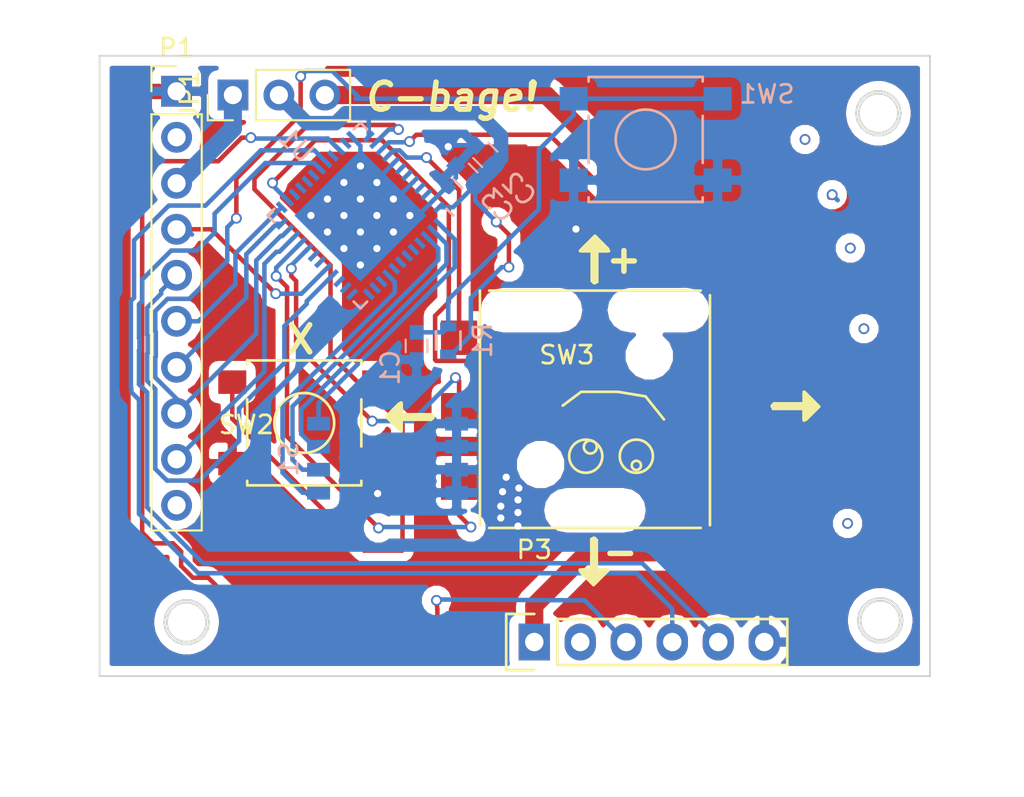
<source format=kicad_pcb>
(kicad_pcb (version 4) (host pcbnew 4.0.4-stable)

  (general
    (links 64)
    (no_connects 0)
    (area 137.65 -35.069401 261.293101 133.428601)
    (thickness 1.6)
    (drawings 279)
    (tracks 382)
    (zones 0)
    (modules 12)
    (nets 50)
  )

  (page A4)
  (layers
    (0 F.Cu signal)
    (31 B.Cu signal)
    (32 B.Adhes user hide)
    (33 F.Adhes user hide)
    (34 B.Paste user hide)
    (35 F.Paste user hide)
    (36 B.SilkS user)
    (37 F.SilkS user)
    (38 B.Mask user hide)
    (39 F.Mask user)
    (40 Dwgs.User user hide)
    (41 Cmts.User user hide)
    (42 Eco1.User user hide)
    (43 Eco2.User user hide)
    (44 Edge.Cuts user)
    (45 Margin user hide)
    (46 B.CrtYd user hide)
    (47 F.CrtYd user hide)
    (48 B.Fab user hide)
    (49 F.Fab user hide)
  )

  (setup
    (last_trace_width 0.25)
    (trace_clearance 0.2)
    (zone_clearance 0.508)
    (zone_45_only no)
    (trace_min 0.2)
    (segment_width 0.2)
    (edge_width 0.15)
    (via_size 0.6)
    (via_drill 0.4)
    (via_min_size 0.4)
    (via_min_drill 0.3)
    (uvia_size 0.3)
    (uvia_drill 0.1)
    (uvias_allowed no)
    (uvia_min_size 0.2)
    (uvia_min_drill 0.1)
    (pcb_text_width 0.3)
    (pcb_text_size 1.5 1.5)
    (mod_edge_width 0.15)
    (mod_text_size 1 1)
    (mod_text_width 0.15)
    (pad_size 1.2875 1.2875)
    (pad_drill 0)
    (pad_to_mask_clearance 0.2)
    (aux_axis_origin 0 0)
    (visible_elements FFFFEF7F)
    (pcbplotparams
      (layerselection 0x00030_80000001)
      (usegerberextensions false)
      (excludeedgelayer true)
      (linewidth 0.100000)
      (plotframeref false)
      (viasonmask false)
      (mode 1)
      (useauxorigin false)
      (hpglpennumber 1)
      (hpglpenspeed 20)
      (hpglpendiameter 15)
      (hpglpenoverlay 2)
      (psnegative false)
      (psa4output false)
      (plotreference true)
      (plotvalue true)
      (plotinvisibletext false)
      (padsonsilk false)
      (subtractmaskfromsilk false)
      (outputformat 1)
      (mirror false)
      (drillshape 1)
      (scaleselection 1)
      (outputdirectory ""))
  )

  (net 0 "")
  (net 1 /~RST)
  (net 2 GND)
  (net 3 VDD)
  (net 4 /V_DEBUGGER)
  (net 5 +BATT)
  (net 6 "Net-(P1-Pad2)")
  (net 7 /RTS_TARGETOUT)
  (net 8 /CTS_TARGETIN)
  (net 9 /RX_TARGETIN)
  (net 10 /TX_TARGETOUT)
  (net 11 /TEST)
  (net 12 "Net-(P1-Pad10)")
  (net 13 /UI_IN5)
  (net 14 /UI_IN0)
  (net 15 /UI_IN1)
  (net 16 /UI_IN2)
  (net 17 /UI_IN3)
  (net 18 /UI_IN4)
  (net 19 "Net-(S1-Pad8)")
  (net 20 "Net-(S1-Pad7)")
  (net 21 "Net-(S1-Pad6)")
  (net 22 "Net-(U1-Pad8)")
  (net 23 "Net-(S1-Pad5)")
  (net 24 "Net-(U1-Pad10)")
  (net 25 "Net-(U1-Pad11)")
  (net 26 "Net-(U1-Pad12)")
  (net 27 "Net-(U1-Pad13)")
  (net 28 "Net-(U1-Pad14)")
  (net 29 "Net-(U1-Pad15)")
  (net 30 "Net-(U1-Pad18)")
  (net 31 "Net-(U1-Pad19)")
  (net 32 "Net-(U1-Pad27)")
  (net 33 "Net-(U1-Pad28)")
  (net 34 "Net-(U1-Pad29)")
  (net 35 "Net-(U1-Pad30)")
  (net 36 /SDA)
  (net 37 /SCL)
  (net 38 "Net-(U1-Pad33)")
  (net 39 /~INT)
  (net 40 "Net-(U1-Pad35)")
  (net 41 "Net-(U1-Pad42)")
  (net 42 "Net-(U1-Pad43)")
  (net 43 "Net-(U1-Pad45)")
  (net 44 "Net-(U1-Pad46)")
  (net 45 "Net-(P3-Pad2)")
  (net 46 "Net-(U1-Pad4)")
  (net 47 "Net-(U1-Pad5)")
  (net 48 "Net-(U1-Pad6)")
  (net 49 "Net-(U1-Pad7)")

  (net_class Default "This is the default net class."
    (clearance 0.2)
    (trace_width 0.25)
    (via_dia 0.6)
    (via_drill 0.4)
    (uvia_dia 0.3)
    (uvia_drill 0.1)
    (add_net /CTS_TARGETIN)
    (add_net /RTS_TARGETOUT)
    (add_net /RX_TARGETIN)
    (add_net /SCL)
    (add_net /SDA)
    (add_net /TEST)
    (add_net /TX_TARGETOUT)
    (add_net /UI_IN0)
    (add_net /UI_IN1)
    (add_net /UI_IN2)
    (add_net /UI_IN3)
    (add_net /UI_IN4)
    (add_net /UI_IN5)
    (add_net /~INT)
    (add_net /~RST)
    (add_net GND)
    (add_net "Net-(P1-Pad10)")
    (add_net "Net-(P1-Pad2)")
    (add_net "Net-(P3-Pad2)")
    (add_net "Net-(S1-Pad5)")
    (add_net "Net-(S1-Pad6)")
    (add_net "Net-(S1-Pad7)")
    (add_net "Net-(S1-Pad8)")
    (add_net "Net-(U1-Pad10)")
    (add_net "Net-(U1-Pad11)")
    (add_net "Net-(U1-Pad12)")
    (add_net "Net-(U1-Pad13)")
    (add_net "Net-(U1-Pad14)")
    (add_net "Net-(U1-Pad15)")
    (add_net "Net-(U1-Pad18)")
    (add_net "Net-(U1-Pad19)")
    (add_net "Net-(U1-Pad27)")
    (add_net "Net-(U1-Pad28)")
    (add_net "Net-(U1-Pad29)")
    (add_net "Net-(U1-Pad30)")
    (add_net "Net-(U1-Pad33)")
    (add_net "Net-(U1-Pad35)")
    (add_net "Net-(U1-Pad4)")
    (add_net "Net-(U1-Pad42)")
    (add_net "Net-(U1-Pad43)")
    (add_net "Net-(U1-Pad45)")
    (add_net "Net-(U1-Pad46)")
    (add_net "Net-(U1-Pad5)")
    (add_net "Net-(U1-Pad6)")
    (add_net "Net-(U1-Pad7)")
    (add_net "Net-(U1-Pad8)")
    (add_net VDD)
  )

  (net_class PWR ""
    (clearance 0.2)
    (trace_width 1)
    (via_dia 1)
    (via_drill 0.8)
    (uvia_dia 0.3)
    (uvia_drill 0.1)
    (add_net +BATT)
    (add_net /V_DEBUGGER)
  )

  (module Housings_DFN_QFN:QFN-48-1EP_7x7mm_Pitch0.5mm (layer B.Cu) (tedit 5881A9CB) (tstamp 58806CC2)
    (at 157.55 99.4 135)
    (descr "UK Package; 48-Lead Plastic QFN (7mm x 7mm); (see Linear Technology QFN_48_05-08-1704.pdf)")
    (tags "QFN 0.5")
    (path /5877D3D5)
    (attr smd)
    (fp_text reference U1 (at 5.267946 0.247487 135) (layer B.SilkS)
      (effects (font (size 1 1) (thickness 0.15)) (justify mirror))
    )
    (fp_text value MSP430FR5969RGZ (at 0 -4.75 135) (layer B.Fab)
      (effects (font (size 1 1) (thickness 0.15)) (justify mirror))
    )
    (fp_line (start -2.5 3.5) (end 3.5 3.5) (layer B.Fab) (width 0.15))
    (fp_line (start 3.5 3.5) (end 3.5 -3.5) (layer B.Fab) (width 0.15))
    (fp_line (start 3.5 -3.5) (end -3.5 -3.5) (layer B.Fab) (width 0.15))
    (fp_line (start -3.5 -3.5) (end -3.5 2.5) (layer B.Fab) (width 0.15))
    (fp_line (start -3.5 2.5) (end -2.5 3.5) (layer B.Fab) (width 0.15))
    (fp_line (start -4 4) (end -4 -4) (layer B.CrtYd) (width 0.05))
    (fp_line (start 4 4) (end 4 -4) (layer B.CrtYd) (width 0.05))
    (fp_line (start -4 4) (end 4 4) (layer B.CrtYd) (width 0.05))
    (fp_line (start -4 -4) (end 4 -4) (layer B.CrtYd) (width 0.05))
    (fp_line (start 3.625 3.625) (end 3.625 3.1) (layer B.SilkS) (width 0.15))
    (fp_line (start -3.625 -3.625) (end -3.625 -3.1) (layer B.SilkS) (width 0.15))
    (fp_line (start 3.625 -3.625) (end 3.625 -3.1) (layer B.SilkS) (width 0.15))
    (fp_line (start -3.625 3.625) (end -3.1 3.625) (layer B.SilkS) (width 0.15))
    (fp_line (start -3.625 -3.625) (end -3.1 -3.625) (layer B.SilkS) (width 0.15))
    (fp_line (start 3.625 -3.625) (end 3.1 -3.625) (layer B.SilkS) (width 0.15))
    (fp_line (start 3.625 3.625) (end 3.1 3.625) (layer B.SilkS) (width 0.15))
    (pad 1 smd rect (at -3.4 2.75 135) (size 0.7 0.25) (layers B.Cu B.Paste B.Mask)
      (net 19 "Net-(S1-Pad8)"))
    (pad 2 smd rect (at -3.4 2.25 135) (size 0.7 0.25) (layers B.Cu B.Paste B.Mask)
      (net 20 "Net-(S1-Pad7)"))
    (pad 3 smd rect (at -3.4 1.75 135) (size 0.7 0.25) (layers B.Cu B.Paste B.Mask)
      (net 21 "Net-(S1-Pad6)"))
    (pad 4 smd rect (at -3.4 1.25 135) (size 0.7 0.25) (layers B.Cu B.Paste B.Mask)
      (net 46 "Net-(U1-Pad4)"))
    (pad 5 smd rect (at -3.4 0.75 135) (size 0.7 0.25) (layers B.Cu B.Paste B.Mask)
      (net 47 "Net-(U1-Pad5)"))
    (pad 6 smd rect (at -3.4 0.25 135) (size 0.7 0.25) (layers B.Cu B.Paste B.Mask)
      (net 48 "Net-(U1-Pad6)"))
    (pad 7 smd rect (at -3.4 -0.25 135) (size 0.7 0.25) (layers B.Cu B.Paste B.Mask)
      (net 49 "Net-(U1-Pad7)"))
    (pad 8 smd rect (at -3.4 -0.75 135) (size 0.7 0.25) (layers B.Cu B.Paste B.Mask)
      (net 22 "Net-(U1-Pad8)"))
    (pad 9 smd rect (at -3.4 -1.25 135) (size 0.7 0.25) (layers B.Cu B.Paste B.Mask)
      (net 23 "Net-(S1-Pad5)"))
    (pad 10 smd rect (at -3.4 -1.75 135) (size 0.7 0.25) (layers B.Cu B.Paste B.Mask)
      (net 24 "Net-(U1-Pad10)"))
    (pad 11 smd rect (at -3.4 -2.25 135) (size 0.7 0.25) (layers B.Cu B.Paste B.Mask)
      (net 25 "Net-(U1-Pad11)"))
    (pad 12 smd rect (at -3.4 -2.75 135) (size 0.7 0.25) (layers B.Cu B.Paste B.Mask)
      (net 26 "Net-(U1-Pad12)"))
    (pad 13 smd rect (at -2.75 -3.4 45) (size 0.7 0.25) (layers B.Cu B.Paste B.Mask)
      (net 27 "Net-(U1-Pad13)"))
    (pad 14 smd rect (at -2.25 -3.4 45) (size 0.7 0.25) (layers B.Cu B.Paste B.Mask)
      (net 28 "Net-(U1-Pad14)"))
    (pad 15 smd rect (at -1.75 -3.4 45) (size 0.7 0.25) (layers B.Cu B.Paste B.Mask)
      (net 29 "Net-(U1-Pad15)"))
    (pad 16 smd rect (at -1.25 -3.4 45) (size 0.7 0.25) (layers B.Cu B.Paste B.Mask)
      (net 8 /CTS_TARGETIN))
    (pad 17 smd rect (at -0.75 -3.4 45) (size 0.7 0.25) (layers B.Cu B.Paste B.Mask)
      (net 7 /RTS_TARGETOUT))
    (pad 18 smd rect (at -0.25 -3.4 45) (size 0.7 0.25) (layers B.Cu B.Paste B.Mask)
      (net 30 "Net-(U1-Pad18)"))
    (pad 19 smd rect (at 0.25 -3.4 45) (size 0.7 0.25) (layers B.Cu B.Paste B.Mask)
      (net 31 "Net-(U1-Pad19)"))
    (pad 20 smd rect (at 0.75 -3.4 45) (size 0.7 0.25) (layers B.Cu B.Paste B.Mask)
      (net 17 /UI_IN3))
    (pad 21 smd rect (at 1.25 -3.4 45) (size 0.7 0.25) (layers B.Cu B.Paste B.Mask)
      (net 18 /UI_IN4))
    (pad 22 smd rect (at 1.75 -3.4 45) (size 0.7 0.25) (layers B.Cu B.Paste B.Mask)
      (net 11 /TEST))
    (pad 23 smd rect (at 2.25 -3.4 45) (size 0.7 0.25) (layers B.Cu B.Paste B.Mask)
      (net 1 /~RST))
    (pad 24 smd rect (at 2.75 -3.4 45) (size 0.7 0.25) (layers B.Cu B.Paste B.Mask)
      (net 10 /TX_TARGETOUT))
    (pad 25 smd rect (at 3.4 -2.75 135) (size 0.7 0.25) (layers B.Cu B.Paste B.Mask)
      (net 9 /RX_TARGETIN))
    (pad 26 smd rect (at 3.4 -2.25 135) (size 0.7 0.25) (layers B.Cu B.Paste B.Mask)
      (net 14 /UI_IN0))
    (pad 27 smd rect (at 3.4 -1.75 135) (size 0.7 0.25) (layers B.Cu B.Paste B.Mask)
      (net 32 "Net-(U1-Pad27)"))
    (pad 28 smd rect (at 3.4 -1.25 135) (size 0.7 0.25) (layers B.Cu B.Paste B.Mask)
      (net 33 "Net-(U1-Pad28)"))
    (pad 29 smd rect (at 3.4 -0.75 135) (size 0.7 0.25) (layers B.Cu B.Paste B.Mask)
      (net 34 "Net-(U1-Pad29)"))
    (pad 30 smd rect (at 3.4 -0.25 135) (size 0.7 0.25) (layers B.Cu B.Paste B.Mask)
      (net 35 "Net-(U1-Pad30)"))
    (pad 31 smd rect (at 3.4 0.25 135) (size 0.7 0.25) (layers B.Cu B.Paste B.Mask)
      (net 36 /SDA))
    (pad 32 smd rect (at 3.4 0.75 135) (size 0.7 0.25) (layers B.Cu B.Paste B.Mask)
      (net 37 /SCL))
    (pad 33 smd rect (at 3.4 1.25 135) (size 0.7 0.25) (layers B.Cu B.Paste B.Mask)
      (net 38 "Net-(U1-Pad33)"))
    (pad 34 smd rect (at 3.4 1.75 135) (size 0.7 0.25) (layers B.Cu B.Paste B.Mask)
      (net 39 /~INT))
    (pad 35 smd rect (at 3.4 2.25 135) (size 0.7 0.25) (layers B.Cu B.Paste B.Mask)
      (net 40 "Net-(U1-Pad35)"))
    (pad 36 smd rect (at 3.4 2.75 135) (size 0.7 0.25) (layers B.Cu B.Paste B.Mask)
      (net 2 GND))
    (pad 37 smd rect (at 2.75 3.4 45) (size 0.7 0.25) (layers B.Cu B.Paste B.Mask)
      (net 3 VDD))
    (pad 38 smd rect (at 2.25 3.4 45) (size 0.7 0.25) (layers B.Cu B.Paste B.Mask)
      (net 13 /UI_IN5))
    (pad 39 smd rect (at 1.75 3.4 45) (size 0.7 0.25) (layers B.Cu B.Paste B.Mask)
      (net 15 /UI_IN1))
    (pad 40 smd rect (at 1.25 3.4 45) (size 0.7 0.25) (layers B.Cu B.Paste B.Mask)
      (net 16 /UI_IN2))
    (pad 41 smd rect (at 0.75 3.4 45) (size 0.7 0.25) (layers B.Cu B.Paste B.Mask)
      (net 2 GND))
    (pad 42 smd rect (at 0.25 3.4 45) (size 0.7 0.25) (layers B.Cu B.Paste B.Mask)
      (net 41 "Net-(U1-Pad42)"))
    (pad 43 smd rect (at -0.25 3.4 45) (size 0.7 0.25) (layers B.Cu B.Paste B.Mask)
      (net 42 "Net-(U1-Pad43)"))
    (pad 44 smd rect (at -0.75 3.4 45) (size 0.7 0.25) (layers B.Cu B.Paste B.Mask)
      (net 2 GND))
    (pad 45 smd rect (at -1.25 3.4 45) (size 0.7 0.25) (layers B.Cu B.Paste B.Mask)
      (net 43 "Net-(U1-Pad45)"))
    (pad 46 smd rect (at -1.75 3.4 45) (size 0.7 0.25) (layers B.Cu B.Paste B.Mask)
      (net 44 "Net-(U1-Pad46)"))
    (pad 47 smd rect (at -2.25 3.4 45) (size 0.7 0.25) (layers B.Cu B.Paste B.Mask)
      (net 2 GND))
    (pad 48 smd rect (at -2.75 3.4 45) (size 0.7 0.25) (layers B.Cu B.Paste B.Mask)
      (net 3 VDD))
    (pad 49 smd rect (at 1.93125 -1.93125 135) (size 1.2875 1.2875) (layers B.Cu B.Paste B.Mask)
      (net 2 GND) (solder_paste_margin_ratio -0.2))
    (pad 49 smd rect (at 1.93125 -0.64375 135) (size 1.2875 1.2875) (layers B.Cu B.Paste B.Mask)
      (net 2 GND) (solder_paste_margin_ratio -0.2))
    (pad 49 smd rect (at 1.93125 0.64375 135) (size 1.2875 1.2875) (layers B.Cu B.Paste B.Mask)
      (net 2 GND) (solder_paste_margin_ratio -0.2))
    (pad 49 smd rect (at 1.93125 1.93125 135) (size 1.2875 1.2875) (layers B.Cu B.Paste B.Mask)
      (net 2 GND) (solder_paste_margin_ratio -0.2))
    (pad 49 smd rect (at 0.64375 -1.93125 135) (size 1.2875 1.2875) (layers B.Cu B.Paste B.Mask)
      (net 2 GND) (solder_paste_margin_ratio -0.2))
    (pad 49 smd rect (at 0.64375 -0.64375 135) (size 1.2875 1.2875) (layers B.Cu B.Paste B.Mask)
      (net 2 GND) (solder_paste_margin_ratio -0.2))
    (pad 49 smd rect (at 0.64375 0.64375 135) (size 1.2875 1.2875) (layers B.Cu B.Paste B.Mask)
      (net 2 GND) (solder_paste_margin_ratio -0.2))
    (pad 49 smd rect (at 0.64375 1.93125 135) (size 1.2875 1.2875) (layers B.Cu B.Paste B.Mask)
      (net 2 GND) (solder_paste_margin_ratio -0.2))
    (pad 49 smd rect (at -0.64375 -1.93125 135) (size 1.2875 1.2875) (layers B.Cu B.Paste B.Mask)
      (net 2 GND) (solder_paste_margin_ratio -0.2))
    (pad 49 smd rect (at -0.64375 -0.64375 135) (size 1.2875 1.2875) (layers B.Cu B.Paste B.Mask)
      (net 2 GND) (solder_paste_margin_ratio -0.2))
    (pad 49 smd rect (at -0.64375 0.64375 135) (size 1.2875 1.2875) (layers B.Cu B.Paste B.Mask)
      (net 2 GND) (solder_paste_margin_ratio -0.2))
    (pad 49 smd rect (at -0.64375 1.93125 135) (size 1.2875 1.2875) (layers B.Cu B.Paste B.Mask)
      (net 2 GND) (solder_paste_margin_ratio -0.2))
    (pad 49 smd rect (at -1.93125 -1.93125 135) (size 1.2875 1.2875) (layers B.Cu B.Paste B.Mask)
      (net 2 GND) (solder_paste_margin_ratio -0.2))
    (pad 49 smd rect (at -1.93125 -0.64375 135) (size 1.2875 1.2875) (layers B.Cu B.Paste B.Mask)
      (net 2 GND) (solder_paste_margin_ratio -0.2))
    (pad 49 smd rect (at -1.93125 0.64375 135) (size 1.2875 1.2875) (layers B.Cu B.Paste B.Mask)
      (net 2 GND) (solder_paste_margin_ratio -0.2))
    (pad 49 smd rect (at -1.93125 1.93125 135) (size 1.2875 1.2875) (layers B.Cu B.Paste B.Mask)
      (net 2 GND) (solder_paste_margin_ratio -0.2))
    (model Housings_DFN_QFN.3dshapes/QFN-48-1EP_7x7mm_Pitch0.5mm.wrl
      (at (xyz 0 0 0))
      (scale (xyz 1 1 1))
      (rotate (xyz 0 0 0))
    )
  )

  (module Capacitors_SMD:C_0603 (layer B.Cu) (tedit 5881A16D) (tstamp 58806B64)
    (at 160.65 106.6 270)
    (descr "Capacitor SMD 0603, reflow soldering, AVX (see smccp.pdf)")
    (tags "capacitor 0603")
    (path /58780844)
    (attr smd)
    (fp_text reference C1 (at 1.2 1.45 270) (layer B.SilkS)
      (effects (font (size 1 1) (thickness 0.15)) (justify mirror))
    )
    (fp_text value 1nF (at 2.75 -0.7 270) (layer B.Fab)
      (effects (font (size 1 1) (thickness 0.15)) (justify mirror))
    )
    (fp_line (start -0.8 -0.4) (end -0.8 0.4) (layer B.Fab) (width 0.1))
    (fp_line (start 0.8 -0.4) (end -0.8 -0.4) (layer B.Fab) (width 0.1))
    (fp_line (start 0.8 0.4) (end 0.8 -0.4) (layer B.Fab) (width 0.1))
    (fp_line (start -0.8 0.4) (end 0.8 0.4) (layer B.Fab) (width 0.1))
    (fp_line (start -1.45 0.75) (end 1.45 0.75) (layer B.CrtYd) (width 0.05))
    (fp_line (start -1.45 -0.75) (end 1.45 -0.75) (layer B.CrtYd) (width 0.05))
    (fp_line (start -1.45 0.75) (end -1.45 -0.75) (layer B.CrtYd) (width 0.05))
    (fp_line (start 1.45 0.75) (end 1.45 -0.75) (layer B.CrtYd) (width 0.05))
    (fp_line (start -0.35 0.6) (end 0.35 0.6) (layer B.SilkS) (width 0.12))
    (fp_line (start 0.35 -0.6) (end -0.35 -0.6) (layer B.SilkS) (width 0.12))
    (pad 1 smd rect (at -0.75 0 270) (size 0.8 0.75) (layers B.Cu B.Paste B.Mask)
      (net 1 /~RST))
    (pad 2 smd rect (at 0.75 0 270) (size 0.8 0.75) (layers B.Cu B.Paste B.Mask)
      (net 2 GND))
    (model Capacitors_SMD.3dshapes/C_0603.wrl
      (at (xyz 0 0 0))
      (scale (xyz 1 1 1))
      (rotate (xyz 0 0 0))
    )
  )

  (module Capacitors_SMD:C_0603 (layer B.Cu) (tedit 5881A088) (tstamp 58806B74)
    (at 164.45 96.05 135)
    (descr "Capacitor SMD 0603, reflow soldering, AVX (see smccp.pdf)")
    (tags "capacitor 0603")
    (path /58780845)
    (attr smd)
    (fp_text reference C2 (at -2.65165 -0.035355 135) (layer B.SilkS)
      (effects (font (size 1 1) (thickness 0.15)) (justify mirror))
    )
    (fp_text value 1µF (at -5.727565 -0.141421 135) (layer B.Fab)
      (effects (font (size 1 1) (thickness 0.15)) (justify mirror))
    )
    (fp_line (start -0.8 -0.4) (end -0.8 0.4) (layer B.Fab) (width 0.1))
    (fp_line (start 0.8 -0.4) (end -0.8 -0.4) (layer B.Fab) (width 0.1))
    (fp_line (start 0.8 0.4) (end 0.8 -0.4) (layer B.Fab) (width 0.1))
    (fp_line (start -0.8 0.4) (end 0.8 0.4) (layer B.Fab) (width 0.1))
    (fp_line (start -1.45 0.75) (end 1.45 0.75) (layer B.CrtYd) (width 0.05))
    (fp_line (start -1.45 -0.75) (end 1.45 -0.75) (layer B.CrtYd) (width 0.05))
    (fp_line (start -1.45 0.75) (end -1.45 -0.75) (layer B.CrtYd) (width 0.05))
    (fp_line (start 1.45 0.75) (end 1.45 -0.75) (layer B.CrtYd) (width 0.05))
    (fp_line (start -0.35 0.6) (end 0.35 0.6) (layer B.SilkS) (width 0.12))
    (fp_line (start 0.35 -0.6) (end -0.35 -0.6) (layer B.SilkS) (width 0.12))
    (pad 1 smd rect (at -0.75 0 135) (size 0.8 0.75) (layers B.Cu B.Paste B.Mask)
      (net 3 VDD))
    (pad 2 smd rect (at 0.75 0 135) (size 0.8 0.75) (layers B.Cu B.Paste B.Mask)
      (net 2 GND))
    (model Capacitors_SMD.3dshapes/C_0603.wrl
      (at (xyz 0 0 0))
      (scale (xyz 1 1 1))
      (rotate (xyz 0 0 0))
    )
  )

  (module Capacitors_SMD:C_0603 (layer B.Cu) (tedit 5881A04A) (tstamp 58806B84)
    (at 163.35 97.2 135)
    (descr "Capacitor SMD 0603, reflow soldering, AVX (see smccp.pdf)")
    (tags "capacitor 0603")
    (path /58780847)
    (attr smd)
    (fp_text reference C3 (at -2.404163 0.070711 135) (layer B.SilkS)
      (effects (font (size 1 1) (thickness 0.15)) (justify mirror))
    )
    (fp_text value 100nF (at -5.69221 -0.176777 135) (layer B.Fab)
      (effects (font (size 1 1) (thickness 0.15)) (justify mirror))
    )
    (fp_line (start -0.8 -0.4) (end -0.8 0.4) (layer B.Fab) (width 0.1))
    (fp_line (start 0.8 -0.4) (end -0.8 -0.4) (layer B.Fab) (width 0.1))
    (fp_line (start 0.8 0.4) (end 0.8 -0.4) (layer B.Fab) (width 0.1))
    (fp_line (start -0.8 0.4) (end 0.8 0.4) (layer B.Fab) (width 0.1))
    (fp_line (start -1.45 0.75) (end 1.45 0.75) (layer B.CrtYd) (width 0.05))
    (fp_line (start -1.45 -0.75) (end 1.45 -0.75) (layer B.CrtYd) (width 0.05))
    (fp_line (start -1.45 0.75) (end -1.45 -0.75) (layer B.CrtYd) (width 0.05))
    (fp_line (start 1.45 0.75) (end 1.45 -0.75) (layer B.CrtYd) (width 0.05))
    (fp_line (start -0.35 0.6) (end 0.35 0.6) (layer B.SilkS) (width 0.12))
    (fp_line (start 0.35 -0.6) (end -0.35 -0.6) (layer B.SilkS) (width 0.12))
    (pad 1 smd rect (at -0.75 0 135) (size 0.8 0.75) (layers B.Cu B.Paste B.Mask)
      (net 3 VDD))
    (pad 2 smd rect (at 0.75 0 135) (size 0.8 0.75) (layers B.Cu B.Paste B.Mask)
      (net 2 GND))
    (model Capacitors_SMD.3dshapes/C_0603.wrl
      (at (xyz 0 0 0))
      (scale (xyz 1 1 1))
      (rotate (xyz 0 0 0))
    )
  )

  (module Pin_Headers:Pin_Header_Straight_1x03_Pitch2.54mm (layer F.Cu) (tedit 5862ED52) (tstamp 58806B99)
    (at 150.51 92.75 90)
    (descr "Through hole straight pin header, 1x03, 2.54mm pitch, single row")
    (tags "Through hole pin header THT 1x03 2.54mm single row")
    (path /58780848)
    (fp_text reference JP1 (at 0 -2.39 90) (layer F.SilkS)
      (effects (font (size 1 1) (thickness 0.15)))
    )
    (fp_text value JUMPER3 (at 0 7.47 90) (layer F.Fab)
      (effects (font (size 1 1) (thickness 0.15)))
    )
    (fp_line (start -1.27 -1.27) (end -1.27 6.35) (layer F.Fab) (width 0.1))
    (fp_line (start -1.27 6.35) (end 1.27 6.35) (layer F.Fab) (width 0.1))
    (fp_line (start 1.27 6.35) (end 1.27 -1.27) (layer F.Fab) (width 0.1))
    (fp_line (start 1.27 -1.27) (end -1.27 -1.27) (layer F.Fab) (width 0.1))
    (fp_line (start -1.39 1.27) (end -1.39 6.47) (layer F.SilkS) (width 0.12))
    (fp_line (start -1.39 6.47) (end 1.39 6.47) (layer F.SilkS) (width 0.12))
    (fp_line (start 1.39 6.47) (end 1.39 1.27) (layer F.SilkS) (width 0.12))
    (fp_line (start 1.39 1.27) (end -1.39 1.27) (layer F.SilkS) (width 0.12))
    (fp_line (start -1.39 0) (end -1.39 -1.39) (layer F.SilkS) (width 0.12))
    (fp_line (start -1.39 -1.39) (end 0 -1.39) (layer F.SilkS) (width 0.12))
    (fp_line (start -1.6 -1.6) (end -1.6 6.6) (layer F.CrtYd) (width 0.05))
    (fp_line (start -1.6 6.6) (end 1.6 6.6) (layer F.CrtYd) (width 0.05))
    (fp_line (start 1.6 6.6) (end 1.6 -1.6) (layer F.CrtYd) (width 0.05))
    (fp_line (start 1.6 -1.6) (end -1.6 -1.6) (layer F.CrtYd) (width 0.05))
    (pad 1 thru_hole rect (at 0 0 90) (size 1.7 1.7) (drill 1) (layers *.Cu *.Mask)
      (net 4 /V_DEBUGGER))
    (pad 2 thru_hole oval (at 0 2.54 90) (size 1.7 1.7) (drill 1) (layers *.Cu *.Mask)
      (net 3 VDD))
    (pad 3 thru_hole oval (at 0 5.08 90) (size 1.7 1.7) (drill 1) (layers *.Cu *.Mask)
      (net 5 +BATT))
    (model Pin_Headers.3dshapes/Pin_Header_Straight_1x03_Pitch2.54mm.wrl
      (at (xyz 0 -0.1 0))
      (scale (xyz 1 1 1))
      (rotate (xyz 0 0 90))
    )
  )

  (module Pin_Headers:Pin_Header_Straight_1x10_Pitch2.54mm (layer F.Cu) (tedit 5862ED52) (tstamp 58806BB5)
    (at 147.4 92.54)
    (descr "Through hole straight pin header, 1x10, 2.54mm pitch, single row")
    (tags "Through hole pin header THT 1x10 2.54mm single row")
    (path /5879D41E)
    (fp_text reference P1 (at 0 -2.39) (layer F.SilkS)
      (effects (font (size 1 1) (thickness 0.15)))
    )
    (fp_text value CONN_01X10 (at 0 25.25) (layer F.Fab)
      (effects (font (size 1 1) (thickness 0.15)))
    )
    (fp_line (start -1.27 -1.27) (end -1.27 24.13) (layer F.Fab) (width 0.1))
    (fp_line (start -1.27 24.13) (end 1.27 24.13) (layer F.Fab) (width 0.1))
    (fp_line (start 1.27 24.13) (end 1.27 -1.27) (layer F.Fab) (width 0.1))
    (fp_line (start 1.27 -1.27) (end -1.27 -1.27) (layer F.Fab) (width 0.1))
    (fp_line (start -1.39 1.27) (end -1.39 24.25) (layer F.SilkS) (width 0.12))
    (fp_line (start -1.39 24.25) (end 1.39 24.25) (layer F.SilkS) (width 0.12))
    (fp_line (start 1.39 24.25) (end 1.39 1.27) (layer F.SilkS) (width 0.12))
    (fp_line (start 1.39 1.27) (end -1.39 1.27) (layer F.SilkS) (width 0.12))
    (fp_line (start -1.39 0) (end -1.39 -1.39) (layer F.SilkS) (width 0.12))
    (fp_line (start -1.39 -1.39) (end 0 -1.39) (layer F.SilkS) (width 0.12))
    (fp_line (start -1.6 -1.6) (end -1.6 24.4) (layer F.CrtYd) (width 0.05))
    (fp_line (start -1.6 24.4) (end 1.6 24.4) (layer F.CrtYd) (width 0.05))
    (fp_line (start 1.6 24.4) (end 1.6 -1.6) (layer F.CrtYd) (width 0.05))
    (fp_line (start 1.6 -1.6) (end -1.6 -1.6) (layer F.CrtYd) (width 0.05))
    (pad 1 thru_hole rect (at 0 0) (size 1.7 1.7) (drill 1) (layers *.Cu *.Mask)
      (net 2 GND))
    (pad 2 thru_hole oval (at 0 2.54) (size 1.7 1.7) (drill 1) (layers *.Cu *.Mask)
      (net 6 "Net-(P1-Pad2)"))
    (pad 3 thru_hole oval (at 0 5.08) (size 1.7 1.7) (drill 1) (layers *.Cu *.Mask)
      (net 4 /V_DEBUGGER))
    (pad 4 thru_hole oval (at 0 7.62) (size 1.7 1.7) (drill 1) (layers *.Cu *.Mask)
      (net 7 /RTS_TARGETOUT))
    (pad 5 thru_hole oval (at 0 10.16) (size 1.7 1.7) (drill 1) (layers *.Cu *.Mask)
      (net 8 /CTS_TARGETIN))
    (pad 6 thru_hole oval (at 0 12.7) (size 1.7 1.7) (drill 1) (layers *.Cu *.Mask)
      (net 9 /RX_TARGETIN))
    (pad 7 thru_hole oval (at 0 15.24) (size 1.7 1.7) (drill 1) (layers *.Cu *.Mask)
      (net 10 /TX_TARGETOUT))
    (pad 8 thru_hole oval (at 0 17.78) (size 1.7 1.7) (drill 1) (layers *.Cu *.Mask)
      (net 1 /~RST))
    (pad 9 thru_hole oval (at 0 20.32) (size 1.7 1.7) (drill 1) (layers *.Cu *.Mask)
      (net 11 /TEST))
    (pad 10 thru_hole oval (at 0 22.86) (size 1.7 1.7) (drill 1) (layers *.Cu *.Mask)
      (net 12 "Net-(P1-Pad10)"))
    (model Pin_Headers.3dshapes/Pin_Header_Straight_1x10_Pitch2.54mm.wrl
      (at (xyz 0 -0.45 0))
      (scale (xyz 1 1 1))
      (rotate (xyz 0 0 90))
    )
  )

  (module Resistors_SMD:R_0603 (layer B.Cu) (tedit 5881A167) (tstamp 58806C20)
    (at 162.4 106.3 90)
    (descr "Resistor SMD 0603, reflow soldering, Vishay (see dcrcw.pdf)")
    (tags "resistor 0603")
    (path /58780842)
    (attr smd)
    (fp_text reference R1 (at 0 1.9 90) (layer B.SilkS)
      (effects (font (size 1 1) (thickness 0.15)) (justify mirror))
    )
    (fp_text value 47kΩ (at -1.1 3.3 90) (layer B.Fab)
      (effects (font (size 1 1) (thickness 0.15)) (justify mirror))
    )
    (fp_line (start -0.8 -0.4) (end -0.8 0.4) (layer B.Fab) (width 0.1))
    (fp_line (start 0.8 -0.4) (end -0.8 -0.4) (layer B.Fab) (width 0.1))
    (fp_line (start 0.8 0.4) (end 0.8 -0.4) (layer B.Fab) (width 0.1))
    (fp_line (start -0.8 0.4) (end 0.8 0.4) (layer B.Fab) (width 0.1))
    (fp_line (start -1.3 0.8) (end 1.3 0.8) (layer B.CrtYd) (width 0.05))
    (fp_line (start -1.3 -0.8) (end 1.3 -0.8) (layer B.CrtYd) (width 0.05))
    (fp_line (start -1.3 0.8) (end -1.3 -0.8) (layer B.CrtYd) (width 0.05))
    (fp_line (start 1.3 0.8) (end 1.3 -0.8) (layer B.CrtYd) (width 0.05))
    (fp_line (start 0.5 -0.675) (end -0.5 -0.675) (layer B.SilkS) (width 0.15))
    (fp_line (start -0.5 0.675) (end 0.5 0.675) (layer B.SilkS) (width 0.15))
    (pad 1 smd rect (at -0.75 0 90) (size 0.5 0.9) (layers B.Cu B.Paste B.Mask)
      (net 3 VDD))
    (pad 2 smd rect (at 0.75 0 90) (size 0.5 0.9) (layers B.Cu B.Paste B.Mask)
      (net 1 /~RST))
    (model Resistors_SMD.3dshapes/R_0603.wrl
      (at (xyz 0 0 0))
      (scale (xyz 1 1 1))
      (rotate (xyz 0 0 0))
    )
  )

  (module Buttons_Switches_SMD_BF:SW_SPST_B3S-1000 (layer B.Cu) (tedit 5881A17C) (tstamp 58806C39)
    (at 173.3 95.2 180)
    (descr "Surface Mount Tactile Switch for High-Density Packaging")
    (tags "Tactile Switch")
    (path /58780841)
    (attr smd)
    (fp_text reference SW1 (at -6.7 2.5 180) (layer B.SilkS)
      (effects (font (size 1 1) (thickness 0.15)) (justify mirror))
    )
    (fp_text value SW_PUSH (at 0 -4.5 180) (layer B.Fab)
      (effects (font (size 1 1) (thickness 0.15)) (justify mirror))
    )
    (fp_line (start -5 -3.7) (end 5 -3.7) (layer B.CrtYd) (width 0.05))
    (fp_line (start 5 -3.7) (end 5 3.7) (layer B.CrtYd) (width 0.05))
    (fp_line (start 5 3.7) (end -5 3.7) (layer B.CrtYd) (width 0.05))
    (fp_line (start -5 3.7) (end -5 -3.7) (layer B.CrtYd) (width 0.05))
    (fp_line (start -3.15 3.2) (end -3.15 3.45) (layer B.SilkS) (width 0.15))
    (fp_line (start -3.15 3.45) (end 3.15 3.45) (layer B.SilkS) (width 0.15))
    (fp_line (start 3.15 3.45) (end 3.15 3.2) (layer B.SilkS) (width 0.15))
    (fp_line (start -3.15 -1.3) (end -3.15 1.3) (layer B.SilkS) (width 0.15))
    (fp_line (start 3.15 -3.2) (end 3.15 -3.45) (layer B.SilkS) (width 0.15))
    (fp_line (start 3.15 -3.45) (end -3.15 -3.45) (layer B.SilkS) (width 0.15))
    (fp_line (start -3.15 -3.45) (end -3.15 -3.2) (layer B.SilkS) (width 0.15))
    (fp_line (start 3.15 1.3) (end 3.15 -1.3) (layer B.SilkS) (width 0.15))
    (fp_circle (center 0 0) (end 1.65 0) (layer B.SilkS) (width 0.15))
    (fp_line (start -3 3.3) (end 3 3.3) (layer B.Fab) (width 0.15))
    (fp_line (start 3 3.3) (end 3 -3.3) (layer B.Fab) (width 0.15))
    (fp_line (start 3 -3.3) (end -3 -3.3) (layer B.Fab) (width 0.15))
    (fp_line (start -3 -3.3) (end -3 3.3) (layer B.Fab) (width 0.15))
    (pad 1 smd rect (at -3.975 2.25 180) (size 1.55 1.3) (layers B.Cu B.Paste B.Mask)
      (net 1 /~RST))
    (pad 1 smd rect (at 3.975 2.25 180) (size 1.55 1.3) (layers B.Cu B.Paste B.Mask)
      (net 1 /~RST))
    (pad 2 smd rect (at -3.975 -2.25 180) (size 1.55 1.3) (layers B.Cu B.Paste B.Mask)
      (net 2 GND))
    (pad 2 smd rect (at 3.975 -2.25 180) (size 1.55 1.3) (layers B.Cu B.Paste B.Mask)
      (net 2 GND))
  )

  (module Buttons_Switches_SMD_BF:SW_SPST_B3S-1000 (layer F.Cu) (tedit 58831664) (tstamp 58806C52)
    (at 154.45 110.85)
    (descr "Surface Mount Tactile Switch for High-Density Packaging")
    (tags "Tactile Switch")
    (path /587B41C6)
    (attr smd)
    (fp_text reference SW2 (at -3.2 0.1) (layer F.SilkS)
      (effects (font (size 1 1) (thickness 0.15)))
    )
    (fp_text value SW_PUSH_Small_Horizontal (at 0 4.5) (layer F.Fab)
      (effects (font (size 1 1) (thickness 0.15)))
    )
    (fp_line (start -5 3.7) (end 5 3.7) (layer F.CrtYd) (width 0.05))
    (fp_line (start 5 3.7) (end 5 -3.7) (layer F.CrtYd) (width 0.05))
    (fp_line (start 5 -3.7) (end -5 -3.7) (layer F.CrtYd) (width 0.05))
    (fp_line (start -5 -3.7) (end -5 3.7) (layer F.CrtYd) (width 0.05))
    (fp_line (start -3.15 -3.2) (end -3.15 -3.45) (layer F.SilkS) (width 0.15))
    (fp_line (start -3.15 -3.45) (end 3.15 -3.45) (layer F.SilkS) (width 0.15))
    (fp_line (start 3.15 -3.45) (end 3.15 -3.2) (layer F.SilkS) (width 0.15))
    (fp_line (start -3.15 1.3) (end -3.15 -1.3) (layer F.SilkS) (width 0.15))
    (fp_line (start 3.15 3.2) (end 3.15 3.45) (layer F.SilkS) (width 0.15))
    (fp_line (start 3.15 3.45) (end -3.15 3.45) (layer F.SilkS) (width 0.15))
    (fp_line (start -3.15 3.45) (end -3.15 3.2) (layer F.SilkS) (width 0.15))
    (fp_line (start 3.15 -1.3) (end 3.15 1.3) (layer F.SilkS) (width 0.15))
    (fp_circle (center 0 0) (end 1.65 0) (layer F.SilkS) (width 0.15))
    (fp_line (start -3 -3.3) (end 3 -3.3) (layer F.Fab) (width 0.15))
    (fp_line (start 3 -3.3) (end 3 3.3) (layer F.Fab) (width 0.15))
    (fp_line (start 3 3.3) (end -3 3.3) (layer F.Fab) (width 0.15))
    (fp_line (start -3 3.3) (end -3 -3.3) (layer F.Fab) (width 0.15))
    (pad 1 smd rect (at -3.975 -2.25) (size 1.55 1.3) (layers F.Cu F.Paste F.Mask)
      (net 13 /UI_IN5))
    (pad 1 smd rect (at 3.975 -2.25) (size 1.55 1.3) (layers F.Cu F.Paste F.Mask)
      (net 13 /UI_IN5))
    (pad 2 smd rect (at -3.975 2.25) (size 1.55 1.3) (layers F.Cu F.Paste F.Mask)
      (net 2 GND))
    (pad 2 smd rect (at 3.975 2.25) (size 1.55 1.3) (layers F.Cu F.Paste F.Mask)
      (net 2 GND))
  )

  (module Buttons_Switches_SMD_BF:Sw_Navigation_JS5208 (layer F.Cu) (tedit 58831669) (tstamp 58806C6E)
    (at 170.5 110.15 180)
    (path /587C723F)
    (fp_text reference SW3 (at 1.55 3.05 180) (layer F.SilkS)
      (effects (font (size 1 1) (thickness 0.15)))
    )
    (fp_text value Sw_Navigation_JS5208 (at 1.778 -7.366 180) (layer F.Fab)
      (effects (font (size 1 1) (thickness 0.15)))
    )
    (fp_circle (center -2.286 -3.048) (end -2.032 -3.048) (layer F.SilkS) (width 0.15))
    (fp_circle (center 0.254 -2.032) (end 0.508 -2.286) (layer F.SilkS) (width 0.15))
    (fp_line (start -3.81 -0.508) (end -2.794 0.762) (layer F.SilkS) (width 0.15))
    (fp_line (start -2.794 0.762) (end -1.27 1.016) (layer F.SilkS) (width 0.15))
    (fp_line (start -1.27 1.016) (end 0.762 1.016) (layer F.SilkS) (width 0.15))
    (fp_line (start 0.762 1.016) (end 1.778 0.254) (layer F.SilkS) (width 0.15))
    (fp_circle (center 0.508 -2.54) (end 1.27 -2.032) (layer F.SilkS) (width 0.15))
    (fp_circle (center -2.286 -2.54) (end -1.524 -2.032) (layer F.SilkS) (width 0.15))
    (fp_line (start -1.778 -6.5) (end -5.842 -6.5) (layer F.SilkS) (width 0.15))
    (fp_line (start -6.35 -6.35) (end -6.35 6.35) (layer F.SilkS) (width 0.15))
    (fp_line (start -5.842 6.604) (end 5.842 6.604) (layer F.SilkS) (width 0.15))
    (fp_line (start 6.35 6.604) (end 6.35 -6.35) (layer F.SilkS) (width 0.15))
    (fp_line (start 5.842 -6.5) (end -1.778 -6.5) (layer F.SilkS) (width 0.15))
    (pad "" np_thru_hole oval (at 3.5 5.525 180) (size 4.5 1.45) (drill oval 4.5 1.45) (layers *.Cu *.Mask))
    (pad "" np_thru_hole oval (at -3.5 5.525 180) (size 4.5 1.45) (drill oval 4.5 1.45) (layers *.Cu *.Mask))
    (pad "" np_thru_hole circle (at -3 3 180) (size 1.6 1.6) (drill 1.6) (layers *.Cu *.Mask))
    (pad 1 smd rect (at -7.5 -4 180) (size 2 1.9) (layers F.Cu F.Paste F.Mask)
      (net 2 GND))
    (pad 2 smd rect (at -7.5 0 180) (size 2 1.9) (layers F.Cu F.Paste F.Mask)
      (net 14 /UI_IN0))
    (pad 3 smd rect (at -7.5 4 180) (size 2 1.9) (layers F.Cu F.Paste F.Mask)
      (net 15 /UI_IN1))
    (pad 4 smd rect (at 7.5 4 180) (size 2 1.9) (layers F.Cu F.Paste F.Mask)
      (net 16 /UI_IN2))
    (pad 5 smd rect (at 7.5 0 180) (size 2 1.9) (layers F.Cu F.Paste F.Mask)
      (net 17 /UI_IN3))
    (pad 6 smd rect (at 7.5 -4 180) (size 2 1.9) (layers F.Cu F.Paste F.Mask)
      (net 18 /UI_IN4))
    (pad "" np_thru_hole circle (at 3 -3 180) (size 1.6 1.6) (drill 1.6) (layers *.Cu *.Mask))
    (pad "" np_thru_hole oval (at 0 -5.525 180) (size 4.5 1.45) (drill oval 4.5 1.45) (layers *.Cu *.Mask))
  )

  (module Socket_Strips:Socket_Strip_Straight_1x06 (layer F.Cu) (tedit 0) (tstamp 588055BD)
    (at 167.15 122.95)
    (descr "Through hole socket strip")
    (tags "socket strip")
    (path /58788E89)
    (fp_text reference P3 (at 0 -5.1) (layer F.SilkS)
      (effects (font (size 1 1) (thickness 0.15)))
    )
    (fp_text value CONN_01X06 (at 0 -3.1) (layer F.Fab)
      (effects (font (size 1 1) (thickness 0.15)))
    )
    (fp_line (start -1.75 -1.75) (end -1.75 1.75) (layer F.CrtYd) (width 0.05))
    (fp_line (start 14.45 -1.75) (end 14.45 1.75) (layer F.CrtYd) (width 0.05))
    (fp_line (start -1.75 -1.75) (end 14.45 -1.75) (layer F.CrtYd) (width 0.05))
    (fp_line (start -1.75 1.75) (end 14.45 1.75) (layer F.CrtYd) (width 0.05))
    (fp_line (start 1.27 1.27) (end 13.97 1.27) (layer F.SilkS) (width 0.15))
    (fp_line (start 13.97 1.27) (end 13.97 -1.27) (layer F.SilkS) (width 0.15))
    (fp_line (start 13.97 -1.27) (end 1.27 -1.27) (layer F.SilkS) (width 0.15))
    (fp_line (start -1.55 1.55) (end 0 1.55) (layer F.SilkS) (width 0.15))
    (fp_line (start 1.27 1.27) (end 1.27 -1.27) (layer F.SilkS) (width 0.15))
    (fp_line (start 0 -1.55) (end -1.55 -1.55) (layer F.SilkS) (width 0.15))
    (fp_line (start -1.55 -1.55) (end -1.55 1.55) (layer F.SilkS) (width 0.15))
    (pad 1 thru_hole rect (at 0 0) (size 1.7272 2.032) (drill 1.016) (layers *.Cu *.Mask)
      (net 5 +BATT))
    (pad 2 thru_hole oval (at 2.54 0) (size 1.7272 2.032) (drill 1.016) (layers *.Cu *.Mask)
      (net 45 "Net-(P3-Pad2)"))
    (pad 3 thru_hole oval (at 5.08 0) (size 1.7272 2.032) (drill 1.016) (layers *.Cu *.Mask)
      (net 39 /~INT))
    (pad 4 thru_hole oval (at 7.62 0) (size 1.7272 2.032) (drill 1.016) (layers *.Cu *.Mask)
      (net 37 /SCL))
    (pad 5 thru_hole oval (at 10.16 0) (size 1.7272 2.032) (drill 1.016) (layers *.Cu *.Mask)
      (net 36 /SDA))
    (pad 6 thru_hole oval (at 12.7 0) (size 1.7272 2.032) (drill 1.016) (layers *.Cu *.Mask)
      (net 2 GND))
    (model Socket_Strips.3dshapes/Socket_Strip_Straight_1x06.wrl
      (at (xyz 0.25 0 0))
      (scale (xyz 1 1 1))
      (rotate (xyz 0 0 180))
    )
  )

  (module Buttons_Switches_SMD_BF:Sw_DIP_x4_1.27mm_CTS_218-4LPSTR (layer B.Cu) (tedit 5881A7EF) (tstamp 588055C9)
    (at 159.05 112.8 90)
    (path /587AD3D3)
    (fp_text reference S1 (at -0.05 -5.45 90) (layer B.SilkS)
      (effects (font (size 1 1) (thickness 0.15)) (justify mirror))
    )
    (fp_text value SW_DIP_x4 (at -1.3 -2.15 90) (layer B.Fab)
      (effects (font (size 1 1) (thickness 0.15)) (justify mirror))
    )
    (pad 6 smd rect (at -0.635 -3.81 90) (size 0.76 1.27) (layers B.Cu B.Paste B.Mask)
      (net 21 "Net-(S1-Pad6)"))
    (pad 7 smd rect (at 0.635 -3.81 90) (size 0.76 1.27) (layers B.Cu B.Paste B.Mask)
      (net 20 "Net-(S1-Pad7)"))
    (pad 8 smd rect (at 1.905 -3.81 90) (size 0.76 1.27) (layers B.Cu B.Paste B.Mask)
      (net 19 "Net-(S1-Pad8)"))
    (pad 5 smd rect (at -1.905 -3.81 90) (size 0.76 1.27) (layers B.Cu B.Paste B.Mask)
      (net 23 "Net-(S1-Pad5)"))
    (pad 4 smd rect (at -1.905 3.81 90) (size 0.76 1.27) (layers B.Cu B.Paste B.Mask)
      (net 2 GND))
    (pad 1 smd rect (at 1.905 3.81 90) (size 0.76 1.27) (layers B.Cu B.Paste B.Mask)
      (net 2 GND))
    (pad 2 smd rect (at 0.635 3.81 90) (size 0.76 1.27) (layers B.Cu B.Paste B.Mask)
      (net 2 GND))
    (pad 3 smd rect (at -0.635 3.81 90) (size 0.76 1.27) (layers B.Cu B.Paste B.Mask)
      (net 2 GND))
  )

  (gr_text r0 (at 182.4 118.95) (layer F.Mask)
    (effects (font (size 1.5 1.5) (thickness 0.3)))
  )
  (gr_text C-bage! (at 162.55 92.85) (layer F.SilkS)
    (effects (font (size 1.5 1.5) (thickness 0.3) italic))
  )
  (gr_text X (at 154.25 106.25) (layer F.SilkS)
    (effects (font (size 1.5 1.5) (thickness 0.3)))
  )
  (gr_line (start 180.3 109.9) (end 180.3 109.95) (angle 90) (layer F.SilkS) (width 0.2) (tstamp 58831645))
  (gr_line (start 180.4 109.8) (end 180.3 109.9) (angle 90) (layer F.SilkS) (width 0.2) (tstamp 58831644))
  (gr_line (start 181.95 109.8) (end 180.4 109.8) (angle 90) (layer F.SilkS) (width 0.2) (tstamp 58831643))
  (gr_line (start 180.35 110.05) (end 180.35 109.9) (angle 90) (layer F.SilkS) (width 0.2) (tstamp 58831642))
  (gr_line (start 182 110.05) (end 180.35 110.05) (angle 90) (layer F.SilkS) (width 0.2) (tstamp 58831641))
  (gr_line (start 182.05 110.2) (end 182.05 110.7) (angle 90) (layer F.SilkS) (width 0.2) (tstamp 58831640))
  (gr_line (start 182.15 109.4) (end 182.15 110.3) (angle 90) (layer F.SilkS) (width 0.2) (tstamp 5883163F))
  (gr_line (start 182.85 109.95) (end 182.05 109.15) (angle 90) (layer F.SilkS) (width 0.2) (tstamp 5883163E))
  (gr_line (start 182.75 110.05) (end 182.85 109.95) (angle 90) (layer F.SilkS) (width 0.2) (tstamp 5883163D))
  (gr_line (start 182.15 110.65) (end 182.75 110.05) (angle 90) (layer F.SilkS) (width 0.2) (tstamp 5883163C))
  (gr_line (start 182.1 110.55) (end 182.1 110.65) (angle 90) (layer F.SilkS) (width 0.2) (tstamp 5883163B))
  (gr_line (start 182.75 109.9) (end 182.1 110.55) (angle 90) (layer F.SilkS) (width 0.2) (tstamp 5883163A))
  (gr_line (start 182.3 110.05) (end 182.3 110.15) (angle 90) (layer F.SilkS) (width 0.2) (tstamp 58831639))
  (gr_line (start 182.55 110.05) (end 182.3 110.05) (angle 90) (layer F.SilkS) (width 0.2) (tstamp 58831638))
  (gr_line (start 182.5 109.8) (end 182.3 110) (angle 90) (layer F.SilkS) (width 0.2) (tstamp 58831637))
  (gr_line (start 182.35 109.65) (end 182.15 109.65) (angle 90) (layer F.SilkS) (width 0.2) (tstamp 58831636))
  (gr_line (start 182.6 109.9) (end 182.35 109.65) (angle 90) (layer F.SilkS) (width 0.2) (tstamp 58831635))
  (gr_line (start 182.25 110.3) (end 182.25 109.75) (angle 90) (layer F.SilkS) (width 0.2) (tstamp 58831634))
  (gr_line (start 182.25 109.55) (end 182.25 110.3) (angle 90) (layer F.SilkS) (width 0.2) (tstamp 58831633))
  (gr_line (start 182.65 109.9) (end 182.6 109.9) (angle 90) (layer F.SilkS) (width 0.2) (tstamp 58831632))
  (gr_line (start 182.7 109.95) (end 182.65 109.9) (angle 90) (layer F.SilkS) (width 0.2) (tstamp 58831631))
  (gr_line (start 182.05 110.6) (end 182.7 109.95) (angle 90) (layer F.SilkS) (width 0.2) (tstamp 58831630))
  (gr_line (start 182.05 109.25) (end 182.05 110.6) (angle 90) (layer F.SilkS) (width 0.2) (tstamp 5883162F))
  (gr_line (start 182.75 109.95) (end 182.05 109.25) (angle 90) (layer F.SilkS) (width 0.2) (tstamp 5883162E))
  (gr_line (start 180.3 109.95) (end 182.75 109.95) (angle 90) (layer F.SilkS) (width 0.2) (tstamp 5883162D))
  (gr_line (start 161.55 110.5) (end 159.1 110.5) (angle 90) (layer F.SilkS) (width 0.2) (tstamp 5883160B))
  (gr_line (start 159.1 110.5) (end 159.8 111.2) (angle 90) (layer F.SilkS) (width 0.2) (tstamp 5883160A))
  (gr_line (start 159.8 111.2) (end 159.8 109.85) (angle 90) (layer F.SilkS) (width 0.2) (tstamp 58831609))
  (gr_line (start 159.8 109.85) (end 159.15 110.5) (angle 90) (layer F.SilkS) (width 0.2) (tstamp 58831608))
  (gr_line (start 159.15 110.5) (end 159.2 110.55) (angle 90) (layer F.SilkS) (width 0.2) (tstamp 58831607))
  (gr_line (start 159.2 110.55) (end 159.25 110.55) (angle 90) (layer F.SilkS) (width 0.2) (tstamp 58831606))
  (gr_line (start 159.6 110.9) (end 159.6 110.15) (angle 90) (layer F.SilkS) (width 0.2) (tstamp 58831605))
  (gr_line (start 159.6 110.15) (end 159.6 110.7) (angle 90) (layer F.SilkS) (width 0.2) (tstamp 58831604))
  (gr_line (start 159.25 110.55) (end 159.5 110.8) (angle 90) (layer F.SilkS) (width 0.2) (tstamp 58831603))
  (gr_line (start 159.5 110.8) (end 159.7 110.8) (angle 90) (layer F.SilkS) (width 0.2) (tstamp 58831602))
  (gr_line (start 159.35 110.65) (end 159.55 110.45) (angle 90) (layer F.SilkS) (width 0.2) (tstamp 58831601))
  (gr_line (start 159.3 110.4) (end 159.55 110.4) (angle 90) (layer F.SilkS) (width 0.2) (tstamp 58831600))
  (gr_line (start 159.55 110.4) (end 159.55 110.3) (angle 90) (layer F.SilkS) (width 0.2) (tstamp 588315FF))
  (gr_line (start 159.1 110.55) (end 159.75 109.9) (angle 90) (layer F.SilkS) (width 0.2) (tstamp 588315FE))
  (gr_line (start 159.75 109.9) (end 159.75 109.8) (angle 90) (layer F.SilkS) (width 0.2) (tstamp 588315FD))
  (gr_line (start 159.7 109.8) (end 159.1 110.4) (angle 90) (layer F.SilkS) (width 0.2) (tstamp 588315FC))
  (gr_line (start 159.1 110.4) (end 159 110.5) (angle 90) (layer F.SilkS) (width 0.2) (tstamp 588315FB))
  (gr_line (start 159 110.5) (end 159.8 111.3) (angle 90) (layer F.SilkS) (width 0.2) (tstamp 588315FA))
  (gr_line (start 159.7 111.05) (end 159.7 110.15) (angle 90) (layer F.SilkS) (width 0.2) (tstamp 588315F9))
  (gr_line (start 159.8 110.25) (end 159.8 109.75) (angle 90) (layer F.SilkS) (width 0.2) (tstamp 588315F8))
  (gr_line (start 159.85 110.4) (end 161.5 110.4) (angle 90) (layer F.SilkS) (width 0.2) (tstamp 588315F7))
  (gr_line (start 161.5 110.4) (end 161.5 110.55) (angle 90) (layer F.SilkS) (width 0.2) (tstamp 588315F6))
  (gr_line (start 159.9 110.65) (end 161.45 110.65) (angle 90) (layer F.SilkS) (width 0.2) (tstamp 588315F5))
  (gr_line (start 161.45 110.65) (end 161.55 110.55) (angle 90) (layer F.SilkS) (width 0.2) (tstamp 588315F4))
  (gr_line (start 161.55 110.55) (end 161.55 110.5) (angle 90) (layer F.SilkS) (width 0.2) (tstamp 588315F3))
  (gr_text - (at 171.9 117.95) (layer F.SilkS)
    (effects (font (size 1.5 1.5) (thickness 0.3)))
  )
  (gr_line (start 170.425 117.225) (end 170.425 119.675) (angle 90) (layer F.SilkS) (width 0.2) (tstamp 5883159D))
  (gr_line (start 170.425 119.675) (end 171.125 118.975) (angle 90) (layer F.SilkS) (width 0.2) (tstamp 5883159C))
  (gr_line (start 171.125 118.975) (end 169.775 118.975) (angle 90) (layer F.SilkS) (width 0.2) (tstamp 5883159B))
  (gr_line (start 169.775 118.975) (end 170.425 119.625) (angle 90) (layer F.SilkS) (width 0.2) (tstamp 5883159A))
  (gr_line (start 170.425 119.625) (end 170.475 119.575) (angle 90) (layer F.SilkS) (width 0.2) (tstamp 58831599))
  (gr_line (start 170.475 119.575) (end 170.475 119.525) (angle 90) (layer F.SilkS) (width 0.2) (tstamp 58831598))
  (gr_line (start 170.825 119.175) (end 170.075 119.175) (angle 90) (layer F.SilkS) (width 0.2) (tstamp 58831597))
  (gr_line (start 170.075 119.175) (end 170.625 119.175) (angle 90) (layer F.SilkS) (width 0.2) (tstamp 58831596))
  (gr_line (start 170.475 119.525) (end 170.725 119.275) (angle 90) (layer F.SilkS) (width 0.2) (tstamp 58831595))
  (gr_line (start 170.725 119.275) (end 170.725 119.075) (angle 90) (layer F.SilkS) (width 0.2) (tstamp 58831594))
  (gr_line (start 170.575 119.425) (end 170.375 119.225) (angle 90) (layer F.SilkS) (width 0.2) (tstamp 58831593))
  (gr_line (start 170.325 119.475) (end 170.325 119.225) (angle 90) (layer F.SilkS) (width 0.2) (tstamp 58831592))
  (gr_line (start 170.325 119.225) (end 170.225 119.225) (angle 90) (layer F.SilkS) (width 0.2) (tstamp 58831591))
  (gr_line (start 170.475 119.675) (end 169.825 119.025) (angle 90) (layer F.SilkS) (width 0.2) (tstamp 58831590))
  (gr_line (start 169.825 119.025) (end 169.725 119.025) (angle 90) (layer F.SilkS) (width 0.2) (tstamp 5883158F))
  (gr_line (start 169.725 119.075) (end 170.325 119.675) (angle 90) (layer F.SilkS) (width 0.2) (tstamp 5883158E))
  (gr_line (start 170.325 119.675) (end 170.425 119.775) (angle 90) (layer F.SilkS) (width 0.2) (tstamp 5883158D))
  (gr_line (start 170.425 119.775) (end 171.225 118.975) (angle 90) (layer F.SilkS) (width 0.2) (tstamp 5883158C))
  (gr_line (start 170.975 119.075) (end 170.075 119.075) (angle 90) (layer F.SilkS) (width 0.2) (tstamp 5883158B))
  (gr_line (start 170.175 118.975) (end 169.675 118.975) (angle 90) (layer F.SilkS) (width 0.2) (tstamp 5883158A))
  (gr_line (start 170.325 118.925) (end 170.325 117.275) (angle 90) (layer F.SilkS) (width 0.2) (tstamp 58831589))
  (gr_line (start 170.325 117.275) (end 170.475 117.275) (angle 90) (layer F.SilkS) (width 0.2) (tstamp 58831588))
  (gr_line (start 170.575 118.875) (end 170.575 117.325) (angle 90) (layer F.SilkS) (width 0.2) (tstamp 58831587))
  (gr_line (start 170.575 117.325) (end 170.475 117.225) (angle 90) (layer F.SilkS) (width 0.2) (tstamp 58831586))
  (gr_line (start 170.475 117.225) (end 170.425 117.225) (angle 90) (layer F.SilkS) (width 0.2) (tstamp 58831585))
  (gr_text + (at 172.1 101.8) (layer F.SilkS)
    (effects (font (size 1.5 1.5) (thickness 0.3)))
  )
  (gr_line (start 170.45 103.1) (end 170.5 103.1) (angle 90) (layer F.SilkS) (width 0.2))
  (gr_line (start 170.35 103) (end 170.45 103.1) (angle 90) (layer F.SilkS) (width 0.2))
  (gr_line (start 170.35 101.45) (end 170.35 103) (angle 90) (layer F.SilkS) (width 0.2))
  (gr_line (start 170.6 103.05) (end 170.45 103.05) (angle 90) (layer F.SilkS) (width 0.2))
  (gr_line (start 170.6 101.4) (end 170.6 103.05) (angle 90) (layer F.SilkS) (width 0.2))
  (gr_line (start 170.75 101.35) (end 171.25 101.35) (angle 90) (layer F.SilkS) (width 0.2))
  (gr_line (start 169.95 101.25) (end 170.85 101.25) (angle 90) (layer F.SilkS) (width 0.2))
  (gr_line (start 170.5 100.55) (end 169.7 101.35) (angle 90) (layer F.SilkS) (width 0.2))
  (gr_line (start 170.6 100.65) (end 170.5 100.55) (angle 90) (layer F.SilkS) (width 0.2))
  (gr_line (start 171.2 101.25) (end 170.6 100.65) (angle 90) (layer F.SilkS) (width 0.2))
  (gr_line (start 171.1 101.3) (end 171.2 101.3) (angle 90) (layer F.SilkS) (width 0.2))
  (gr_line (start 170.45 100.65) (end 171.1 101.3) (angle 90) (layer F.SilkS) (width 0.2))
  (gr_line (start 170.6 101.1) (end 170.7 101.1) (angle 90) (layer F.SilkS) (width 0.2))
  (gr_line (start 170.6 100.85) (end 170.6 101.1) (angle 90) (layer F.SilkS) (width 0.2))
  (gr_line (start 170.35 100.9) (end 170.55 101.1) (angle 90) (layer F.SilkS) (width 0.2))
  (gr_line (start 170.2 101.05) (end 170.2 101.25) (angle 90) (layer F.SilkS) (width 0.2))
  (gr_line (start 170.45 100.8) (end 170.2 101.05) (angle 90) (layer F.SilkS) (width 0.2))
  (gr_line (start 170.85 101.15) (end 170.3 101.15) (angle 90) (layer F.SilkS) (width 0.2))
  (gr_line (start 170.1 101.15) (end 170.85 101.15) (angle 90) (layer F.SilkS) (width 0.2))
  (gr_line (start 170.45 100.75) (end 170.45 100.8) (angle 90) (layer F.SilkS) (width 0.2))
  (gr_line (start 170.5 100.7) (end 170.45 100.75) (angle 90) (layer F.SilkS) (width 0.2))
  (gr_line (start 171.15 101.35) (end 170.5 100.7) (angle 90) (layer F.SilkS) (width 0.2))
  (gr_line (start 169.8 101.35) (end 171.15 101.35) (angle 90) (layer F.SilkS) (width 0.2))
  (gr_line (start 170.5 100.65) (end 169.8 101.35) (angle 90) (layer F.SilkS) (width 0.2))
  (gr_line (start 170.5 103.1) (end 170.5 100.65) (angle 90) (layer F.SilkS) (width 0.2))
  (gr_line (start 187.1031 94.5526) (end 186.7721 94.8296) (layer Edge.Cuts) (width 0.1) (tstamp 58806463))
  (gr_line (start 186.7721 94.8296) (end 186.3671 94.9766) (layer Edge.Cuts) (width 0.1) (tstamp 58806462))
  (gr_line (start 186.3671 94.9766) (end 185.9351 94.9766) (layer Edge.Cuts) (width 0.1) (tstamp 58806461))
  (gr_line (start 185.9351 94.9766) (end 185.5301 94.8296) (layer Edge.Cuts) (width 0.1) (tstamp 58806460))
  (gr_line (start 185.5301 94.8296) (end 185.1991 94.5526) (layer Edge.Cuts) (width 0.1) (tstamp 5880645F))
  (gr_line (start 185.1991 94.5526) (end 184.9841 94.1786) (layer Edge.Cuts) (width 0.1) (tstamp 5880645E))
  (gr_line (start 184.9841 94.1786) (end 184.9091 93.7536) (layer Edge.Cuts) (width 0.1) (tstamp 5880645D))
  (gr_line (start 184.9091 93.7536) (end 184.9841 93.3286) (layer Edge.Cuts) (width 0.1) (tstamp 5880645C))
  (gr_line (start 184.9841 93.3286) (end 185.1991 92.9546) (layer Edge.Cuts) (width 0.1) (tstamp 5880645B))
  (gr_line (start 185.1991 92.9546) (end 185.5301 92.6776) (layer Edge.Cuts) (width 0.1) (tstamp 5880645A))
  (gr_line (start 185.5301 92.6776) (end 185.9351 92.5306) (layer Edge.Cuts) (width 0.1) (tstamp 58806459))
  (gr_line (start 185.9351 92.5306) (end 186.3671 92.5306) (layer Edge.Cuts) (width 0.1) (tstamp 58806458))
  (gr_line (start 186.3671 92.5306) (end 186.7721 92.6776) (layer Edge.Cuts) (width 0.1) (tstamp 58806457))
  (gr_line (start 186.7721 92.6776) (end 187.1031 92.9546) (layer Edge.Cuts) (width 0.1) (tstamp 58806456))
  (gr_line (start 187.1031 92.9546) (end 187.3181 93.3286) (layer Edge.Cuts) (width 0.1) (tstamp 58806455))
  (gr_line (start 187.3181 93.3286) (end 187.3931 93.7536) (layer Edge.Cuts) (width 0.1) (tstamp 58806454))
  (gr_line (start 187.3931 93.7536) (end 187.3181 94.1786) (layer Edge.Cuts) (width 0.1) (tstamp 58806453))
  (gr_line (start 187.3181 94.1786) (end 187.1031 94.5526) (layer Edge.Cuts) (width 0.1) (tstamp 58806452))
  (gr_line (start 186.9881 93.0516) (end 186.6971 92.8076) (layer Edge.Cuts) (width 0.1) (tstamp 58806451))
  (gr_line (start 186.6971 92.8076) (end 186.3411 92.6776) (layer Edge.Cuts) (width 0.1) (tstamp 58806450))
  (gr_line (start 186.3411 92.6776) (end 185.9611 92.6776) (layer Edge.Cuts) (width 0.1) (tstamp 5880644F))
  (gr_line (start 185.9611 92.6776) (end 185.6051 92.8076) (layer Edge.Cuts) (width 0.1) (tstamp 5880644E))
  (gr_line (start 185.6051 92.8076) (end 185.3141 93.0516) (layer Edge.Cuts) (width 0.1) (tstamp 5880644D))
  (gr_line (start 185.3141 93.0516) (end 185.1251 93.3796) (layer Edge.Cuts) (width 0.1) (tstamp 5880644C))
  (gr_line (start 185.1251 93.3796) (end 185.0591 93.7536) (layer Edge.Cuts) (width 0.1) (tstamp 5880644B))
  (gr_line (start 185.0591 93.7536) (end 185.1251 94.1276) (layer Edge.Cuts) (width 0.1) (tstamp 5880644A))
  (gr_line (start 185.1251 94.1276) (end 185.3141 94.4556) (layer Edge.Cuts) (width 0.1) (tstamp 58806449))
  (gr_line (start 185.3141 94.4556) (end 185.6051 94.6996) (layer Edge.Cuts) (width 0.1) (tstamp 58806448))
  (gr_line (start 185.6051 94.6996) (end 185.9611 94.8296) (layer Edge.Cuts) (width 0.1) (tstamp 58806447))
  (gr_line (start 185.9611 94.8296) (end 186.3411 94.8296) (layer Edge.Cuts) (width 0.1) (tstamp 58806446))
  (gr_line (start 186.3411 94.8296) (end 186.6971 94.6996) (layer Edge.Cuts) (width 0.1) (tstamp 58806445))
  (gr_line (start 186.6971 94.6996) (end 186.9881 94.4556) (layer Edge.Cuts) (width 0.1) (tstamp 58806444))
  (gr_line (start 186.9881 94.4556) (end 187.1771 94.1276) (layer Edge.Cuts) (width 0.1) (tstamp 58806443))
  (gr_line (start 187.1771 94.1276) (end 187.2431 93.7536) (layer Edge.Cuts) (width 0.1) (tstamp 58806442))
  (gr_line (start 187.2431 93.7536) (end 187.1771 93.3796) (layer Edge.Cuts) (width 0.1) (tstamp 58806441))
  (gr_line (start 187.1771 93.3796) (end 186.9881 93.0516) (layer Edge.Cuts) (width 0.1) (tstamp 58806440))
  (gr_line (start 187.2771 121.3796) (end 187.0881 121.0516) (layer Edge.Cuts) (width 0.1))
  (gr_line (start 187.3431 121.7536) (end 187.2771 121.3796) (layer Edge.Cuts) (width 0.1))
  (gr_line (start 187.2771 122.1276) (end 187.3431 121.7536) (layer Edge.Cuts) (width 0.1))
  (gr_line (start 187.0881 122.4556) (end 187.2771 122.1276) (layer Edge.Cuts) (width 0.1))
  (gr_line (start 186.7971 122.6996) (end 187.0881 122.4556) (layer Edge.Cuts) (width 0.1))
  (gr_line (start 186.4411 122.8296) (end 186.7971 122.6996) (layer Edge.Cuts) (width 0.1))
  (gr_line (start 186.0611 122.8296) (end 186.4411 122.8296) (layer Edge.Cuts) (width 0.1))
  (gr_line (start 185.7051 122.6996) (end 186.0611 122.8296) (layer Edge.Cuts) (width 0.1))
  (gr_line (start 185.4141 122.4556) (end 185.7051 122.6996) (layer Edge.Cuts) (width 0.1))
  (gr_line (start 185.2251 122.1276) (end 185.4141 122.4556) (layer Edge.Cuts) (width 0.1))
  (gr_line (start 185.1591 121.7536) (end 185.2251 122.1276) (layer Edge.Cuts) (width 0.1))
  (gr_line (start 185.2251 121.3796) (end 185.1591 121.7536) (layer Edge.Cuts) (width 0.1))
  (gr_line (start 185.4141 121.0516) (end 185.2251 121.3796) (layer Edge.Cuts) (width 0.1))
  (gr_line (start 185.7051 120.8076) (end 185.4141 121.0516) (layer Edge.Cuts) (width 0.1))
  (gr_line (start 186.0611 120.6776) (end 185.7051 120.8076) (layer Edge.Cuts) (width 0.1))
  (gr_line (start 186.4411 120.6776) (end 186.0611 120.6776) (layer Edge.Cuts) (width 0.1))
  (gr_line (start 186.7971 120.8076) (end 186.4411 120.6776) (layer Edge.Cuts) (width 0.1))
  (gr_line (start 187.0881 121.0516) (end 186.7971 120.8076) (layer Edge.Cuts) (width 0.1))
  (gr_line (start 187.4181 122.1786) (end 187.2031 122.5526) (layer Edge.Cuts) (width 0.1))
  (gr_line (start 187.4931 121.7536) (end 187.4181 122.1786) (layer Edge.Cuts) (width 0.1))
  (gr_line (start 187.4181 121.3286) (end 187.4931 121.7536) (layer Edge.Cuts) (width 0.1))
  (gr_line (start 187.2031 120.9546) (end 187.4181 121.3286) (layer Edge.Cuts) (width 0.1))
  (gr_line (start 186.8721 120.6776) (end 187.2031 120.9546) (layer Edge.Cuts) (width 0.1))
  (gr_line (start 186.4671 120.5306) (end 186.8721 120.6776) (layer Edge.Cuts) (width 0.1))
  (gr_line (start 186.0351 120.5306) (end 186.4671 120.5306) (layer Edge.Cuts) (width 0.1))
  (gr_line (start 185.6301 120.6776) (end 186.0351 120.5306) (layer Edge.Cuts) (width 0.1))
  (gr_line (start 185.2991 120.9546) (end 185.6301 120.6776) (layer Edge.Cuts) (width 0.1))
  (gr_line (start 185.0841 121.3286) (end 185.2991 120.9546) (layer Edge.Cuts) (width 0.1))
  (gr_line (start 185.0091 121.7536) (end 185.0841 121.3286) (layer Edge.Cuts) (width 0.1))
  (gr_line (start 185.0841 122.1786) (end 185.0091 121.7536) (layer Edge.Cuts) (width 0.1))
  (gr_line (start 185.2991 122.5526) (end 185.0841 122.1786) (layer Edge.Cuts) (width 0.1))
  (gr_line (start 185.6301 122.8296) (end 185.2991 122.5526) (layer Edge.Cuts) (width 0.1))
  (gr_line (start 186.0351 122.9766) (end 185.6301 122.8296) (layer Edge.Cuts) (width 0.1))
  (gr_line (start 186.4671 122.9766) (end 186.0351 122.9766) (layer Edge.Cuts) (width 0.1))
  (gr_line (start 186.8721 122.8296) (end 186.4671 122.9766) (layer Edge.Cuts) (width 0.1))
  (gr_line (start 187.2031 122.5526) (end 186.8721 122.8296) (layer Edge.Cuts) (width 0.1))
  (gr_line (start 148.9775 121.4796) (end 148.7878 121.1516) (layer Edge.Cuts) (width 0.1))
  (gr_line (start 149.0434 121.8536) (end 148.9775 121.4796) (layer Edge.Cuts) (width 0.1))
  (gr_line (start 148.9775 122.2276) (end 149.0434 121.8536) (layer Edge.Cuts) (width 0.1))
  (gr_line (start 148.7878 122.5556) (end 148.9775 122.2276) (layer Edge.Cuts) (width 0.1))
  (gr_line (start 148.4972 122.7996) (end 148.7878 122.5556) (layer Edge.Cuts) (width 0.1))
  (gr_line (start 148.1408 122.9296) (end 148.4972 122.7996) (layer Edge.Cuts) (width 0.1))
  (gr_line (start 147.7614 122.9296) (end 148.1408 122.9296) (layer Edge.Cuts) (width 0.1))
  (gr_line (start 147.405 122.7996) (end 147.7614 122.9296) (layer Edge.Cuts) (width 0.1))
  (gr_line (start 147.1144 122.5556) (end 147.405 122.7996) (layer Edge.Cuts) (width 0.1))
  (gr_line (start 146.9247 122.2276) (end 147.1144 122.5556) (layer Edge.Cuts) (width 0.1))
  (gr_line (start 146.8588 121.8536) (end 146.9247 122.2276) (layer Edge.Cuts) (width 0.1))
  (gr_line (start 146.9247 121.4796) (end 146.8588 121.8536) (layer Edge.Cuts) (width 0.1))
  (gr_line (start 147.1144 121.1516) (end 146.9247 121.4796) (layer Edge.Cuts) (width 0.1))
  (gr_line (start 147.405 120.9076) (end 147.1144 121.1516) (layer Edge.Cuts) (width 0.1))
  (gr_line (start 147.7614 120.7776) (end 147.405 120.9076) (layer Edge.Cuts) (width 0.1))
  (gr_line (start 148.1408 120.7776) (end 147.7614 120.7776) (layer Edge.Cuts) (width 0.1))
  (gr_line (start 148.4972 120.9076) (end 148.1408 120.7776) (layer Edge.Cuts) (width 0.1))
  (gr_line (start 148.7878 121.1516) (end 148.4972 120.9076) (layer Edge.Cuts) (width 0.1))
  (gr_line (start 149.1184 122.2786) (end 148.9027 122.6526) (layer Edge.Cuts) (width 0.1))
  (gr_line (start 149.1934 121.8536) (end 149.1184 122.2786) (layer Edge.Cuts) (width 0.1))
  (gr_line (start 149.1184 121.4286) (end 149.1934 121.8536) (layer Edge.Cuts) (width 0.1))
  (gr_line (start 148.9027 121.0546) (end 149.1184 121.4286) (layer Edge.Cuts) (width 0.1))
  (gr_line (start 148.5722 120.7776) (end 148.9027 121.0546) (layer Edge.Cuts) (width 0.1))
  (gr_line (start 148.1668 120.6306) (end 148.5722 120.7776) (layer Edge.Cuts) (width 0.1))
  (gr_line (start 147.7354 120.6306) (end 148.1668 120.6306) (layer Edge.Cuts) (width 0.1))
  (gr_line (start 147.33 120.7776) (end 147.7354 120.6306) (layer Edge.Cuts) (width 0.1))
  (gr_line (start 146.9995 121.0546) (end 147.33 120.7776) (layer Edge.Cuts) (width 0.1))
  (gr_line (start 146.7838 121.4286) (end 146.9995 121.0546) (layer Edge.Cuts) (width 0.1))
  (gr_line (start 146.7088 121.8536) (end 146.7838 121.4286) (layer Edge.Cuts) (width 0.1))
  (gr_line (start 146.7838 122.2786) (end 146.7088 121.8536) (layer Edge.Cuts) (width 0.1))
  (gr_line (start 146.9995 122.6526) (end 146.7838 122.2786) (layer Edge.Cuts) (width 0.1))
  (gr_line (start 147.33 122.9296) (end 146.9995 122.6526) (layer Edge.Cuts) (width 0.1))
  (gr_line (start 147.7354 123.0766) (end 147.33 122.9296) (layer Edge.Cuts) (width 0.1))
  (gr_line (start 148.1668 123.0766) (end 147.7354 123.0766) (layer Edge.Cuts) (width 0.1))
  (gr_line (start 148.5722 122.9296) (end 148.1668 123.0766) (layer Edge.Cuts) (width 0.1))
  (gr_line (start 148.9027 122.6526) (end 148.5722 122.9296) (layer Edge.Cuts) (width 0.1))
  (gr_line (start 189 90.5786) (end 143.15 90.5786) (layer Edge.Cuts) (width 0.1))
  (gr_line (start 143.15 124.8536) (end 143.15 90.5786) (layer Edge.Cuts) (width 0.1))
  (gr_line (start 189 124.8286) (end 143.15 124.8286) (layer Edge.Cuts) (width 0.1))
  (gr_line (start 189 90.5786) (end 189 124.8286) (layer Edge.Cuts) (width 0.1))
  (gr_line (start 181.5761 121.2286) (end 165.4261 121.2286) (layer Dwgs.User) (width 0.1))
  (gr_line (start 181.5761 133.3286) (end 181.5761 121.2286) (layer Dwgs.User) (width 0.1))
  (gr_line (start 165.4261 133.3286) (end 181.5761 133.3286) (layer Dwgs.User) (width 0.1))
  (gr_line (start 165.4261 121.2286) (end 165.4261 133.3286) (layer Dwgs.User) (width 0.1))
  (gr_line (start 181.6011 121.1786) (end 181.6031 121.1786) (layer Dwgs.User) (width 0.1))
  (gr_line (start 165.4011 121.1786) (end 181.6011 121.1786) (layer Dwgs.User) (width 0.1))
  (gr_line (start 165.3761 133.3536) (end 165.3761 121.2036) (layer Dwgs.User) (width 0.1))
  (gr_line (start 165.3765 133.3556) (end 165.3761 133.3536) (layer Dwgs.User) (width 0.1))
  (gr_line (start 165.3765 133.3576) (end 165.3765 133.3556) (layer Dwgs.User) (width 0.1))
  (gr_line (start 165.3772 133.3596) (end 165.3765 133.3576) (layer Dwgs.User) (width 0.1))
  (gr_line (start 165.3776 133.3626) (end 165.3772 133.3596) (layer Dwgs.User) (width 0.1))
  (gr_line (start 165.3787 133.3636) (end 165.3776 133.3626) (layer Dwgs.User) (width 0.1))
  (gr_line (start 165.3794 133.3656) (end 165.3787 133.3636) (layer Dwgs.User) (width 0.1))
  (gr_line (start 165.3809 133.3676) (end 165.3794 133.3656) (layer Dwgs.User) (width 0.1))
  (gr_line (start 165.3819 133.3696) (end 165.3809 133.3676) (layer Dwgs.User) (width 0.1))
  (gr_line (start 165.3836 133.3706) (end 165.3819 133.3696) (layer Dwgs.User) (width 0.1))
  (gr_line (start 165.385 133.3726) (end 165.3836 133.3706) (layer Dwgs.User) (width 0.1))
  (gr_line (start 165.3869 133.3736) (end 165.385 133.3726) (layer Dwgs.User) (width 0.1))
  (gr_line (start 165.3886 133.3756) (end 165.3869 133.3736) (layer Dwgs.User) (width 0.1))
  (gr_line (start 165.3907 133.3756) (end 165.3886 133.3756) (layer Dwgs.User) (width 0.1))
  (gr_line (start 165.3925 133.3766) (end 165.3907 133.3756) (layer Dwgs.User) (width 0.1))
  (gr_line (start 165.3947 133.3776) (end 165.3925 133.3766) (layer Dwgs.User) (width 0.1))
  (gr_line (start 165.3968 133.3786) (end 165.3947 133.3776) (layer Dwgs.User) (width 0.1))
  (gr_line (start 165.3989 133.3786) (end 165.3968 133.3786) (layer Dwgs.User) (width 0.1))
  (gr_line (start 165.4011 133.3786) (end 165.3989 133.3786) (layer Dwgs.User) (width 0.1))
  (gr_line (start 181.6011 133.3786) (end 165.4011 133.3786) (layer Dwgs.User) (width 0.1))
  (gr_line (start 181.6031 133.3786) (end 181.6011 133.3786) (layer Dwgs.User) (width 0.1))
  (gr_line (start 181.6051 133.3786) (end 181.6031 133.3786) (layer Dwgs.User) (width 0.1))
  (gr_line (start 181.6071 133.3776) (end 181.6051 133.3786) (layer Dwgs.User) (width 0.1))
  (gr_line (start 181.6101 133.3766) (end 181.6071 133.3776) (layer Dwgs.User) (width 0.1))
  (gr_line (start 181.6111 133.3756) (end 181.6101 133.3766) (layer Dwgs.User) (width 0.1))
  (gr_line (start 181.6131 133.3756) (end 181.6111 133.3756) (layer Dwgs.User) (width 0.1))
  (gr_line (start 181.6151 133.3736) (end 181.6131 133.3756) (layer Dwgs.User) (width 0.1))
  (gr_line (start 181.6171 133.3726) (end 181.6151 133.3736) (layer Dwgs.User) (width 0.1))
  (gr_line (start 181.6181 133.3706) (end 181.6171 133.3726) (layer Dwgs.User) (width 0.1))
  (gr_line (start 181.6201 133.3696) (end 181.6181 133.3706) (layer Dwgs.User) (width 0.1))
  (gr_line (start 181.6211 133.3676) (end 181.6201 133.3696) (layer Dwgs.User) (width 0.1))
  (gr_line (start 181.6231 133.3656) (end 181.6211 133.3676) (layer Dwgs.User) (width 0.1))
  (gr_line (start 181.6231 133.3636) (end 181.6231 133.3656) (layer Dwgs.User) (width 0.1))
  (gr_line (start 181.6241 133.3626) (end 181.6231 133.3636) (layer Dwgs.User) (width 0.1))
  (gr_line (start 181.6251 133.3596) (end 181.6241 133.3626) (layer Dwgs.User) (width 0.1))
  (gr_line (start 181.6261 133.3576) (end 181.6251 133.3596) (layer Dwgs.User) (width 0.1))
  (gr_line (start 181.6261 133.3556) (end 181.6261 133.3576) (layer Dwgs.User) (width 0.1))
  (gr_line (start 181.6261 133.3536) (end 181.6261 133.3556) (layer Dwgs.User) (width 0.1))
  (gr_line (start 181.6261 121.2036) (end 181.6261 133.3536) (layer Dwgs.User) (width 0.1))
  (gr_line (start 181.6261 121.2016) (end 181.6261 121.2036) (layer Dwgs.User) (width 0.1))
  (gr_line (start 181.6261 121.1996) (end 181.6261 121.2016) (layer Dwgs.User) (width 0.1))
  (gr_line (start 181.6251 121.1976) (end 181.6261 121.1996) (layer Dwgs.User) (width 0.1))
  (gr_line (start 181.6241 121.1946) (end 181.6251 121.1976) (layer Dwgs.User) (width 0.1))
  (gr_line (start 181.6231 121.1936) (end 181.6241 121.1946) (layer Dwgs.User) (width 0.1))
  (gr_line (start 181.6231 121.1916) (end 181.6231 121.1936) (layer Dwgs.User) (width 0.1))
  (gr_line (start 181.6211 121.1896) (end 181.6231 121.1916) (layer Dwgs.User) (width 0.1))
  (gr_line (start 181.6201 121.1876) (end 181.6211 121.1896) (layer Dwgs.User) (width 0.1))
  (gr_line (start 181.6181 121.1866) (end 181.6201 121.1876) (layer Dwgs.User) (width 0.1))
  (gr_line (start 181.6171 121.1846) (end 181.6181 121.1866) (layer Dwgs.User) (width 0.1))
  (gr_line (start 181.6151 121.1836) (end 181.6171 121.1846) (layer Dwgs.User) (width 0.1))
  (gr_line (start 181.6131 121.1816) (end 181.6151 121.1836) (layer Dwgs.User) (width 0.1))
  (gr_line (start 181.6111 121.1816) (end 181.6131 121.1816) (layer Dwgs.User) (width 0.1))
  (gr_line (start 181.6101 121.1806) (end 181.6111 121.1816) (layer Dwgs.User) (width 0.1))
  (gr_line (start 181.6071 121.1796) (end 181.6101 121.1806) (layer Dwgs.User) (width 0.1))
  (gr_line (start 181.6051 121.1786) (end 181.6071 121.1796) (layer Dwgs.User) (width 0.1))
  (gr_line (start 181.6031 121.1786) (end 181.6051 121.1786) (layer Dwgs.User) (width 0.1))

  (via (at 182.1 95.2) (size 0.6) (drill 0.4) (layers F.Cu B.Cu) (net 0))
  (via (at 184.45 116.4) (size 0.6) (drill 0.4) (layers F.Cu B.Cu) (net 0))
  (via (at 185.35 105.65) (size 0.6) (drill 0.4) (layers F.Cu B.Cu) (net 0))
  (via (at 184.6 101.2) (size 0.6) (drill 0.4) (layers F.Cu B.Cu) (net 0))
  (segment (start 183.45 98.4) (end 183.7 98.15) (width 0.25) (layer F.Cu) (net 0))
  (segment (start 183.6 98.25) (end 183.45 98.4) (width 0.25) (layer F.Cu) (net 0))
  (segment (start 183.9 98.55) (end 183.6 98.25) (width 0.25) (layer B.Cu) (net 0))
  (via (at 183.6 98.25) (size 0.6) (drill 0.4) (layers F.Cu B.Cu) (net 0))
  (segment (start 150.7 99.55) (end 150.7 97.363589) (width 0.25) (layer F.Cu) (net 1))
  (segment (start 154.250159 92.142657) (end 154.250159 91.718393) (width 0.25) (layer F.Cu) (net 1))
  (segment (start 154.250159 93.81343) (end 154.250159 92.142657) (width 0.25) (layer F.Cu) (net 1))
  (segment (start 150.7 97.363589) (end 154.250159 93.81343) (width 0.25) (layer F.Cu) (net 1))
  (segment (start 154.550158 91.418394) (end 154.250159 91.718393) (width 0.25) (layer B.Cu) (net 1))
  (segment (start 155.997396 91.418394) (end 154.550158 91.418394) (width 0.25) (layer B.Cu) (net 1))
  (segment (start 157.45 92.870998) (end 155.997396 91.418394) (width 0.25) (layer B.Cu) (net 1))
  (segment (start 157.45 92.95) (end 157.45 92.870998) (width 0.25) (layer B.Cu) (net 1))
  (via (at 154.250159 91.718393) (size 0.6) (drill 0.4) (layers F.Cu B.Cu) (net 1))
  (segment (start 153.23665 100.53137) (end 153.554847 100.213173) (width 0.25) (layer B.Cu) (net 1))
  (segment (start 153.145808 100.53137) (end 153.23665 100.53137) (width 0.25) (layer B.Cu) (net 1))
  (segment (start 151.799978 101.8772) (end 153.145808 100.53137) (width 0.25) (layer B.Cu) (net 1))
  (segment (start 151.799978 105.920022) (end 151.799978 101.8772) (width 0.25) (layer B.Cu) (net 1))
  (segment (start 147.4 110.32) (end 151.799978 105.920022) (width 0.25) (layer B.Cu) (net 1))
  (segment (start 147.4 109.519002) (end 147.4 110.32) (width 0.25) (layer B.Cu) (net 1))
  (segment (start 146.224999 108.344001) (end 147.4 109.519002) (width 0.25) (layer B.Cu) (net 1))
  (segment (start 146.224999 107.215999) (end 146.224999 108.344001) (width 0.25) (layer B.Cu) (net 1))
  (segment (start 146.250033 107.190965) (end 146.224999 107.215999) (width 0.25) (layer B.Cu) (net 1))
  (segment (start 146.250033 105.829035) (end 146.250033 107.190965) (width 0.25) (layer B.Cu) (net 1))
  (segment (start 146.224999 105.804001) (end 146.250033 105.829035) (width 0.25) (layer B.Cu) (net 1))
  (segment (start 148.1 104) (end 146.900998 104) (width 0.25) (layer B.Cu) (net 1))
  (segment (start 150.2 101.9) (end 148.1 104) (width 0.25) (layer B.Cu) (net 1))
  (segment (start 146.224999 104.675999) (end 146.224999 105.804001) (width 0.25) (layer B.Cu) (net 1))
  (segment (start 146.900998 104) (end 146.224999 104.675999) (width 0.25) (layer B.Cu) (net 1))
  (segment (start 150.2 100.05) (end 150.2 101.9) (width 0.25) (layer B.Cu) (net 1))
  (segment (start 150.7 99.55) (end 150.2 100.05) (width 0.25) (layer B.Cu) (net 1))
  (segment (start 169.325 92.95) (end 157.45 92.95) (width 0.25) (layer B.Cu) (net 1))
  (segment (start 157.45 92.95) (end 157.281305 92.95) (width 0.25) (layer B.Cu) (net 1))
  (via (at 150.7 99.55) (size 0.6) (drill 0.4) (layers F.Cu B.Cu) (net 1))
  (segment (start 160.65 105.85) (end 162.1 105.85) (width 0.25) (layer B.Cu) (net 1))
  (segment (start 162.1 105.85) (end 162.4 105.55) (width 0.25) (layer B.Cu) (net 1))
  (segment (start 177.275 92.95) (end 169.325 92.95) (width 0.25) (layer B.Cu) (net 1))
  (segment (start 167.4 99.05) (end 162.4 104.05) (width 0.25) (layer B.Cu) (net 1))
  (segment (start 162.4 104.05) (end 162.4 105.55) (width 0.25) (layer B.Cu) (net 1))
  (segment (start 167.4 95.775) (end 167.4 99.05) (width 0.25) (layer B.Cu) (net 1))
  (segment (start 169.325 92.95) (end 169.325 93.85) (width 0.25) (layer B.Cu) (net 1))
  (segment (start 169.325 93.85) (end 167.4 95.775) (width 0.25) (layer B.Cu) (net 1))
  (segment (start 162.4 105.55) (end 162.4 105.05) (width 0.25) (layer B.Cu) (net 1))
  (segment (start 147.4 92.54) (end 146.74 92.54) (width 0.25) (layer F.Cu) (net 2))
  (segment (start 146.74 92.54) (end 146.45 92.25) (width 0.25) (layer F.Cu) (net 2) (tstamp 58831056))
  (segment (start 146.45 92.25) (end 146 92.25) (width 0.25) (layer F.Cu) (net 2) (tstamp 5883105A))
  (via (at 147.4 92.54) (size 0.6) (drill 0.4) (layers F.Cu B.Cu) (net 2))
  (segment (start 147.4 92.54) (end 147.09 92.85) (width 0.25) (layer F.Cu) (net 2) (tstamp 58831052))
  (segment (start 147.09 92.85) (end 145.15 92.85) (width 0.25) (layer F.Cu) (net 2) (tstamp 58831053))
  (segment (start 158.5 114.75) (end 158.6 114.65) (width 0.25) (layer B.Cu) (net 2))
  (segment (start 158.6 114.65) (end 158.8 114.65) (width 0.25) (layer B.Cu) (net 2))
  (segment (start 158.425 113.1) (end 158.425 114.675) (width 0.25) (layer F.Cu) (net 2))
  (segment (start 158.425 114.675) (end 158.5 114.75) (width 0.25) (layer F.Cu) (net 2))
  (via (at 158.5 114.75) (size 0.6) (drill 0.4) (layers F.Cu B.Cu) (net 2))
  (segment (start 154.8188 99.4) (end 155.7292 100.3104) (width 0.25) (layer B.Cu) (net 2))
  (segment (start 155.7292 98.4896) (end 154.8188 99.4) (width 0.25) (layer B.Cu) (net 2))
  (segment (start 156.6396 99.4) (end 155.7292 98.4896) (width 0.25) (layer B.Cu) (net 2))
  (segment (start 157.55 98.4896) (end 156.6396 99.4) (width 0.25) (layer B.Cu) (net 2))
  (segment (start 156.6396 97.5792) (end 157.55 98.4896) (width 0.25) (layer B.Cu) (net 2))
  (segment (start 157.55 96.6688) (end 156.6396 97.5792) (width 0.25) (layer B.Cu) (net 2))
  (segment (start 158.4604 97.5792) (end 157.55 96.6688) (width 0.25) (layer B.Cu) (net 2))
  (segment (start 159.3708 98.4896) (end 158.4604 97.5792) (width 0.25) (layer B.Cu) (net 2))
  (segment (start 159.3708 98.4896) (end 160.2812 99.4) (width 0.25) (layer B.Cu) (net 2))
  (segment (start 158.4604 99.4) (end 159.3708 98.4896) (width 0.25) (layer B.Cu) (net 2))
  (segment (start 159.3708 100.3104) (end 158.4604 99.4) (width 0.25) (layer B.Cu) (net 2))
  (segment (start 158.4604 101.2208) (end 159.3708 100.3104) (width 0.25) (layer B.Cu) (net 2))
  (segment (start 157.55 100.3104) (end 158.4604 101.2208) (width 0.25) (layer B.Cu) (net 2))
  (segment (start 156.6396 101.2208) (end 157.55 100.3104) (width 0.25) (layer B.Cu) (net 2))
  (segment (start 157.55 102.1312) (end 156.6396 101.2208) (width 0.25) (layer B.Cu) (net 2))
  (segment (start 157.55 96.6688) (end 157.55 95.546284) (width 0.25) (layer B.Cu) (net 2))
  (segment (start 157.55 95.546284) (end 157.090381 95.086665) (width 0.25) (layer B.Cu) (net 2))
  (segment (start 157.090381 95.086665) (end 157.090381 95.051293) (width 0.25) (layer B.Cu) (net 2))
  (segment (start 158.4604 97.5792) (end 158.4604 97.42894) (width 0.25) (layer B.Cu) (net 2))
  (segment (start 158.4604 97.42894) (end 159.423833 96.465507) (width 0.25) (layer B.Cu) (net 2))
  (segment (start 159.3708 98.4896) (end 159.52106 98.4896) (width 0.25) (layer B.Cu) (net 2))
  (segment (start 159.52106 98.4896) (end 160.484493 97.526167) (width 0.25) (layer B.Cu) (net 2))
  (segment (start 160.2812 99.4) (end 160.73198 99.4) (width 0.25) (layer B.Cu) (net 2))
  (segment (start 160.73198 99.4) (end 161.545153 98.586827) (width 0.25) (layer B.Cu) (net 2))
  (via (at 157.55 102.1312) (size 0.6) (drill 0.4) (layers F.Cu B.Cu) (net 2))
  (via (at 155.7292 100.3104) (size 0.6) (drill 0.4) (layers F.Cu B.Cu) (net 2))
  (segment (start 155.7292 100.3104) (end 156.6396 101.2208) (width 0.25) (layer B.Cu) (net 2))
  (via (at 156.6396 101.2208) (size 0.6) (drill 0.4) (layers F.Cu B.Cu) (net 2))
  (via (at 154.8188 99.4) (size 0.6) (drill 0.4) (layers F.Cu B.Cu) (net 2))
  (via (at 155.7292 98.4896) (size 0.6) (drill 0.4) (layers F.Cu B.Cu) (net 2))
  (via (at 156.6396 97.5792) (size 0.6) (drill 0.4) (layers F.Cu B.Cu) (net 2))
  (via (at 157.55 96.6688) (size 0.6) (drill 0.4) (layers F.Cu B.Cu) (net 2))
  (via (at 158.4604 97.5792) (size 0.6) (drill 0.4) (layers F.Cu B.Cu) (net 2))
  (via (at 159.3708 98.4896) (size 0.6) (drill 0.4) (layers F.Cu B.Cu) (net 2))
  (via (at 159.3708 100.3104) (size 0.6) (drill 0.4) (layers F.Cu B.Cu) (net 2))
  (segment (start 159.3708 100.3104) (end 160.2812 99.4) (width 0.25) (layer B.Cu) (net 2))
  (via (at 160.2812 99.4) (size 0.6) (drill 0.4) (layers F.Cu B.Cu) (net 2))
  (via (at 158.4604 101.2208) (size 0.6) (drill 0.4) (layers F.Cu B.Cu) (net 2))
  (via (at 157.55 100.3104) (size 0.6) (drill 0.4) (layers F.Cu B.Cu) (net 2))
  (via (at 158.4604 99.4) (size 0.6) (drill 0.4) (layers F.Cu B.Cu) (net 2))
  (via (at 157.55 98.4896) (size 0.6) (drill 0.4) (layers F.Cu B.Cu) (net 2))
  (via (at 156.6396 99.4) (size 0.6) (drill 0.4) (layers F.Cu B.Cu) (net 2))
  (segment (start 165.3 116.1) (end 165.8 116.1) (width 0.25) (layer F.Cu) (net 2))
  (segment (start 165.8 116.1) (end 166.25 116.55) (width 0.25) (layer F.Cu) (net 2))
  (via (at 166.25 116.55) (size 0.6) (drill 0.4) (layers F.Cu B.Cu) (net 2))
  (segment (start 166.25 115.8) (end 165.6 115.8) (width 0.25) (layer B.Cu) (net 2))
  (segment (start 165.6 115.8) (end 165.3 116.1) (width 0.25) (layer B.Cu) (net 2))
  (via (at 165.3 116.1) (size 0.6) (drill 0.4) (layers F.Cu B.Cu) (net 2))
  (segment (start 165.3 115.45) (end 165.9 115.45) (width 0.25) (layer F.Cu) (net 2))
  (segment (start 165.9 115.45) (end 166.25 115.8) (width 0.25) (layer F.Cu) (net 2))
  (via (at 166.25 115.8) (size 0.6) (drill 0.4) (layers F.Cu B.Cu) (net 2))
  (segment (start 166.25 115.1) (end 165.65 115.1) (width 0.25) (layer B.Cu) (net 2))
  (segment (start 165.65 115.1) (end 165.3 115.45) (width 0.25) (layer B.Cu) (net 2))
  (via (at 165.3 115.45) (size 0.6) (drill 0.4) (layers F.Cu B.Cu) (net 2))
  (segment (start 165.4 114.65) (end 165.8 114.65) (width 0.25) (layer F.Cu) (net 2))
  (segment (start 165.8 114.65) (end 166.25 115.1) (width 0.25) (layer F.Cu) (net 2))
  (via (at 166.25 115.1) (size 0.6) (drill 0.4) (layers F.Cu B.Cu) (net 2))
  (segment (start 166.3 114.45) (end 165.6 114.45) (width 0.25) (layer B.Cu) (net 2))
  (segment (start 165.6 114.45) (end 165.4 114.65) (width 0.25) (layer B.Cu) (net 2))
  (via (at 165.4 114.65) (size 0.6) (drill 0.4) (layers F.Cu B.Cu) (net 2))
  (segment (start 165.899999 114.199999) (end 166.15 114.45) (width 0.25) (layer F.Cu) (net 2))
  (segment (start 166.15 114.45) (end 166.3 114.45) (width 0.25) (layer F.Cu) (net 2))
  (via (at 166.3 114.45) (size 0.6) (drill 0.4) (layers F.Cu B.Cu) (net 2))
  (segment (start 165.6 113.85) (end 165.899999 114.149999) (width 0.25) (layer F.Cu) (net 2))
  (segment (start 165.899999 114.149999) (end 165.899999 114.199999) (width 0.25) (layer F.Cu) (net 2))
  (segment (start 165.185 113.435) (end 165.6 113.85) (width 0.25) (layer B.Cu) (net 2))
  (via (at 165.6 113.85) (size 0.6) (drill 0.4) (layers F.Cu B.Cu) (net 2))
  (segment (start 162.86 113.435) (end 165.185 113.435) (width 0.25) (layer B.Cu) (net 2))
  (segment (start 162.81967 96.66967) (end 162.81967 97.31231) (width 0.25) (layer B.Cu) (net 2))
  (segment (start 162.81967 97.31231) (end 161.545153 98.586827) (width 0.25) (layer B.Cu) (net 2))
  (segment (start 169.45 100.15) (end 169.6 100.3) (width 0.25) (layer B.Cu) (net 2))
  (segment (start 169.6 100.3) (end 169.75 100.3) (width 0.25) (layer B.Cu) (net 2))
  (segment (start 166.65 95.6) (end 166.65 97.35) (width 0.25) (layer F.Cu) (net 2))
  (segment (start 166.65 97.35) (end 169.45 100.15) (width 0.25) (layer F.Cu) (net 2))
  (via (at 169.45 100.15) (size 0.6) (drill 0.4) (layers F.Cu B.Cu) (net 2))
  (segment (start 162.4 95.6) (end 166.65 95.6) (width 0.25) (layer F.Cu) (net 2))
  (segment (start 163.91967 95.51967) (end 162.48033 95.51967) (width 0.25) (layer B.Cu) (net 2))
  (segment (start 162.48033 95.51967) (end 162.4 95.6) (width 0.25) (layer B.Cu) (net 2))
  (via (at 162.4 95.6) (size 0.6) (drill 0.4) (layers F.Cu B.Cu) (net 2))
  (segment (start 165.05 99.75) (end 163.88033 98.58033) (width 0.25) (layer B.Cu) (net 3))
  (segment (start 163.88033 98.58033) (end 163.88033 97.73033) (width 0.25) (layer B.Cu) (net 3))
  (segment (start 165.75 102.25) (end 165.75 100.45) (width 0.25) (layer F.Cu) (net 3))
  (segment (start 165.75 100.45) (end 165.05 99.75) (width 0.25) (layer F.Cu) (net 3))
  (via (at 165.05 99.75) (size 0.6) (drill 0.4) (layers F.Cu B.Cu) (net 3))
  (segment (start 163.65 103.95) (end 165.35 102.25) (width 0.25) (layer B.Cu) (net 3))
  (segment (start 165.35 102.25) (end 165.75 102.25) (width 0.25) (layer B.Cu) (net 3))
  (via (at 165.75 102.25) (size 0.6) (drill 0.4) (layers F.Cu B.Cu) (net 3))
  (segment (start 163.65 106) (end 163.65 103.95) (width 0.25) (layer B.Cu) (net 3))
  (segment (start 162.4 107.05) (end 162.6 107.05) (width 0.25) (layer B.Cu) (net 3))
  (segment (start 162.6 107.05) (end 163.65 106) (width 0.25) (layer B.Cu) (net 3))
  (segment (start 156.736003 93.749999) (end 157.95 93.749999) (width 0.8) (layer B.Cu) (net 3))
  (segment (start 157.95 93.749999) (end 164.049999 93.749999) (width 0.8) (layer B.Cu) (net 3))
  (segment (start 158.009619 95.051293) (end 158.009619 93.809618) (width 0.25) (layer B.Cu) (net 3))
  (segment (start 158.009619 93.809618) (end 157.95 93.749999) (width 0.25) (layer B.Cu) (net 3))
  (segment (start 164.049999 93.749999) (end 165.316205 95.016205) (width 0.8) (layer B.Cu) (net 3))
  (segment (start 165.316205 95.016205) (end 165.316205 96.244455) (width 0.8) (layer B.Cu) (net 3))
  (segment (start 165.316205 96.244455) (end 164.98033 96.58033) (width 0.8) (layer B.Cu) (net 3))
  (segment (start 156.186002 94.3) (end 156.736003 93.749999) (width 0.8) (layer B.Cu) (net 3))
  (segment (start 153.05 92.75) (end 154.6 94.3) (width 0.8) (layer B.Cu) (net 3))
  (segment (start 154.6 94.3) (end 156.186002 94.3) (width 0.8) (layer B.Cu) (net 3))
  (segment (start 161.898707 98.940381) (end 162.670279 98.940381) (width 0.25) (layer B.Cu) (net 3))
  (segment (start 162.670279 98.940381) (end 163.88033 97.73033) (width 0.25) (layer B.Cu) (net 3))
  (segment (start 163.88033 97.73033) (end 163.88033 97.68033) (width 1) (layer B.Cu) (net 3))
  (segment (start 163.88033 97.68033) (end 164.98033 96.58033) (width 1) (layer B.Cu) (net 3))
  (segment (start 147.49 97.62) (end 147.4 97.62) (width 1) (layer B.Cu) (net 4))
  (segment (start 150.51 94.6) (end 147.49 97.62) (width 1) (layer B.Cu) (net 4))
  (segment (start 150.51 92.75) (end 150.51 94.6) (width 1) (layer B.Cu) (net 4))
  (segment (start 156.3 92.75) (end 155.59 92.75) (width 1) (layer F.Cu) (net 5))
  (segment (start 180.2 115.160002) (end 180.2 105.139998) (width 1) (layer F.Cu) (net 5))
  (segment (start 180.2 105.139998) (end 167.810002 92.75) (width 1) (layer F.Cu) (net 5))
  (segment (start 167.810002 92.75) (end 156.3 92.75) (width 1) (layer F.Cu) (net 5))
  (segment (start 170.084 118) (end 177.360002 118) (width 1) (layer F.Cu) (net 5))
  (segment (start 177.360002 118) (end 180.2 115.160002) (width 1) (layer F.Cu) (net 5))
  (segment (start 167.15 122.95) (end 167.15 120.934) (width 1) (layer F.Cu) (net 5))
  (segment (start 167.15 120.934) (end 170.084 118) (width 1) (layer F.Cu) (net 5))
  (segment (start 167.15 122.95) (end 167.15 122.7976) (width 1) (layer F.Cu) (net 5))
  (segment (start 154.294667 103.715993) (end 153.299254 103.715993) (width 0.25) (layer B.Cu) (net 7))
  (segment (start 155.676167 102.334493) (end 154.294667 103.715993) (width 0.25) (layer B.Cu) (net 7))
  (segment (start 153.299254 103.715993) (end 152.87499 103.715993) (width 0.25) (layer B.Cu) (net 7))
  (segment (start 147.4 100.16) (end 149.318997 100.16) (width 0.25) (layer F.Cu) (net 7))
  (segment (start 149.318997 100.16) (end 152.574991 103.415994) (width 0.25) (layer F.Cu) (net 7))
  (segment (start 152.574991 103.415994) (end 152.87499 103.715993) (width 0.25) (layer F.Cu) (net 7))
  (via (at 152.87499 103.715993) (size 0.6) (drill 0.4) (layers F.Cu B.Cu) (net 7))
  (segment (start 147.4 100.16) (end 147.96 100.16) (width 0.25) (layer B.Cu) (net 7))
  (segment (start 147.96 100.16) (end 148.25 100.45) (width 0.25) (layer B.Cu) (net 7))
  (segment (start 150.85 111.85) (end 150.85 110.04641) (width 0.25) (layer B.Cu) (net 8))
  (segment (start 146.224999 108.980412) (end 146.224999 113.388588) (width 0.25) (layer B.Cu) (net 8))
  (segment (start 148.664999 114.035001) (end 150.85 111.85) (width 0.25) (layer B.Cu) (net 8))
  (segment (start 146.871412 114.035001) (end 148.664999 114.035001) (width 0.25) (layer B.Cu) (net 8))
  (segment (start 145.800022 107.004565) (end 145.774988 107.029599) (width 0.25) (layer B.Cu) (net 8))
  (segment (start 155.711523 103.006244) (end 156.02972 102.688047) (width 0.25) (layer B.Cu) (net 8))
  (segment (start 153.350009 107.546401) (end 153.350009 105.509627) (width 0.25) (layer B.Cu) (net 8))
  (segment (start 150.85 110.04641) (end 153.350009 107.546401) (width 0.25) (layer B.Cu) (net 8))
  (segment (start 153.350009 105.509627) (end 154.584759 104.274877) (width 0.25) (layer B.Cu) (net 8))
  (segment (start 146.224999 113.388588) (end 146.871412 114.035001) (width 0.25) (layer B.Cu) (net 8))
  (segment (start 154.584759 104.133008) (end 155.711523 103.006244) (width 0.25) (layer B.Cu) (net 8))
  (segment (start 154.584759 104.274877) (end 154.584759 104.133008) (width 0.25) (layer B.Cu) (net 8))
  (segment (start 145.774988 108.530401) (end 146.224999 108.980412) (width 0.25) (layer B.Cu) (net 8))
  (segment (start 145.774988 107.029599) (end 145.774988 108.530401) (width 0.25) (layer B.Cu) (net 8))
  (segment (start 145.800022 106.015435) (end 145.800022 107.004565) (width 0.25) (layer B.Cu) (net 8))
  (segment (start 146.550001 103.714586) (end 145.774988 104.489599) (width 0.25) (layer B.Cu) (net 8))
  (segment (start 146.550001 103.549999) (end 146.550001 103.714586) (width 0.25) (layer B.Cu) (net 8))
  (segment (start 147.4 102.7) (end 146.550001 103.549999) (width 0.25) (layer B.Cu) (net 8))
  (segment (start 145.774988 104.489599) (end 145.774988 105.990401) (width 0.25) (layer B.Cu) (net 8))
  (segment (start 145.774988 105.990401) (end 145.800022 106.015435) (width 0.25) (layer B.Cu) (net 8))
  (segment (start 150.650011 103.19207) (end 150.650011 101.491663) (width 0.25) (layer B.Cu) (net 9))
  (segment (start 150.650011 101.491663) (end 153.042195 99.099479) (width 0.25) (layer B.Cu) (net 9))
  (segment (start 148.602081 105.24) (end 150.650011 103.19207) (width 0.25) (layer B.Cu) (net 9))
  (segment (start 153.042195 99.099479) (end 153.201293 98.940381) (width 0.25) (layer B.Cu) (net 9))
  (segment (start 147.4 105.24) (end 148.602081 105.24) (width 0.25) (layer B.Cu) (net 9))
  (segment (start 151.251176 103.928824) (end 151.251176 101.532959) (width 0.25) (layer B.Cu) (net 10))
  (segment (start 151.251176 101.532959) (end 152.924516 99.859619) (width 0.25) (layer B.Cu) (net 10))
  (segment (start 152.924516 99.859619) (end 153.201293 99.859619) (width 0.25) (layer B.Cu) (net 10))
  (segment (start 147.4 107.78) (end 151.251176 103.928824) (width 0.25) (layer B.Cu) (net 10))
  (segment (start 153.590203 100.884923) (end 153.9084 100.566726) (width 0.25) (layer B.Cu) (net 11))
  (segment (start 153.075137 101.399989) (end 153.590203 100.884923) (width 0.25) (layer B.Cu) (net 11))
  (segment (start 152.9136 101.399989) (end 153.075137 101.399989) (width 0.25) (layer B.Cu) (net 11))
  (segment (start 152.249989 102.0636) (end 152.9136 101.399989) (width 0.25) (layer B.Cu) (net 11))
  (segment (start 152.249989 108.010011) (end 152.249989 102.0636) (width 0.25) (layer B.Cu) (net 11))
  (segment (start 147.4 112.86) (end 152.249989 108.010011) (width 0.25) (layer B.Cu) (net 11))
  (segment (start 159.65 94.65) (end 159.11802 94.65) (width 0.25) (layer B.Cu) (net 13))
  (segment (start 159.11802 94.65) (end 158.363173 95.404847) (width 0.25) (layer B.Cu) (net 13))
  (segment (start 154.65 94.4) (end 159.4 94.4) (width 0.25) (layer F.Cu) (net 13))
  (segment (start 159.4 94.4) (end 159.65 94.65) (width 0.25) (layer F.Cu) (net 13))
  (via (at 159.65 94.65) (size 0.6) (drill 0.4) (layers F.Cu B.Cu) (net 13))
  (segment (start 151.7 97.35) (end 154.65 94.4) (width 0.25) (layer F.Cu) (net 13))
  (segment (start 151.7 97.95) (end 151.7 97.35) (width 0.25) (layer F.Cu) (net 13))
  (segment (start 155.9 102.15) (end 151.7 97.95) (width 0.25) (layer F.Cu) (net 13))
  (segment (start 155.9 107.1) (end 155.9 102.15) (width 0.25) (layer F.Cu) (net 13))
  (segment (start 158.425 108.6) (end 157.4 108.6) (width 0.25) (layer F.Cu) (net 13))
  (segment (start 157.4 108.6) (end 155.9 107.1) (width 0.25) (layer F.Cu) (net 13))
  (segment (start 157.75 117.9) (end 150.475 110.625) (width 0.25) (layer F.Cu) (net 13))
  (segment (start 150.475 110.625) (end 150.475 108.6) (width 0.25) (layer F.Cu) (net 13))
  (segment (start 159.85 117.9) (end 157.75 117.9) (width 0.25) (layer F.Cu) (net 13))
  (segment (start 159.875 117.875) (end 159.85 117.9) (width 0.25) (layer F.Cu) (net 13))
  (segment (start 159.875 110.95) (end 159.875 117.875) (width 0.25) (layer F.Cu) (net 13))
  (segment (start 158.425 108.6) (end 158.425 109.5) (width 0.25) (layer F.Cu) (net 13))
  (segment (start 158.425 109.5) (end 159.875 110.95) (width 0.25) (layer F.Cu) (net 13))
  (segment (start 178 110.15) (end 166.95 110.15) (width 0.25) (layer F.Cu) (net 14))
  (segment (start 166.95 110.15) (end 164.225002 107.425001) (width 0.25) (layer F.Cu) (net 14))
  (segment (start 164.225002 107.425001) (end 161.739999 107.425001) (width 0.25) (layer F.Cu) (net 14))
  (segment (start 161.739999 107.425001) (end 161.674999 107.360001) (width 0.25) (layer F.Cu) (net 14))
  (segment (start 161.674999 107.360001) (end 161.674999 104.939999) (width 0.25) (layer F.Cu) (net 14))
  (segment (start 162.432651 98.928056) (end 158.750028 95.245433) (width 0.25) (layer F.Cu) (net 14))
  (segment (start 158.750028 95.245433) (end 155.054567 95.245433) (width 0.25) (layer F.Cu) (net 14))
  (segment (start 155.054567 95.245433) (end 152.7 97.6) (width 0.25) (layer F.Cu) (net 14))
  (segment (start 161.674999 104.939999) (end 162.432651 104.182347) (width 0.25) (layer F.Cu) (net 14))
  (segment (start 162.432651 104.182347) (end 162.432651 98.928056) (width 0.25) (layer F.Cu) (net 14))
  (segment (start 152.7 97.6) (end 152.7 97.73198) (width 0.25) (layer B.Cu) (net 14))
  (segment (start 152.7 97.73198) (end 153.554847 98.586827) (width 0.25) (layer B.Cu) (net 14))
  (via (at 152.7 97.6) (size 0.6) (drill 0.4) (layers F.Cu B.Cu) (net 14))
  (segment (start 178 104.95) (end 167.989997 94.939997) (width 0.25) (layer F.Cu) (net 15))
  (segment (start 167.989997 94.939997) (end 160.636521 94.939997) (width 0.25) (layer F.Cu) (net 15))
  (segment (start 160.636521 94.939997) (end 160.560829 95.015689) (width 0.25) (layer F.Cu) (net 15))
  (segment (start 160.560829 95.015689) (end 160.26083 95.315688) (width 0.25) (layer F.Cu) (net 15))
  (segment (start 178 106.15) (end 178 104.95) (width 0.25) (layer F.Cu) (net 15))
  (via (at 160.26083 95.315688) (size 0.6) (drill 0.4) (layers F.Cu B.Cu) (net 15))
  (segment (start 160.221908 95.35461) (end 160.26083 95.315688) (width 0.25) (layer B.Cu) (net 15))
  (segment (start 159.120516 95.35461) (end 160.221908 95.35461) (width 0.25) (layer B.Cu) (net 15))
  (segment (start 158.716726 95.7584) (end 159.120516 95.35461) (width 0.25) (layer B.Cu) (net 15))
  (segment (start 161.2 96.2) (end 163 98) (width 0.25) (layer F.Cu) (net 16))
  (segment (start 163 98) (end 163 106.15) (width 0.25) (layer F.Cu) (net 16))
  (segment (start 159.717557 95.804621) (end 159.377612 95.804621) (width 0.25) (layer B.Cu) (net 16))
  (segment (start 160.112936 96.2) (end 159.717557 95.804621) (width 0.25) (layer B.Cu) (net 16))
  (segment (start 161.2 96.2) (end 160.112936 96.2) (width 0.25) (layer B.Cu) (net 16))
  (segment (start 159.377612 95.804621) (end 159.07028 96.111953) (width 0.25) (layer B.Cu) (net 16))
  (via (at 161.2 96.2) (size 0.6) (drill 0.4) (layers F.Cu B.Cu) (net 16))
  (segment (start 153.735511 102.754884) (end 153.735511 102.33062) (width 0.25) (layer F.Cu) (net 17))
  (segment (start 158.2 110.75) (end 153.999989 106.549989) (width 0.25) (layer F.Cu) (net 17))
  (segment (start 153.999989 106.549989) (end 153.999989 103.019362) (width 0.25) (layer F.Cu) (net 17))
  (segment (start 153.999989 103.019362) (end 153.735511 102.754884) (width 0.25) (layer F.Cu) (net 17))
  (segment (start 154.615507 101.273833) (end 153.735511 102.153829) (width 0.25) (layer B.Cu) (net 17))
  (segment (start 153.735511 102.153829) (end 153.735511 102.33062) (width 0.25) (layer B.Cu) (net 17))
  (via (at 153.735511 102.33062) (size 0.6) (drill 0.4) (layers F.Cu B.Cu) (net 17))
  (segment (start 160.4 110.75) (end 158.2 110.75) (width 0.25) (layer B.Cu) (net 17))
  (segment (start 162.8 108.35) (end 160.4 110.75) (width 0.25) (layer B.Cu) (net 17))
  (segment (start 163 110.15) (end 163 108.55) (width 0.25) (layer F.Cu) (net 17))
  (segment (start 163 108.55) (end 162.8 108.35) (width 0.25) (layer F.Cu) (net 17))
  (via (at 162.8 108.35) (size 0.6) (drill 0.4) (layers F.Cu B.Cu) (net 17))
  (via (at 158.2 110.75) (size 0.6) (drill 0.4) (layers F.Cu B.Cu) (net 17))
  (segment (start 152.9 102.75) (end 152.9 102.282233) (width 0.25) (layer B.Cu) (net 18))
  (segment (start 152.9 102.282233) (end 154.261953 100.92028) (width 0.25) (layer B.Cu) (net 18))
  (segment (start 153.5 111.6) (end 153.5 103.35) (width 0.25) (layer F.Cu) (net 18))
  (segment (start 153.5 103.35) (end 152.9 102.75) (width 0.25) (layer F.Cu) (net 18))
  (via (at 152.9 102.75) (size 0.6) (drill 0.4) (layers F.Cu B.Cu) (net 18))
  (segment (start 158.55 116.65) (end 153.5 111.6) (width 0.25) (layer F.Cu) (net 18))
  (segment (start 163.65 116.6) (end 158.6 116.6) (width 0.25) (layer B.Cu) (net 18))
  (segment (start 158.6 116.6) (end 158.55 116.65) (width 0.25) (layer B.Cu) (net 18))
  (via (at 158.55 116.65) (size 0.6) (drill 0.4) (layers F.Cu B.Cu) (net 18))
  (via (at 163.65 116.6) (size 0.6) (drill 0.4) (layers F.Cu B.Cu) (net 18))
  (segment (start 163 114.15) (end 163 115.95) (width 0.25) (layer F.Cu) (net 18))
  (segment (start 163 115.95) (end 163.65 116.6) (width 0.25) (layer F.Cu) (net 18))
  (segment (start 162.750022 100.710934) (end 162.216904 100.177816) (width 0.25) (layer B.Cu) (net 19))
  (segment (start 162.750022 102.26596) (end 162.750022 100.710934) (width 0.25) (layer B.Cu) (net 19))
  (segment (start 155.24 109.775982) (end 162.750022 102.26596) (width 0.25) (layer B.Cu) (net 19))
  (segment (start 155.24 110.895) (end 155.24 109.775982) (width 0.25) (layer B.Cu) (net 19))
  (segment (start 162.216904 100.177816) (end 161.898707 99.859619) (width 0.25) (layer B.Cu) (net 19))
  (segment (start 161.86335 100.53137) (end 161.545153 100.213173) (width 0.25) (layer B.Cu) (net 20))
  (segment (start 162.300011 100.968031) (end 161.86335 100.53137) (width 0.25) (layer B.Cu) (net 20))
  (segment (start 162.300011 102.079561) (end 162.300011 100.968031) (width 0.25) (layer B.Cu) (net 20))
  (segment (start 154.279999 110.099573) (end 162.300011 102.079561) (width 0.25) (layer B.Cu) (net 20))
  (segment (start 154.279999 111.459999) (end 154.279999 110.099573) (width 0.25) (layer B.Cu) (net 20))
  (segment (start 154.985 112.165) (end 154.279999 111.459999) (width 0.25) (layer B.Cu) (net 20))
  (segment (start 155.24 112.165) (end 154.985 112.165) (width 0.25) (layer B.Cu) (net 20))
  (segment (start 161.85 101.85) (end 161.85 101.225126) (width 0.25) (layer B.Cu) (net 21))
  (segment (start 161.85 101.225126) (end 161.1916 100.566726) (width 0.25) (layer B.Cu) (net 21))
  (segment (start 161.302245 102.397755) (end 161.85 101.85) (width 0.25) (layer B.Cu) (net 21))
  (segment (start 161.302245 102.438153) (end 161.302245 102.397755) (width 0.25) (layer B.Cu) (net 21))
  (segment (start 155.24 113.435) (end 154.355 113.435) (width 0.25) (layer B.Cu) (net 21))
  (segment (start 154.355 113.435) (end 153.8 112.88) (width 0.25) (layer B.Cu) (net 21))
  (segment (start 153.8 112.88) (end 153.8 109.940398) (width 0.25) (layer B.Cu) (net 21))
  (segment (start 153.8 109.940398) (end 161.302245 102.438153) (width 0.25) (layer B.Cu) (net 21))
  (segment (start 159.182233 102.8) (end 159.07028 102.688047) (width 0.25) (layer B.Cu) (net 23))
  (segment (start 159.45 103.65) (end 159.45 103.067767) (width 0.25) (layer B.Cu) (net 23))
  (segment (start 159.45 103.067767) (end 159.182233 102.8) (width 0.25) (layer B.Cu) (net 23))
  (segment (start 153.25 109.85) (end 159.45 103.65) (width 0.25) (layer B.Cu) (net 23))
  (segment (start 153.25 113.6) (end 153.25 109.85) (width 0.25) (layer B.Cu) (net 23))
  (segment (start 155.24 114.705) (end 154.355 114.705) (width 0.25) (layer B.Cu) (net 23))
  (segment (start 154.355 114.705) (end 153.25 113.6) (width 0.25) (layer B.Cu) (net 23))
  (segment (start 152.299137 96.500863) (end 155.004417 96.500863) (width 0.25) (layer B.Cu) (net 36))
  (segment (start 155.004417 96.500863) (end 155.322614 96.81906) (width 0.25) (layer B.Cu) (net 36))
  (segment (start 149.5 99.3) (end 152.299137 96.500863) (width 0.25) (layer B.Cu) (net 36))
  (segment (start 145.500011 102.936399) (end 147.101409 101.335001) (width 0.25) (layer B.Cu) (net 36))
  (segment (start 147.101409 101.335001) (end 148.514999 101.335001) (width 0.25) (layer B.Cu) (net 36))
  (segment (start 148.514999 101.335001) (end 149.5 100.35) (width 0.25) (layer B.Cu) (net 36))
  (segment (start 149.5 100.35) (end 149.5 99.3) (width 0.25) (layer B.Cu) (net 36))
  (segment (start 145.324977 104.303199) (end 145.500011 104.128165) (width 0.25) (layer B.Cu) (net 36))
  (segment (start 145.500011 104.128165) (end 145.500011 102.936399) (width 0.25) (layer B.Cu) (net 36))
  (segment (start 145.350011 106.201835) (end 145.324977 106.176801) (width 0.25) (layer B.Cu) (net 36))
  (segment (start 145.324977 106.176801) (end 145.324977 104.303199) (width 0.25) (layer B.Cu) (net 36))
  (segment (start 145.350011 106.818165) (end 145.350011 106.201835) (width 0.25) (layer B.Cu) (net 36))
  (segment (start 145.324977 108.716801) (end 145.324977 106.843199) (width 0.25) (layer B.Cu) (net 36))
  (segment (start 145.324977 106.843199) (end 145.350011 106.818165) (width 0.25) (layer B.Cu) (net 36))
  (segment (start 145.774988 109.166812) (end 145.324977 108.716801) (width 0.25) (layer B.Cu) (net 36))
  (segment (start 145.774988 115.51399) (end 145.774988 109.166812) (width 0.25) (layer B.Cu) (net 36))
  (segment (start 148.860998 118.6) (end 145.774988 115.51399) (width 0.25) (layer B.Cu) (net 36))
  (segment (start 173.1124 118.6) (end 148.860998 118.6) (width 0.25) (layer B.Cu) (net 36))
  (segment (start 177.31 122.7976) (end 173.1124 118.6) (width 0.25) (layer B.Cu) (net 36))
  (segment (start 177.31 122.95) (end 177.31 122.7976) (width 0.25) (layer B.Cu) (net 36))
  (segment (start 155.676167 96.465507) (end 155.01066 95.8) (width 0.25) (layer B.Cu) (net 37))
  (segment (start 155.01066 95.8) (end 152.05 95.8) (width 0.25) (layer B.Cu) (net 37))
  (segment (start 152.05 95.8) (end 149 98.85) (width 0.25) (layer B.Cu) (net 37))
  (segment (start 144.9 108.928235) (end 144.9 109.15) (width 0.25) (layer B.Cu) (net 37))
  (segment (start 144.9 109.15) (end 145.324977 109.574977) (width 0.25) (layer B.Cu) (net 37))
  (segment (start 149 98.85) (end 146.970998 98.85) (width 0.25) (layer B.Cu) (net 37))
  (segment (start 146.970998 98.85) (end 145.05 100.770998) (width 0.25) (layer B.Cu) (net 37))
  (segment (start 145.05 100.770998) (end 145.05 103.941765) (width 0.25) (layer B.Cu) (net 37))
  (segment (start 145.324977 109.574977) (end 145.324977 115.874977) (width 0.25) (layer B.Cu) (net 37))
  (segment (start 145.05 103.941765) (end 144.874966 104.116799) (width 0.25) (layer B.Cu) (net 37))
  (segment (start 148.6 119.15) (end 172.8 119.15) (width 0.25) (layer B.Cu) (net 37))
  (segment (start 144.874966 104.116799) (end 144.874966 108.903201) (width 0.25) (layer B.Cu) (net 37))
  (segment (start 144.874966 108.903201) (end 144.9 108.928235) (width 0.25) (layer B.Cu) (net 37))
  (segment (start 145.324977 115.874977) (end 148.6 119.15) (width 0.25) (layer B.Cu) (net 37))
  (segment (start 172.8 119.15) (end 174.77 121.12) (width 0.25) (layer B.Cu) (net 37))
  (segment (start 174.77 121.12) (end 174.77 122.95) (width 0.25) (layer B.Cu) (net 37))
  (segment (start 151.5 95.1) (end 151 95.1) (width 0.25) (layer F.Cu) (net 39))
  (via (at 151.5 95.1) (size 0.6) (drill 0.4) (layers F.Cu B.Cu) (net 39))
  (segment (start 151.55 95.15) (end 151.5 95.1) (width 0.25) (layer B.Cu) (net 39) (tstamp 58830F0D))
  (segment (start 155.75 95.15) (end 151.55 95.15) (width 0.25) (layer B.Cu) (net 39) (tstamp 58830F0C))
  (segment (start 156.3584 95.7584) (end 155.75 95.15) (width 0.25) (layer B.Cu) (net 39) (tstamp 58830F05))
  (segment (start 169.93 120.65) (end 172.23 122.95) (width 0.25) (layer B.Cu) (net 39) (tstamp 58830FBD))
  (segment (start 161.7 120.6) (end 169.93 120.65) (width 0.25) (layer B.Cu) (net 39) (tstamp 58830FBC))
  (segment (start 161.75 120.65) (end 161.7 120.6) (width 0.25) (layer B.Cu) (net 39) (tstamp 58830FBB))
  (via (at 161.75 120.65) (size 0.6) (drill 0.4) (layers F.Cu B.Cu) (net 39))
  (segment (start 161.8 121.15) (end 161.75 120.65) (width 0.25) (layer F.Cu) (net 39) (tstamp 58830FB5))
  (segment (start 161.8 121.8) (end 161.8 121.15) (width 0.25) (layer F.Cu) (net 39) (tstamp 58830FB4))
  (segment (start 161.8 122.25) (end 161.8 121.8) (width 0.25) (layer F.Cu) (net 39) (tstamp 58830FB3))
  (segment (start 161.85 122.3) (end 161.8 122.25) (width 0.25) (layer F.Cu) (net 39) (tstamp 58830FB0))
  (segment (start 151.35 122.3) (end 161.85 122.3) (width 0.25) (layer F.Cu) (net 39) (tstamp 58830FAC))
  (segment (start 150.4 121.35) (end 151.35 122.3) (width 0.25) (layer F.Cu) (net 39) (tstamp 58830FAB))
  (segment (start 150.4 120.65) (end 150.4 121.35) (width 0.25) (layer F.Cu) (net 39) (tstamp 58830FA9))
  (segment (start 149.15 119.4) (end 150.4 120.65) (width 0.25) (layer F.Cu) (net 39) (tstamp 58830FA8))
  (segment (start 148.3 119.4) (end 149.15 119.4) (width 0.25) (layer F.Cu) (net 39) (tstamp 58830FA7))
  (segment (start 147.65 118.75) (end 148.3 119.4) (width 0.25) (layer F.Cu) (net 39) (tstamp 58830FA6))
  (segment (start 147.65 117.95) (end 147.65 118.75) (width 0.25) (layer F.Cu) (net 39) (tstamp 58830FA4))
  (segment (start 147.2 117.5) (end 147.65 117.95) (width 0.25) (layer F.Cu) (net 39) (tstamp 58830F9F))
  (segment (start 146.1 117.5) (end 147.2 117.5) (width 0.25) (layer F.Cu) (net 39) (tstamp 58830F9D))
  (segment (start 145.5 116.9) (end 146.1 117.5) (width 0.25) (layer F.Cu) (net 39) (tstamp 58830F99))
  (segment (start 145.5 96.95) (end 145.5 116.9) (width 0.25) (layer F.Cu) (net 39) (tstamp 58830F97))
  (segment (start 146.05 96.4) (end 145.5 96.95) (width 0.25) (layer F.Cu) (net 39) (tstamp 58830F95))
  (segment (start 149.7 96.4) (end 146.05 96.4) (width 0.25) (layer F.Cu) (net 39) (tstamp 58830F90))
  (segment (start 151 95.1) (end 149.7 96.4) (width 0.25) (layer F.Cu) (net 39) (tstamp 58830F8A))
  (segment (start 156.383274 95.7584) (end 156.3584 95.7584) (width 0.25) (layer B.Cu) (net 39))
  (segment (start 172.23 122.95) (end 172.23 122.7976) (width 0.25) (layer B.Cu) (net 39))
  (segment (start 172.23 122.95) (end 172.23 123.1024) (width 0.25) (layer B.Cu) (net 39))

  (zone (net 2) (net_name GND) (layer F.Cu) (tstamp 0) (hatch edge 0.508)
    (connect_pads (clearance 0.508))
    (min_thickness 0.254)
    (fill yes (arc_segments 16) (thermal_gap 0.508) (thermal_bridge_width 0.508))
    (polygon
      (pts
        (xy 142 87.8) (xy 194.2 87.5) (xy 193.7 131.1) (xy 137.65 130) (xy 142.2 88)
      )
    )
    (filled_polygon
      (pts
        (xy 188.315 124.1436) (xy 180.892428 124.1436) (xy 181.141954 123.86432) (xy 181.335184 123.311913) (xy 181.190924 123.077)
        (xy 179.977 123.077) (xy 179.977 123.097) (xy 179.723 123.097) (xy 179.723 123.077) (xy 179.703 123.077)
        (xy 179.703 122.823) (xy 179.723 122.823) (xy 179.723 121.463783) (xy 179.977 121.463783) (xy 179.977 122.823)
        (xy 181.190924 122.823) (xy 181.335184 122.588087) (xy 181.141954 122.03568) (xy 180.783566 121.634557) (xy 184.334523 121.634557)
        (xy 184.337104 121.7536) (xy 184.334523 121.872643) (xy 184.409523 122.297643) (xy 184.452416 122.407897) (xy 184.490235 122.519993)
        (xy 184.705235 122.893993) (xy 184.784219 122.984396) (xy 184.859482 123.07792) (xy 185.190482 123.35492) (xy 185.294741 123.41194)
        (xy 185.396389 123.473498) (xy 185.801389 123.620498) (xy 185.918708 123.638448) (xy 186.0351 123.6616) (xy 186.4671 123.6616)
        (xy 186.58349 123.638448) (xy 186.700811 123.620498) (xy 187.105811 123.473498) (xy 187.207464 123.411937) (xy 187.311718 123.35492)
        (xy 187.642718 123.07792) (xy 187.717986 122.984391) (xy 187.796965 122.893993) (xy 188.011965 122.519993) (xy 188.049785 122.407893)
        (xy 188.092677 122.297643) (xy 188.167677 121.872643) (xy 188.165096 121.7536) (xy 188.167677 121.634557) (xy 188.092677 121.209557)
        (xy 188.049785 121.099307) (xy 188.011965 120.987207) (xy 187.796965 120.613207) (xy 187.717986 120.522809) (xy 187.642718 120.42928)
        (xy 187.311718 120.15228) (xy 187.207464 120.095263) (xy 187.105811 120.033702) (xy 186.700811 119.886702) (xy 186.58349 119.868752)
        (xy 186.4671 119.8456) (xy 186.0351 119.8456) (xy 185.918708 119.868752) (xy 185.801389 119.886702) (xy 185.396389 120.033702)
        (xy 185.294741 120.09526) (xy 185.190482 120.15228) (xy 184.859482 120.42928) (xy 184.784219 120.522804) (xy 184.705235 120.613207)
        (xy 184.490235 120.987207) (xy 184.452416 121.099303) (xy 184.409523 121.209557) (xy 184.334523 121.634557) (xy 180.783566 121.634557)
        (xy 180.752036 121.599268) (xy 180.224791 121.345291) (xy 180.209026 121.342642) (xy 179.977 121.463783) (xy 179.723 121.463783)
        (xy 179.490974 121.342642) (xy 179.475209 121.345291) (xy 178.947964 121.599268) (xy 178.576461 122.015069) (xy 178.36967 121.705585)
        (xy 177.883489 121.380729) (xy 177.31 121.266655) (xy 176.736511 121.380729) (xy 176.25033 121.705585) (xy 176.04 122.020366)
        (xy 175.82967 121.705585) (xy 175.343489 121.380729) (xy 174.77 121.266655) (xy 174.196511 121.380729) (xy 173.71033 121.705585)
        (xy 173.5 122.020366) (xy 173.28967 121.705585) (xy 172.803489 121.380729) (xy 172.23 121.266655) (xy 171.656511 121.380729)
        (xy 171.17033 121.705585) (xy 170.96 122.020366) (xy 170.74967 121.705585) (xy 170.263489 121.380729) (xy 169.69 121.266655)
        (xy 169.116511 121.380729) (xy 168.63033 121.705585) (xy 168.620757 121.719913) (xy 168.616762 121.698683) (xy 168.47769 121.482559)
        (xy 168.316624 121.372508) (xy 170.554132 119.135) (xy 177.360002 119.135) (xy 177.794348 119.048603) (xy 178.162568 118.802566)
        (xy 180.379967 116.585167) (xy 183.514838 116.585167) (xy 183.656883 116.928943) (xy 183.919673 117.192192) (xy 184.263201 117.334838)
        (xy 184.635167 117.335162) (xy 184.978943 117.193117) (xy 185.242192 116.930327) (xy 185.384838 116.586799) (xy 185.385162 116.214833)
        (xy 185.243117 115.871057) (xy 184.980327 115.607808) (xy 184.636799 115.465162) (xy 184.264833 115.464838) (xy 183.921057 115.606883)
        (xy 183.657808 115.869673) (xy 183.515162 116.213201) (xy 183.514838 116.585167) (xy 180.379967 116.585167) (xy 181.002566 115.962568)
        (xy 181.248604 115.594347) (xy 181.335 115.160002) (xy 181.335 105.835167) (xy 184.414838 105.835167) (xy 184.556883 106.178943)
        (xy 184.819673 106.442192) (xy 185.163201 106.584838) (xy 185.535167 106.585162) (xy 185.878943 106.443117) (xy 186.142192 106.180327)
        (xy 186.284838 105.836799) (xy 186.285162 105.464833) (xy 186.143117 105.121057) (xy 185.880327 104.857808) (xy 185.536799 104.715162)
        (xy 185.164833 104.714838) (xy 184.821057 104.856883) (xy 184.557808 105.119673) (xy 184.415162 105.463201) (xy 184.414838 105.835167)
        (xy 181.335 105.835167) (xy 181.335 105.139998) (xy 181.248603 104.705652) (xy 181.002566 104.337432) (xy 178.050301 101.385167)
        (xy 183.664838 101.385167) (xy 183.806883 101.728943) (xy 184.069673 101.992192) (xy 184.413201 102.134838) (xy 184.785167 102.135162)
        (xy 185.128943 101.993117) (xy 185.392192 101.730327) (xy 185.534838 101.386799) (xy 185.535162 101.014833) (xy 185.393117 100.671057)
        (xy 185.130327 100.407808) (xy 184.786799 100.265162) (xy 184.414833 100.264838) (xy 184.071057 100.406883) (xy 183.807808 100.669673)
        (xy 183.665162 101.013201) (xy 183.664838 101.385167) (xy 178.050301 101.385167) (xy 175.100301 98.435167) (xy 182.664838 98.435167)
        (xy 182.726847 98.585241) (xy 182.747852 98.690839) (xy 182.912599 98.937401) (xy 183.159161 99.102148) (xy 183.264545 99.12311)
        (xy 183.413201 99.184838) (xy 183.785167 99.185162) (xy 184.128943 99.043117) (xy 184.392192 98.780327) (xy 184.534838 98.436799)
        (xy 184.535162 98.064833) (xy 184.393117 97.721057) (xy 184.130327 97.457808) (xy 183.786799 97.315162) (xy 183.414833 97.314838)
        (xy 183.071057 97.456883) (xy 182.807808 97.719673) (xy 182.665162 98.063201) (xy 182.664838 98.435167) (xy 175.100301 98.435167)
        (xy 172.050301 95.385167) (xy 181.164838 95.385167) (xy 181.306883 95.728943) (xy 181.569673 95.992192) (xy 181.913201 96.134838)
        (xy 182.285167 96.135162) (xy 182.628943 95.993117) (xy 182.892192 95.730327) (xy 183.034838 95.386799) (xy 183.035162 95.014833)
        (xy 182.893117 94.671057) (xy 182.630327 94.407808) (xy 182.286799 94.265162) (xy 181.914833 94.264838) (xy 181.571057 94.406883)
        (xy 181.307808 94.669673) (xy 181.165162 95.013201) (xy 181.164838 95.385167) (xy 172.050301 95.385167) (xy 170.299691 93.634557)
        (xy 184.234523 93.634557) (xy 184.237104 93.7536) (xy 184.234523 93.872643) (xy 184.309523 94.297643) (xy 184.352416 94.407897)
        (xy 184.390235 94.519993) (xy 184.605235 94.893993) (xy 184.684219 94.984396) (xy 184.759482 95.07792) (xy 185.090482 95.35492)
        (xy 185.194741 95.41194) (xy 185.296389 95.473498) (xy 185.701389 95.620498) (xy 185.818708 95.638448) (xy 185.9351 95.6616)
        (xy 186.3671 95.6616) (xy 186.48349 95.638448) (xy 186.600811 95.620498) (xy 187.005811 95.473498) (xy 187.107464 95.411937)
        (xy 187.211718 95.35492) (xy 187.542718 95.07792) (xy 187.617986 94.984391) (xy 187.696965 94.893993) (xy 187.911965 94.519993)
        (xy 187.949785 94.407893) (xy 187.992677 94.297643) (xy 188.067677 93.872643) (xy 188.065096 93.7536) (xy 188.067677 93.634557)
        (xy 187.992677 93.209557) (xy 187.949785 93.099307) (xy 187.911965 92.987207) (xy 187.696965 92.613207) (xy 187.617986 92.522809)
        (xy 187.542718 92.42928) (xy 187.211718 92.15228) (xy 187.107464 92.095263) (xy 187.005811 92.033702) (xy 186.600811 91.886702)
        (xy 186.48349 91.868752) (xy 186.3671 91.8456) (xy 185.9351 91.8456) (xy 185.818708 91.868752) (xy 185.701389 91.886702)
        (xy 185.296389 92.033702) (xy 185.194741 92.09526) (xy 185.090482 92.15228) (xy 184.759482 92.42928) (xy 184.684219 92.522804)
        (xy 184.605235 92.613207) (xy 184.390235 92.987207) (xy 184.352416 93.099303) (xy 184.309523 93.209557) (xy 184.234523 93.634557)
        (xy 170.299691 93.634557) (xy 168.612568 91.947434) (xy 168.521676 91.886702) (xy 168.244348 91.701397) (xy 167.810002 91.615)
        (xy 156.556464 91.615) (xy 156.158285 91.348946) (xy 155.729222 91.2636) (xy 188.315 91.2636)
      )
    )
    (filled_polygon
      (pts
        (xy 146.011673 91.330301) (xy 145.915 91.56369) (xy 145.915 92.25425) (xy 146.07375 92.413) (xy 147.273 92.413)
        (xy 147.273 92.393) (xy 147.527 92.393) (xy 147.527 92.413) (xy 148.72625 92.413) (xy 148.885 92.25425)
        (xy 148.885 91.56369) (xy 148.788327 91.330301) (xy 148.721626 91.2636) (xy 149.601328 91.2636) (xy 149.424683 91.296838)
        (xy 149.208559 91.43591) (xy 149.063569 91.64811) (xy 149.01256 91.9) (xy 149.01256 93.6) (xy 149.056838 93.835317)
        (xy 149.19591 94.051441) (xy 149.40811 94.196431) (xy 149.66 94.24744) (xy 151.11492 94.24744) (xy 150.971057 94.306883)
        (xy 150.922424 94.355431) (xy 150.709161 94.397852) (xy 150.462599 94.562599) (xy 149.385198 95.64) (xy 148.802702 95.64)
        (xy 148.914093 95.08) (xy 148.801054 94.511715) (xy 148.479147 94.029946) (xy 148.435223 94.000597) (xy 148.609698 93.928327)
        (xy 148.788327 93.749699) (xy 148.885 93.51631) (xy 148.885 92.82575) (xy 148.72625 92.667) (xy 147.527 92.667)
        (xy 147.527 92.687) (xy 147.273 92.687) (xy 147.273 92.667) (xy 146.07375 92.667) (xy 145.915 92.82575)
        (xy 145.915 93.51631) (xy 146.011673 93.749699) (xy 146.190302 93.928327) (xy 146.364777 94.000597) (xy 146.320853 94.029946)
        (xy 145.998946 94.511715) (xy 145.885907 95.08) (xy 145.998946 95.648285) (xy 146.000049 95.649936) (xy 145.807414 95.688254)
        (xy 145.75916 95.697852) (xy 145.512599 95.862599) (xy 144.962599 96.412599) (xy 144.797852 96.659161) (xy 144.74 96.95)
        (xy 144.74 116.9) (xy 144.797852 117.190839) (xy 144.962599 117.437401) (xy 145.562599 118.037401) (xy 145.809161 118.202148)
        (xy 146.1 118.26) (xy 146.885198 118.26) (xy 146.89 118.264802) (xy 146.89 118.75) (xy 146.947852 119.040839)
        (xy 147.112599 119.287401) (xy 147.762599 119.937401) (xy 147.77487 119.9456) (xy 147.7354 119.9456) (xy 147.619111 119.968732)
        (xy 147.501893 119.986628) (xy 147.096493 120.133628) (xy 146.994532 120.195332) (xy 146.889991 120.252607) (xy 146.559491 120.529607)
        (xy 146.484747 120.622627) (xy 146.406116 120.712372) (xy 146.190415 121.086373) (xy 146.152289 121.19886) (xy 146.109223 121.309557)
        (xy 146.034223 121.734557) (xy 146.036804 121.8536) (xy 146.034223 121.972643) (xy 146.109223 122.397643) (xy 146.152289 122.50834)
        (xy 146.190415 122.620827) (xy 146.406116 122.994828) (xy 146.484747 123.084573) (xy 146.559491 123.177593) (xy 146.889991 123.454593)
        (xy 146.994532 123.511868) (xy 147.096493 123.573572) (xy 147.501893 123.720572) (xy 147.619111 123.738468) (xy 147.7354 123.7616)
        (xy 148.1668 123.7616) (xy 148.283089 123.738468) (xy 148.400307 123.720572) (xy 148.805708 123.573571) (xy 148.907669 123.511868)
        (xy 149.012209 123.454593) (xy 149.342709 123.177593) (xy 149.417452 123.084573) (xy 149.496085 122.994827) (xy 149.711785 122.620827)
        (xy 149.749912 122.508336) (xy 149.792977 122.397643) (xy 149.867977 121.972643) (xy 149.866207 121.891009) (xy 150.812599 122.837401)
        (xy 151.059161 123.002148) (xy 151.35 123.06) (xy 161.85 123.06) (xy 162.14084 123.002148) (xy 162.387401 122.837401)
        (xy 162.552148 122.59084) (xy 162.61 122.3) (xy 162.56 122.048635) (xy 162.56 121.15) (xy 162.558311 121.141509)
        (xy 162.684838 120.836799) (xy 162.685162 120.464833) (xy 162.543117 120.121057) (xy 162.280327 119.857808) (xy 161.936799 119.715162)
        (xy 161.564833 119.714838) (xy 161.221057 119.856883) (xy 160.957808 120.119673) (xy 160.815162 120.463201) (xy 160.814838 120.835167)
        (xy 160.956883 121.178943) (xy 161.04 121.262205) (xy 161.04 121.54) (xy 151.664802 121.54) (xy 151.16 121.035198)
        (xy 151.16 120.65) (xy 151.102148 120.359161) (xy 150.937401 120.112599) (xy 149.687401 118.862599) (xy 149.440839 118.697852)
        (xy 149.15 118.64) (xy 148.614802 118.64) (xy 148.41 118.435198) (xy 148.41 117.95) (xy 148.352148 117.659161)
        (xy 148.187401 117.412599) (xy 147.737401 116.962599) (xy 147.577181 116.855544) (xy 147.997378 116.771961) (xy 148.479147 116.450054)
        (xy 148.801054 115.968285) (xy 148.914093 115.4) (xy 148.801054 114.831715) (xy 148.479147 114.349946) (xy 148.149974 114.13)
        (xy 148.479147 113.910054) (xy 148.801054 113.428285) (xy 148.809514 113.38575) (xy 149.065 113.38575) (xy 149.065 113.87631)
        (xy 149.161673 114.109699) (xy 149.340302 114.288327) (xy 149.573691 114.385) (xy 150.18925 114.385) (xy 150.348 114.22625)
        (xy 150.348 113.227) (xy 149.22375 113.227) (xy 149.065 113.38575) (xy 148.809514 113.38575) (xy 148.914093 112.86)
        (xy 148.807415 112.32369) (xy 149.065 112.32369) (xy 149.065 112.81425) (xy 149.22375 112.973) (xy 150.348 112.973)
        (xy 150.348 111.97375) (xy 150.18925 111.815) (xy 149.573691 111.815) (xy 149.340302 111.911673) (xy 149.161673 112.090301)
        (xy 149.065 112.32369) (xy 148.807415 112.32369) (xy 148.801054 112.291715) (xy 148.479147 111.809946) (xy 148.149974 111.59)
        (xy 148.479147 111.370054) (xy 148.801054 110.888285) (xy 148.914093 110.32) (xy 148.801054 109.751715) (xy 148.479147 109.269946)
        (xy 148.149974 109.05) (xy 148.479147 108.830054) (xy 148.801054 108.348285) (xy 148.914093 107.78) (xy 148.801054 107.211715)
        (xy 148.479147 106.729946) (xy 148.149974 106.51) (xy 148.479147 106.290054) (xy 148.801054 105.808285) (xy 148.914093 105.24)
        (xy 148.801054 104.671715) (xy 148.479147 104.189946) (xy 148.149974 103.97) (xy 148.479147 103.750054) (xy 148.801054 103.268285)
        (xy 148.914093 102.7) (xy 148.801054 102.131715) (xy 148.479147 101.649946) (xy 148.149974 101.43) (xy 148.479147 101.210054)
        (xy 148.672954 100.92) (xy 149.004195 100.92) (xy 151.939868 103.855673) (xy 151.939828 103.90116) (xy 152.081873 104.244936)
        (xy 152.344663 104.508185) (xy 152.688191 104.650831) (xy 152.74 104.650876) (xy 152.74 111.6) (xy 152.793435 111.868633)
        (xy 151.235 110.310198) (xy 151.235 109.89744) (xy 151.25 109.89744) (xy 151.485317 109.853162) (xy 151.701441 109.71409)
        (xy 151.846431 109.50189) (xy 151.89744 109.25) (xy 151.89744 107.95) (xy 151.853162 107.714683) (xy 151.71409 107.498559)
        (xy 151.50189 107.353569) (xy 151.25 107.30256) (xy 149.7 107.30256) (xy 149.464683 107.346838) (xy 149.248559 107.48591)
        (xy 149.103569 107.69811) (xy 149.05256 107.95) (xy 149.05256 109.25) (xy 149.096838 109.485317) (xy 149.23591 109.701441)
        (xy 149.44811 109.846431) (xy 149.7 109.89744) (xy 149.715 109.89744) (xy 149.715 110.625) (xy 149.772852 110.915839)
        (xy 149.937599 111.162401) (xy 150.675474 111.900276) (xy 150.602 111.97375) (xy 150.602 112.973) (xy 150.622 112.973)
        (xy 150.622 113.227) (xy 150.602 113.227) (xy 150.602 114.22625) (xy 150.76075 114.385) (xy 151.376309 114.385)
        (xy 151.609698 114.288327) (xy 151.788327 114.109699) (xy 151.885 113.87631) (xy 151.885 113.38575) (xy 151.726252 113.227002)
        (xy 151.885 113.227002) (xy 151.885 113.109802) (xy 157.212599 118.437401) (xy 157.459161 118.602148) (xy 157.75 118.66)
        (xy 159.85 118.66) (xy 160.140839 118.602148) (xy 160.387401 118.437401) (xy 160.412401 118.412401) (xy 160.577148 118.16584)
        (xy 160.635 117.875) (xy 160.635 113.2) (xy 161.35256 113.2) (xy 161.35256 115.1) (xy 161.396838 115.335317)
        (xy 161.53591 115.551441) (xy 161.74811 115.696431) (xy 162 115.74744) (xy 162.24 115.74744) (xy 162.24 115.95)
        (xy 162.297852 116.240839) (xy 162.462599 116.487401) (xy 162.714878 116.73968) (xy 162.714838 116.785167) (xy 162.856883 117.128943)
        (xy 163.119673 117.392192) (xy 163.463201 117.534838) (xy 163.835167 117.535162) (xy 164.178943 117.393117) (xy 164.442192 117.130327)
        (xy 164.584838 116.786799) (xy 164.585162 116.414833) (xy 164.443117 116.071057) (xy 164.180327 115.807808) (xy 164.024048 115.742915)
        (xy 164.235317 115.703162) (xy 164.451441 115.56409) (xy 164.596431 115.35189) (xy 164.64744 115.1) (xy 164.64744 113.434187)
        (xy 166.064752 113.434187) (xy 166.282757 113.9618) (xy 166.686077 114.365824) (xy 167.213309 114.58475) (xy 167.784187 114.585248)
        (xy 168.3118 114.367243) (xy 168.715824 113.963923) (xy 168.93475 113.436691) (xy 168.935066 113.07369) (xy 176.365 113.07369)
        (xy 176.365 113.86425) (xy 176.52375 114.023) (xy 177.873 114.023) (xy 177.873 112.72375) (xy 177.71425 112.565)
        (xy 176.873691 112.565) (xy 176.640302 112.661673) (xy 176.461673 112.840301) (xy 176.365 113.07369) (xy 168.935066 113.07369)
        (xy 168.935248 112.865813) (xy 168.717243 112.3382) (xy 168.313923 111.934176) (xy 167.786691 111.71525) (xy 167.215813 111.714752)
        (xy 166.6882 111.932757) (xy 166.284176 112.336077) (xy 166.06525 112.863309) (xy 166.064752 113.434187) (xy 164.64744 113.434187)
        (xy 164.64744 113.2) (xy 164.603162 112.964683) (xy 164.46409 112.748559) (xy 164.25189 112.603569) (xy 164 112.55256)
        (xy 162 112.55256) (xy 161.764683 112.596838) (xy 161.548559 112.73591) (xy 161.403569 112.94811) (xy 161.35256 113.2)
        (xy 160.635 113.2) (xy 160.635 110.95) (xy 160.577148 110.659161) (xy 160.412401 110.412599) (xy 159.676791 109.676989)
        (xy 159.796431 109.50189) (xy 159.84744 109.25) (xy 159.84744 107.95) (xy 159.803162 107.714683) (xy 159.66409 107.498559)
        (xy 159.45189 107.353569) (xy 159.2 107.30256) (xy 157.65 107.30256) (xy 157.414683 107.346838) (xy 157.297223 107.422421)
        (xy 156.66 106.785198) (xy 156.66 102.15) (xy 156.602148 101.859161) (xy 156.437401 101.612599) (xy 153.221142 98.39634)
        (xy 153.228943 98.393117) (xy 153.492192 98.130327) (xy 153.634838 97.786799) (xy 153.634879 97.739923) (xy 155.369369 96.005433)
        (xy 158.435226 96.005433) (xy 161.672651 99.242858) (xy 161.672651 103.867545) (xy 161.137598 104.402598) (xy 160.972851 104.64916)
        (xy 160.914999 104.939999) (xy 160.914999 107.360001) (xy 160.972851 107.65084) (xy 161.137598 107.897402) (xy 161.202598 107.962402)
        (xy 161.44916 108.127149) (xy 161.739999 108.185001) (xy 161.865143 108.185001) (xy 161.864838 108.535167) (xy 161.881257 108.574903)
        (xy 161.764683 108.596838) (xy 161.548559 108.73591) (xy 161.403569 108.94811) (xy 161.35256 109.2) (xy 161.35256 111.1)
        (xy 161.396838 111.335317) (xy 161.53591 111.551441) (xy 161.74811 111.696431) (xy 162 111.74744) (xy 164 111.74744)
        (xy 164.235317 111.703162) (xy 164.451441 111.56409) (xy 164.596431 111.35189) (xy 164.64744 111.1) (xy 164.64744 109.2)
        (xy 164.603162 108.964683) (xy 164.46409 108.748559) (xy 164.25189 108.603569) (xy 164 108.55256) (xy 163.76 108.55256)
        (xy 163.76 108.55) (xy 163.734936 108.423997) (xy 163.735144 108.185001) (xy 163.9102 108.185001) (xy 166.412599 110.687401)
        (xy 166.659161 110.852148) (xy 166.95 110.91) (xy 176.35256 110.91) (xy 176.35256 111.1) (xy 176.396838 111.335317)
        (xy 176.53591 111.551441) (xy 176.74811 111.696431) (xy 177 111.74744) (xy 179 111.74744) (xy 179.065 111.735209)
        (xy 179.065 112.565) (xy 178.28575 112.565) (xy 178.127 112.72375) (xy 178.127 114.023) (xy 178.147 114.023)
        (xy 178.147 114.277) (xy 178.127 114.277) (xy 178.127 115.57625) (xy 178.15281 115.60206) (xy 176.88987 116.865)
        (xy 172.701457 116.865) (xy 173.043185 116.636665) (xy 173.337996 116.195449) (xy 173.44152 115.675) (xy 173.337996 115.154551)
        (xy 173.043185 114.713335) (xy 172.62775 114.43575) (xy 176.365 114.43575) (xy 176.365 115.22631) (xy 176.461673 115.459699)
        (xy 176.640302 115.638327) (xy 176.873691 115.735) (xy 177.71425 115.735) (xy 177.873 115.57625) (xy 177.873 114.277)
        (xy 176.52375 114.277) (xy 176.365 114.43575) (xy 172.62775 114.43575) (xy 172.601969 114.418524) (xy 172.08152 114.315)
        (xy 168.91848 114.315) (xy 168.398031 114.418524) (xy 167.956815 114.713335) (xy 167.662004 115.154551) (xy 167.55848 115.675)
        (xy 167.662004 116.195449) (xy 167.956815 116.636665) (xy 168.398031 116.931476) (xy 168.91848 117.035) (xy 169.524533 117.035)
        (xy 169.281434 117.197434) (xy 166.347434 120.131434) (xy 166.101397 120.499654) (xy 166.015 120.934) (xy 166.015 121.354057)
        (xy 165.834959 121.46991) (xy 165.689969 121.68211) (xy 165.63896 121.934) (xy 165.63896 123.966) (xy 165.672378 124.1436)
        (xy 143.835 124.1436) (xy 143.835 91.2636) (xy 146.078374 91.2636)
      )
    )
    (filled_polygon
      (pts
        (xy 157.264878 110.88968) (xy 157.264838 110.935167) (xy 157.406883 111.278943) (xy 157.669673 111.542192) (xy 158.013201 111.684838)
        (xy 158.385167 111.685162) (xy 158.728943 111.543117) (xy 158.992192 111.280327) (xy 159.03278 111.182582) (xy 159.115 111.264802)
        (xy 159.115 111.815) (xy 158.71075 111.815) (xy 158.552 111.97375) (xy 158.552 112.973) (xy 158.572 112.973)
        (xy 158.572 113.227) (xy 158.552 113.227) (xy 158.552 114.22625) (xy 158.71075 114.385) (xy 159.115 114.385)
        (xy 159.115 115.892542) (xy 159.080327 115.857808) (xy 158.736799 115.715162) (xy 158.689924 115.715121) (xy 156.360553 113.38575)
        (xy 157.015 113.38575) (xy 157.015 113.87631) (xy 157.111673 114.109699) (xy 157.290302 114.288327) (xy 157.523691 114.385)
        (xy 158.13925 114.385) (xy 158.298 114.22625) (xy 158.298 113.227) (xy 157.17375 113.227) (xy 157.015 113.38575)
        (xy 156.360553 113.38575) (xy 155.298493 112.32369) (xy 157.015 112.32369) (xy 157.015 112.81425) (xy 157.17375 112.973)
        (xy 158.298 112.973) (xy 158.298 111.97375) (xy 158.13925 111.815) (xy 157.523691 111.815) (xy 157.290302 111.911673)
        (xy 157.111673 112.090301) (xy 157.015 112.32369) (xy 155.298493 112.32369) (xy 154.26 111.285198) (xy 154.26 107.884802)
      )
    )
    (filled_polygon
      (pts
        (xy 175.240198 103.265) (xy 172.41848 103.265) (xy 171.898031 103.368524) (xy 171.456815 103.663335) (xy 171.162004 104.104551)
        (xy 171.05848 104.625) (xy 171.162004 105.145449) (xy 171.456815 105.586665) (xy 171.898031 105.881476) (xy 172.41848 105.985)
        (xy 172.635866 105.985) (xy 172.284176 106.336077) (xy 172.06525 106.863309) (xy 172.064752 107.434187) (xy 172.282757 107.9618)
        (xy 172.686077 108.365824) (xy 173.213309 108.58475) (xy 173.784187 108.585248) (xy 174.3118 108.367243) (xy 174.715824 107.963923)
        (xy 174.93475 107.436691) (xy 174.935248 106.865813) (xy 174.717243 106.3382) (xy 174.364658 105.985) (xy 175.58152 105.985)
        (xy 176.101969 105.881476) (xy 176.35256 105.714037) (xy 176.35256 107.1) (xy 176.396838 107.335317) (xy 176.53591 107.551441)
        (xy 176.74811 107.696431) (xy 177 107.74744) (xy 179 107.74744) (xy 179.065 107.735209) (xy 179.065 108.565723)
        (xy 179 108.55256) (xy 177 108.55256) (xy 176.764683 108.596838) (xy 176.548559 108.73591) (xy 176.403569 108.94811)
        (xy 176.35256 109.2) (xy 176.35256 109.39) (xy 167.264802 109.39) (xy 164.762403 106.8876) (xy 164.64744 106.810784)
        (xy 164.64744 105.714037) (xy 164.898031 105.881476) (xy 165.41848 105.985) (xy 168.58152 105.985) (xy 169.101969 105.881476)
        (xy 169.543185 105.586665) (xy 169.837996 105.145449) (xy 169.94152 104.625) (xy 169.837996 104.104551) (xy 169.543185 103.663335)
        (xy 169.101969 103.368524) (xy 168.58152 103.265) (xy 165.41848 103.265) (xy 164.898031 103.368524) (xy 164.456815 103.663335)
        (xy 164.162004 104.104551) (xy 164.070067 104.566749) (xy 164 104.55256) (xy 163.76 104.55256) (xy 163.76 99.935167)
        (xy 164.114838 99.935167) (xy 164.256883 100.278943) (xy 164.519673 100.542192) (xy 164.863201 100.684838) (xy 164.910076 100.684879)
        (xy 164.99 100.764803) (xy 164.99 101.687537) (xy 164.957808 101.719673) (xy 164.815162 102.063201) (xy 164.814838 102.435167)
        (xy 164.956883 102.778943) (xy 165.219673 103.042192) (xy 165.563201 103.184838) (xy 165.935167 103.185162) (xy 166.278943 103.043117)
        (xy 166.542192 102.780327) (xy 166.684838 102.436799) (xy 166.685162 102.064833) (xy 166.543117 101.721057) (xy 166.51 101.687882)
        (xy 166.51 100.45) (xy 166.452148 100.159161) (xy 166.303571 99.936799) (xy 166.287401 99.912598) (xy 165.985122 99.61032)
        (xy 165.985162 99.564833) (xy 165.843117 99.221057) (xy 165.580327 98.957808) (xy 165.236799 98.815162) (xy 164.864833 98.814838)
        (xy 164.521057 98.956883) (xy 164.257808 99.219673) (xy 164.115162 99.563201) (xy 164.114838 99.935167) (xy 163.76 99.935167)
        (xy 163.76 98) (xy 163.702148 97.709161) (xy 163.702148 97.70916) (xy 163.537401 97.462599) (xy 162.135122 96.06032)
        (xy 162.135162 96.014833) (xy 162.005075 95.699997) (xy 167.675195 95.699997)
      )
    )
  )
  (zone (net 2) (net_name GND) (layer B.Cu) (tstamp 0) (hatch edge 0.508)
    (connect_pads (clearance 0.508))
    (min_thickness 0.254)
    (fill yes (arc_segments 16) (thermal_gap 0.508) (thermal_bridge_width 0.508))
    (polygon
      (pts
        (xy 140.9 88.1) (xy 194.2 87.7) (xy 193.5 131.5) (xy 140.5 130.5) (xy 141.4 88)
      )
    )
    (filled_polygon
      (pts
        (xy 188.315 124.1436) (xy 180.892428 124.1436) (xy 181.141954 123.86432) (xy 181.335184 123.311913) (xy 181.190924 123.077)
        (xy 179.977 123.077) (xy 179.977 123.097) (xy 179.723 123.097) (xy 179.723 123.077) (xy 179.703 123.077)
        (xy 179.703 122.823) (xy 179.723 122.823) (xy 179.723 121.463783) (xy 179.977 121.463783) (xy 179.977 122.823)
        (xy 181.190924 122.823) (xy 181.335184 122.588087) (xy 181.141954 122.03568) (xy 180.783566 121.634557) (xy 184.334523 121.634557)
        (xy 184.337104 121.7536) (xy 184.334523 121.872643) (xy 184.409523 122.297643) (xy 184.452416 122.407897) (xy 184.490235 122.519993)
        (xy 184.705235 122.893993) (xy 184.784219 122.984396) (xy 184.859482 123.07792) (xy 185.190482 123.35492) (xy 185.294741 123.41194)
        (xy 185.396389 123.473498) (xy 185.801389 123.620498) (xy 185.918708 123.638448) (xy 186.0351 123.6616) (xy 186.4671 123.6616)
        (xy 186.58349 123.638448) (xy 186.700811 123.620498) (xy 187.105811 123.473498) (xy 187.207464 123.411937) (xy 187.311718 123.35492)
        (xy 187.642718 123.07792) (xy 187.717986 122.984391) (xy 187.796965 122.893993) (xy 188.011965 122.519993) (xy 188.049785 122.407893)
        (xy 188.092677 122.297643) (xy 188.167677 121.872643) (xy 188.165096 121.7536) (xy 188.167677 121.634557) (xy 188.092677 121.209557)
        (xy 188.049785 121.099307) (xy 188.011965 120.987207) (xy 187.796965 120.613207) (xy 187.717986 120.522809) (xy 187.642718 120.42928)
        (xy 187.311718 120.15228) (xy 187.207464 120.095263) (xy 187.105811 120.033702) (xy 186.700811 119.886702) (xy 186.58349 119.868752)
        (xy 186.4671 119.8456) (xy 186.0351 119.8456) (xy 185.918708 119.868752) (xy 185.801389 119.886702) (xy 185.396389 120.033702)
        (xy 185.294741 120.09526) (xy 185.190482 120.15228) (xy 184.859482 120.42928) (xy 184.784219 120.522804) (xy 184.705235 120.613207)
        (xy 184.490235 120.987207) (xy 184.452416 121.099303) (xy 184.409523 121.209557) (xy 184.334523 121.634557) (xy 180.783566 121.634557)
        (xy 180.752036 121.599268) (xy 180.224791 121.345291) (xy 180.209026 121.342642) (xy 179.977 121.463783) (xy 179.723 121.463783)
        (xy 179.490974 121.342642) (xy 179.475209 121.345291) (xy 178.947964 121.599268) (xy 178.576461 122.015069) (xy 178.36967 121.705585)
        (xy 177.883489 121.380729) (xy 177.31 121.266655) (xy 176.929536 121.342334) (xy 173.649801 118.062599) (xy 173.403239 117.897852)
        (xy 173.1124 117.84) (xy 149.1758 117.84) (xy 148.170967 116.835167) (xy 157.614838 116.835167) (xy 157.756883 117.178943)
        (xy 158.019673 117.442192) (xy 158.363201 117.584838) (xy 158.735167 117.585162) (xy 159.078943 117.443117) (xy 159.162205 117.36)
        (xy 163.087537 117.36) (xy 163.119673 117.392192) (xy 163.463201 117.534838) (xy 163.835167 117.535162) (xy 164.178943 117.393117)
        (xy 164.442192 117.130327) (xy 164.584838 116.786799) (xy 164.585162 116.414833) (xy 164.443117 116.071057) (xy 164.180327 115.807808)
        (xy 163.860492 115.675) (xy 167.55848 115.675) (xy 167.662004 116.195449) (xy 167.956815 116.636665) (xy 168.398031 116.931476)
        (xy 168.91848 117.035) (xy 172.08152 117.035) (xy 172.601969 116.931476) (xy 173.043185 116.636665) (xy 173.077594 116.585167)
        (xy 183.514838 116.585167) (xy 183.656883 116.928943) (xy 183.919673 117.192192) (xy 184.263201 117.334838) (xy 184.635167 117.335162)
        (xy 184.978943 117.193117) (xy 185.242192 116.930327) (xy 185.384838 116.586799) (xy 185.385162 116.214833) (xy 185.243117 115.871057)
        (xy 184.980327 115.607808) (xy 184.636799 115.465162) (xy 184.264833 115.464838) (xy 183.921057 115.606883) (xy 183.657808 115.869673)
        (xy 183.515162 116.213201) (xy 183.514838 116.585167) (xy 173.077594 116.585167) (xy 173.337996 116.195449) (xy 173.44152 115.675)
        (xy 173.337996 115.154551) (xy 173.043185 114.713335) (xy 172.601969 114.418524) (xy 172.08152 114.315) (xy 168.91848 114.315)
        (xy 168.398031 114.418524) (xy 167.956815 114.713335) (xy 167.662004 115.154551) (xy 167.55848 115.675) (xy 163.860492 115.675)
        (xy 163.836799 115.665162) (xy 163.753875 115.66509) (xy 163.854699 115.623327) (xy 164.033327 115.444698) (xy 164.13 115.211309)
        (xy 164.13 114.99075) (xy 163.97125 114.832) (xy 162.987 114.832) (xy 162.987 115.56125) (xy 163.14575 115.72)
        (xy 163.33133 115.72) (xy 163.121057 115.806883) (xy 163.087882 115.84) (xy 159.037441 115.84) (xy 158.736799 115.715162)
        (xy 158.364833 115.714838) (xy 158.021057 115.856883) (xy 157.757808 116.119673) (xy 157.615162 116.463201) (xy 157.614838 116.835167)
        (xy 148.170967 116.835167) (xy 148.063548 116.727748) (xy 148.479147 116.450054) (xy 148.801054 115.968285) (xy 148.914093 115.4)
        (xy 148.801054 114.831715) (xy 148.763439 114.77542) (xy 148.955838 114.737149) (xy 149.2024 114.572402) (xy 151.387401 112.387401)
        (xy 151.552148 112.140839) (xy 151.61 111.85) (xy 151.61 110.361212) (xy 153.88741 108.083802) (xy 154.052157 107.83724)
        (xy 154.110009 107.546401) (xy 154.110009 105.824429) (xy 155.12216 104.812278) (xy 155.286907 104.565717) (xy 155.301819 104.49075)
        (xy 155.878292 103.914277) (xy 155.943142 104.012061) (xy 156.119919 104.188838) (xy 156.228794 104.263229) (xy 156.296696 104.365615)
        (xy 156.473473 104.542392) (xy 156.671176 104.677477) (xy 156.922338 104.731961) (xy 157.174909 104.684437) (xy 157.389091 104.542392)
        (xy 157.55 104.381483) (xy 157.596858 104.428341) (xy 152.712599 109.312599) (xy 152.547852 109.559161) (xy 152.49 109.85)
        (xy 152.49 113.6) (xy 152.547852 113.890839) (xy 152.712599 114.137401) (xy 153.817599 115.242401) (xy 154.052848 115.399589)
        (xy 154.14091 115.536441) (xy 154.35311 115.681431) (xy 154.605 115.73244) (xy 155.875 115.73244) (xy 156.110317 115.688162)
        (xy 156.326441 115.54909) (xy 156.471431 115.33689) (xy 156.52244 115.085) (xy 156.52244 114.99075) (xy 161.59 114.99075)
        (xy 161.59 115.211309) (xy 161.686673 115.444698) (xy 161.865301 115.623327) (xy 162.09869 115.72) (xy 162.57425 115.72)
        (xy 162.733 115.56125) (xy 162.733 114.832) (xy 161.74875 114.832) (xy 161.59 114.99075) (xy 156.52244 114.99075)
        (xy 156.52244 114.325) (xy 156.478162 114.089683) (xy 156.467344 114.072871) (xy 156.471431 114.06689) (xy 156.52244 113.815)
        (xy 156.52244 113.72075) (xy 161.59 113.72075) (xy 161.59 113.941309) (xy 161.643306 114.07) (xy 161.59 114.198691)
        (xy 161.59 114.41925) (xy 161.74875 114.578) (xy 162.733 114.578) (xy 162.733 113.562) (xy 162.987 113.562)
        (xy 162.987 114.578) (xy 163.97125 114.578) (xy 164.13 114.41925) (xy 164.13 114.198691) (xy 164.076694 114.07)
        (xy 164.13 113.941309) (xy 164.13 113.72075) (xy 163.97125 113.562) (xy 162.987 113.562) (xy 162.733 113.562)
        (xy 161.74875 113.562) (xy 161.59 113.72075) (xy 156.52244 113.72075) (xy 156.52244 113.434187) (xy 166.064752 113.434187)
        (xy 166.282757 113.9618) (xy 166.686077 114.365824) (xy 167.213309 114.58475) (xy 167.784187 114.585248) (xy 168.3118 114.367243)
        (xy 168.715824 113.963923) (xy 168.93475 113.436691) (xy 168.935248 112.865813) (xy 168.717243 112.3382) (xy 168.313923 111.934176)
        (xy 167.786691 111.71525) (xy 167.215813 111.714752) (xy 166.6882 111.932757) (xy 166.284176 112.336077) (xy 166.06525 112.863309)
        (xy 166.064752 113.434187) (xy 156.52244 113.434187) (xy 156.52244 113.055) (xy 156.478162 112.819683) (xy 156.467344 112.802871)
        (xy 156.471431 112.79689) (xy 156.52244 112.545) (xy 156.52244 112.45075) (xy 161.59 112.45075) (xy 161.59 112.671309)
        (xy 161.643306 112.8) (xy 161.59 112.928691) (xy 161.59 113.14925) (xy 161.74875 113.308) (xy 162.733 113.308)
        (xy 162.733 112.292) (xy 162.987 112.292) (xy 162.987 113.308) (xy 163.97125 113.308) (xy 164.13 113.14925)
        (xy 164.13 112.928691) (xy 164.076694 112.8) (xy 164.13 112.671309) (xy 164.13 112.45075) (xy 163.97125 112.292)
        (xy 162.987 112.292) (xy 162.733 112.292) (xy 161.74875 112.292) (xy 161.59 112.45075) (xy 156.52244 112.45075)
        (xy 156.52244 111.785) (xy 156.478162 111.549683) (xy 156.467344 111.532871) (xy 156.471431 111.52689) (xy 156.52244 111.275)
        (xy 156.52244 110.515) (xy 156.478162 110.279683) (xy 156.33909 110.063559) (xy 156.153817 109.936967) (xy 158.455034 107.63575)
        (xy 159.64 107.63575) (xy 159.64 107.876309) (xy 159.736673 108.109698) (xy 159.915301 108.288327) (xy 160.14869 108.385)
        (xy 160.36425 108.385) (xy 160.523 108.22625) (xy 160.523 107.477) (xy 159.79875 107.477) (xy 159.64 107.63575)
        (xy 158.455034 107.63575) (xy 159.661327 106.429457) (xy 159.671838 106.485317) (xy 159.738329 106.588646) (xy 159.736673 106.590302)
        (xy 159.64 106.823691) (xy 159.64 107.06425) (xy 159.79875 107.223) (xy 160.523 107.223) (xy 160.523 107.203)
        (xy 160.777 107.203) (xy 160.777 107.223) (xy 160.797 107.223) (xy 160.797 107.477) (xy 160.777 107.477)
        (xy 160.777 108.22625) (xy 160.93575 108.385) (xy 161.15131 108.385) (xy 161.384699 108.288327) (xy 161.563327 108.109698)
        (xy 161.66 107.876309) (xy 161.66 107.870392) (xy 161.69811 107.896431) (xy 161.95 107.94744) (xy 161.954754 107.94744)
        (xy 161.865162 108.163201) (xy 161.865121 108.210077) (xy 160.085198 109.99) (xy 158.762463 109.99) (xy 158.730327 109.957808)
        (xy 158.386799 109.815162) (xy 158.014833 109.814838) (xy 157.671057 109.956883) (xy 157.407808 110.219673) (xy 157.265162 110.563201)
        (xy 157.264838 110.935167) (xy 157.406883 111.278943) (xy 157.669673 111.542192) (xy 158.013201 111.684838) (xy 158.385167 111.685162)
        (xy 158.728943 111.543117) (xy 158.762118 111.51) (xy 160.4 111.51) (xy 160.690839 111.452148) (xy 160.937401 111.287401)
        (xy 161.044052 111.18075) (xy 161.59 111.18075) (xy 161.59 111.401309) (xy 161.643306 111.53) (xy 161.59 111.658691)
        (xy 161.59 111.87925) (xy 161.74875 112.038) (xy 162.733 112.038) (xy 162.733 111.022) (xy 162.987 111.022)
        (xy 162.987 112.038) (xy 163.97125 112.038) (xy 164.13 111.87925) (xy 164.13 111.658691) (xy 164.076694 111.53)
        (xy 164.13 111.401309) (xy 164.13 111.18075) (xy 163.97125 111.022) (xy 162.987 111.022) (xy 162.733 111.022)
        (xy 161.74875 111.022) (xy 161.59 111.18075) (xy 161.044052 111.18075) (xy 161.602776 110.622026) (xy 161.74875 110.768)
        (xy 162.733 110.768) (xy 162.733 110.03875) (xy 162.987 110.03875) (xy 162.987 110.768) (xy 163.97125 110.768)
        (xy 164.13 110.60925) (xy 164.13 110.388691) (xy 164.033327 110.155302) (xy 163.854699 109.976673) (xy 163.62131 109.88)
        (xy 163.14575 109.88) (xy 162.987 110.03875) (xy 162.733 110.03875) (xy 162.57425 109.88) (xy 162.344802 109.88)
        (xy 162.93968 109.285122) (xy 162.985167 109.285162) (xy 163.328943 109.143117) (xy 163.592192 108.880327) (xy 163.734838 108.536799)
        (xy 163.735162 108.164833) (xy 163.593117 107.821057) (xy 163.396853 107.62445) (xy 163.446431 107.55189) (xy 163.49744 107.3)
        (xy 163.49744 107.227362) (xy 164.187401 106.537401) (xy 164.352148 106.29084) (xy 164.41 106) (xy 164.41 105.516601)
        (xy 164.456815 105.586665) (xy 164.898031 105.881476) (xy 165.41848 105.985) (xy 168.58152 105.985) (xy 169.101969 105.881476)
        (xy 169.543185 105.586665) (xy 169.837996 105.145449) (xy 169.94152 104.625) (xy 171.05848 104.625) (xy 171.162004 105.145449)
        (xy 171.456815 105.586665) (xy 171.898031 105.881476) (xy 172.41848 105.985) (xy 172.635866 105.985) (xy 172.284176 106.336077)
        (xy 172.06525 106.863309) (xy 172.064752 107.434187) (xy 172.282757 107.9618) (xy 172.686077 108.365824) (xy 173.213309 108.58475)
        (xy 173.784187 108.585248) (xy 174.3118 108.367243) (xy 174.715824 107.963923) (xy 174.93475 107.436691) (xy 174.935248 106.865813)
        (xy 174.717243 106.3382) (xy 174.364658 105.985) (xy 175.58152 105.985) (xy 176.101969 105.881476) (xy 176.171275 105.835167)
        (xy 184.414838 105.835167) (xy 184.556883 106.178943) (xy 184.819673 106.442192) (xy 185.163201 106.584838) (xy 185.535167 106.585162)
        (xy 185.878943 106.443117) (xy 186.142192 106.180327) (xy 186.284838 105.836799) (xy 186.285162 105.464833) (xy 186.143117 105.121057)
        (xy 185.880327 104.857808) (xy 185.536799 104.715162) (xy 185.164833 104.714838) (xy 184.821057 104.856883) (xy 184.557808 105.119673)
        (xy 184.415162 105.463201) (xy 184.414838 105.835167) (xy 176.171275 105.835167) (xy 176.543185 105.586665) (xy 176.837996 105.145449)
        (xy 176.94152 104.625) (xy 176.837996 104.104551) (xy 176.543185 103.663335) (xy 176.101969 103.368524) (xy 175.58152 103.265)
        (xy 172.41848 103.265) (xy 171.898031 103.368524) (xy 171.456815 103.663335) (xy 171.162004 104.104551) (xy 171.05848 104.625)
        (xy 169.94152 104.625) (xy 169.837996 104.104551) (xy 169.543185 103.663335) (xy 169.101969 103.368524) (xy 168.58152 103.265)
        (xy 165.41848 103.265) (xy 165.407647 103.267155) (xy 165.511452 103.16335) (xy 165.563201 103.184838) (xy 165.935167 103.185162)
        (xy 166.278943 103.043117) (xy 166.542192 102.780327) (xy 166.684838 102.436799) (xy 166.685162 102.064833) (xy 166.543117 101.721057)
        (xy 166.280327 101.457808) (xy 166.129587 101.395215) (xy 166.139635 101.385167) (xy 183.664838 101.385167) (xy 183.806883 101.728943)
        (xy 184.069673 101.992192) (xy 184.413201 102.134838) (xy 184.785167 102.135162) (xy 185.128943 101.993117) (xy 185.392192 101.730327)
        (xy 185.534838 101.386799) (xy 185.535162 101.014833) (xy 185.393117 100.671057) (xy 185.130327 100.407808) (xy 184.786799 100.265162)
        (xy 184.414833 100.264838) (xy 184.071057 100.406883) (xy 183.807808 100.669673) (xy 183.665162 101.013201) (xy 183.664838 101.385167)
        (xy 166.139635 101.385167) (xy 167.937401 99.587401) (xy 168.102148 99.340839) (xy 168.16 99.05) (xy 168.16 98.608025)
        (xy 168.190302 98.638327) (xy 168.423691 98.735) (xy 169.03925 98.735) (xy 169.198 98.57625) (xy 169.198 97.577)
        (xy 169.452 97.577) (xy 169.452 98.57625) (xy 169.61075 98.735) (xy 170.226309 98.735) (xy 170.459698 98.638327)
        (xy 170.638327 98.459699) (xy 170.735 98.22631) (xy 170.735 97.73575) (xy 175.865 97.73575) (xy 175.865 98.22631)
        (xy 175.961673 98.459699) (xy 176.140302 98.638327) (xy 176.373691 98.735) (xy 176.98925 98.735) (xy 177.148 98.57625)
        (xy 177.148 97.577) (xy 177.402 97.577) (xy 177.402 98.57625) (xy 177.56075 98.735) (xy 178.176309 98.735)
        (xy 178.409698 98.638327) (xy 178.588327 98.459699) (xy 178.598488 98.435167) (xy 182.664838 98.435167) (xy 182.806883 98.778943)
        (xy 183.069673 99.042192) (xy 183.413201 99.184838) (xy 183.508548 99.184921) (xy 183.609161 99.252148) (xy 183.9 99.31)
        (xy 184.190839 99.252148) (xy 184.437401 99.087401) (xy 184.602148 98.840839) (xy 184.66 98.55) (xy 184.602148 98.259161)
        (xy 184.53508 98.158787) (xy 184.535162 98.064833) (xy 184.393117 97.721057) (xy 184.130327 97.457808) (xy 183.786799 97.315162)
        (xy 183.414833 97.314838) (xy 183.071057 97.456883) (xy 182.807808 97.719673) (xy 182.665162 98.063201) (xy 182.664838 98.435167)
        (xy 178.598488 98.435167) (xy 178.685 98.22631) (xy 178.685 97.73575) (xy 178.52625 97.577) (xy 177.402 97.577)
        (xy 177.148 97.577) (xy 176.02375 97.577) (xy 175.865 97.73575) (xy 170.735 97.73575) (xy 170.57625 97.577)
        (xy 169.452 97.577) (xy 169.198 97.577) (xy 169.178 97.577) (xy 169.178 97.323) (xy 169.198 97.323)
        (xy 169.198 96.32375) (xy 169.452 96.32375) (xy 169.452 97.323) (xy 170.57625 97.323) (xy 170.735 97.16425)
        (xy 170.735 96.67369) (xy 175.865 96.67369) (xy 175.865 97.16425) (xy 176.02375 97.323) (xy 177.148 97.323)
        (xy 177.148 96.32375) (xy 177.402 96.32375) (xy 177.402 97.323) (xy 178.52625 97.323) (xy 178.685 97.16425)
        (xy 178.685 96.67369) (xy 178.588327 96.440301) (xy 178.409698 96.261673) (xy 178.176309 96.165) (xy 177.56075 96.165)
        (xy 177.402 96.32375) (xy 177.148 96.32375) (xy 176.98925 96.165) (xy 176.373691 96.165) (xy 176.140302 96.261673)
        (xy 175.961673 96.440301) (xy 175.865 96.67369) (xy 170.735 96.67369) (xy 170.638327 96.440301) (xy 170.459698 96.261673)
        (xy 170.226309 96.165) (xy 169.61075 96.165) (xy 169.452 96.32375) (xy 169.198 96.32375) (xy 169.03925 96.165)
        (xy 168.423691 96.165) (xy 168.190302 96.261673) (xy 168.16 96.291975) (xy 168.16 96.089802) (xy 168.864635 95.385167)
        (xy 181.164838 95.385167) (xy 181.306883 95.728943) (xy 181.569673 95.992192) (xy 181.913201 96.134838) (xy 182.285167 96.135162)
        (xy 182.628943 95.993117) (xy 182.892192 95.730327) (xy 183.034838 95.386799) (xy 183.035162 95.014833) (xy 182.893117 94.671057)
        (xy 182.630327 94.407808) (xy 182.286799 94.265162) (xy 181.914833 94.264838) (xy 181.571057 94.406883) (xy 181.307808 94.669673)
        (xy 181.165162 95.013201) (xy 181.164838 95.385167) (xy 168.864635 95.385167) (xy 169.862401 94.387401) (xy 169.95592 94.24744)
        (xy 170.1 94.24744) (xy 170.335317 94.203162) (xy 170.551441 94.06409) (xy 170.696431 93.85189) (xy 170.725164 93.71)
        (xy 175.873258 93.71) (xy 175.896838 93.835317) (xy 176.03591 94.051441) (xy 176.24811 94.196431) (xy 176.5 94.24744)
        (xy 178.05 94.24744) (xy 178.285317 94.203162) (xy 178.501441 94.06409) (xy 178.646431 93.85189) (xy 178.690442 93.634557)
        (xy 184.234523 93.634557) (xy 184.237104 93.7536) (xy 184.234523 93.872643) (xy 184.309523 94.297643) (xy 184.352416 94.407897)
        (xy 184.390235 94.519993) (xy 184.605235 94.893993) (xy 184.684219 94.984396) (xy 184.759482 95.07792) (xy 185.090482 95.35492)
        (xy 185.194741 95.41194) (xy 185.296389 95.473498) (xy 185.701389 95.620498) (xy 185.818708 95.638448) (xy 185.9351 95.6616)
        (xy 186.3671 95.6616) (xy 186.48349 95.638448) (xy 186.600811 95.620498) (xy 187.005811 95.473498) (xy 187.107464 95.411937)
        (xy 187.211718 95.35492) (xy 187.542718 95.07792) (xy 187.617986 94.984391) (xy 187.696965 94.893993) (xy 187.911965 94.519993)
        (xy 187.949785 94.407893) (xy 187.992677 94.297643) (xy 188.067677 93.872643) (xy 188.065096 93.7536) (xy 188.067677 93.634557)
        (xy 187.992677 93.209557) (xy 187.949785 93.099307) (xy 187.911965 92.987207) (xy 187.696965 92.613207) (xy 187.617986 92.522809)
        (xy 187.542718 92.42928) (xy 187.211718 92.15228) (xy 187.107464 92.095263) (xy 187.005811 92.033702) (xy 186.600811 91.886702)
        (xy 186.48349 91.868752) (xy 186.3671 91.8456) (xy 185.9351 91.8456) (xy 185.818708 91.868752) (xy 185.701389 91.886702)
        (xy 185.296389 92.033702) (xy 185.194741 92.09526) (xy 185.090482 92.15228) (xy 184.759482 92.42928) (xy 184.684219 92.522804)
        (xy 184.605235 92.613207) (xy 184.390235 92.987207) (xy 184.352416 93.099303) (xy 184.309523 93.209557) (xy 184.234523 93.634557)
        (xy 178.690442 93.634557) (xy 178.69744 93.6) (xy 178.69744 92.3) (xy 178.653162 92.064683) (xy 178.51409 91.848559)
        (xy 178.30189 91.703569) (xy 178.05 91.65256) (xy 176.5 91.65256) (xy 176.264683 91.696838) (xy 176.048559 91.83591)
        (xy 175.903569 92.04811) (xy 175.874836 92.19) (xy 170.726742 92.19) (xy 170.703162 92.064683) (xy 170.56409 91.848559)
        (xy 170.35189 91.703569) (xy 170.1 91.65256) (xy 168.55 91.65256) (xy 168.314683 91.696838) (xy 168.098559 91.83591)
        (xy 167.953569 92.04811) (xy 167.924836 92.19) (xy 157.843804 92.19) (xy 156.917404 91.2636) (xy 188.315 91.2636)
      )
    )
    (filled_polygon
      (pts
        (xy 146.011673 91.330301) (xy 145.915 91.56369) (xy 145.915 92.25425) (xy 146.07375 92.413) (xy 147.273 92.413)
        (xy 147.273 92.393) (xy 147.527 92.393) (xy 147.527 92.413) (xy 148.72625 92.413) (xy 148.885 92.25425)
        (xy 148.885 91.56369) (xy 148.788327 91.330301) (xy 148.721626 91.2636) (xy 149.601328 91.2636) (xy 149.424683 91.296838)
        (xy 149.208559 91.43591) (xy 149.063569 91.64811) (xy 149.01256 91.9) (xy 149.01256 93.6) (xy 149.056838 93.835317)
        (xy 149.19591 94.051441) (xy 149.348896 94.155972) (xy 148.832925 94.671943) (xy 148.801054 94.511715) (xy 148.479147 94.029946)
        (xy 148.435223 94.000597) (xy 148.609698 93.928327) (xy 148.788327 93.749699) (xy 148.885 93.51631) (xy 148.885 92.82575)
        (xy 148.72625 92.667) (xy 147.527 92.667) (xy 147.527 92.687) (xy 147.273 92.687) (xy 147.273 92.667)
        (xy 146.07375 92.667) (xy 145.915 92.82575) (xy 145.915 93.51631) (xy 146.011673 93.749699) (xy 146.190302 93.928327)
        (xy 146.364777 94.000597) (xy 146.320853 94.029946) (xy 145.998946 94.511715) (xy 145.885907 95.08) (xy 145.998946 95.648285)
        (xy 146.320853 96.130054) (xy 146.650026 96.35) (xy 146.320853 96.569946) (xy 145.998946 97.051715) (xy 145.885907 97.62)
        (xy 145.998946 98.188285) (xy 146.222836 98.52336) (xy 144.512599 100.233597) (xy 144.347852 100.480159) (xy 144.29 100.770998)
        (xy 144.29 103.650584) (xy 144.172818 103.82596) (xy 144.114966 104.116799) (xy 144.114966 108.903201) (xy 144.14 109.029054)
        (xy 144.14 109.15) (xy 144.197852 109.440839) (xy 144.362599 109.687401) (xy 144.564977 109.889779) (xy 144.564977 115.874977)
        (xy 144.622829 116.165816) (xy 144.787576 116.412378) (xy 148.062599 119.687401) (xy 148.309161 119.852148) (xy 148.6 119.91)
        (xy 161.167847 119.91) (xy 160.957808 120.119673) (xy 160.815162 120.463201) (xy 160.814838 120.835167) (xy 160.956883 121.178943)
        (xy 161.219673 121.442192) (xy 161.563201 121.584838) (xy 161.935167 121.585162) (xy 162.278943 121.443117) (xy 162.358185 121.364013)
        (xy 165.96547 121.385928) (xy 165.834959 121.46991) (xy 165.689969 121.68211) (xy 165.63896 121.934) (xy 165.63896 123.966)
        (xy 165.672378 124.1436) (xy 143.835 124.1436) (xy 143.835 121.734557) (xy 146.034223 121.734557) (xy 146.036804 121.8536)
        (xy 146.034223 121.972643) (xy 146.109223 122.397643) (xy 146.152289 122.50834) (xy 146.190415 122.620827) (xy 146.406116 122.994828)
        (xy 146.484747 123.084573) (xy 146.559491 123.177593) (xy 146.889991 123.454593) (xy 146.994532 123.511868) (xy 147.096493 123.573572)
        (xy 147.501893 123.720572) (xy 147.619111 123.738468) (xy 147.7354 123.7616) (xy 148.1668 123.7616) (xy 148.283089 123.738468)
        (xy 148.400307 123.720572) (xy 148.805708 123.573571) (xy 148.907669 123.511868) (xy 149.012209 123.454593) (xy 149.342709 123.177593)
        (xy 149.417452 123.084573) (xy 149.496085 122.994827) (xy 149.711785 122.620827) (xy 149.749912 122.508336) (xy 149.792977 122.397643)
        (xy 149.867977 121.972643) (xy 149.865396 121.8536) (xy 149.867977 121.734557) (xy 149.792977 121.309557) (xy 149.749912 121.198864)
        (xy 149.711785 121.086373) (xy 149.496085 120.712373) (xy 149.417452 120.622627) (xy 149.342709 120.529607) (xy 149.012209 120.252607)
        (xy 148.907669 120.195332) (xy 148.805708 120.133629) (xy 148.400307 119.986628) (xy 148.283089 119.968732) (xy 148.1668 119.9456)
        (xy 147.7354 119.9456) (xy 147.619111 119.968732) (xy 147.501893 119.986628) (xy 147.096493 120.133628) (xy 146.994532 120.195332)
        (xy 146.889991 120.252607) (xy 146.559491 120.529607) (xy 146.484747 120.622627) (xy 146.406116 120.712372) (xy 146.190415 121.086373)
        (xy 146.152289 121.19886) (xy 146.109223 121.309557) (xy 146.034223 121.734557) (xy 143.835 121.734557) (xy 143.835 91.2636)
        (xy 146.078374 91.2636)
      )
    )
    (filled_polygon
      (pts
        (xy 157.743748 96.654658) (xy 157.729605 96.6688) (xy 158.4604 97.399595) (xy 158.474543 97.385453) (xy 158.654148 97.565058)
        (xy 158.640005 97.5792) (xy 159.3708 98.309995) (xy 159.384943 98.295853) (xy 159.564548 98.475458) (xy 159.550405 98.4896)
        (xy 160.2812 99.220395) (xy 160.295343 99.206253) (xy 160.474948 99.385858) (xy 160.460805 99.4) (xy 160.474948 99.414143)
        (xy 160.295343 99.593748) (xy 160.2812 99.579605) (xy 159.550405 100.3104) (xy 159.564548 100.324543) (xy 159.384943 100.504148)
        (xy 159.3708 100.490005) (xy 158.640005 101.2208) (xy 158.654148 101.234943) (xy 158.474543 101.414548) (xy 158.4604 101.400405)
        (xy 157.729605 102.1312) (xy 157.743748 102.145343) (xy 157.564143 102.324948) (xy 157.55 102.310805) (xy 157.535858 102.324948)
        (xy 157.356253 102.145343) (xy 157.370395 102.1312) (xy 156.6396 101.400405) (xy 156.625458 101.414548) (xy 156.445853 101.234943)
        (xy 156.459995 101.2208) (xy 156.819205 101.2208) (xy 156.847843 101.249438) (xy 156.847843 101.416669) (xy 157.354131 101.922957)
        (xy 157.521362 101.922957) (xy 157.55 101.951595) (xy 157.578638 101.922957) (xy 157.745869 101.922957) (xy 158.252157 101.416669)
        (xy 158.252157 101.249438) (xy 158.280795 101.2208) (xy 158.252157 101.192162) (xy 158.252157 101.024931) (xy 157.745869 100.518643)
        (xy 157.578638 100.518643) (xy 157.55 100.490005) (xy 157.521362 100.518643) (xy 157.354131 100.518643) (xy 156.847843 101.024931)
        (xy 156.847843 101.192162) (xy 156.819205 101.2208) (xy 156.459995 101.2208) (xy 155.7292 100.490005) (xy 155.715058 100.504148)
        (xy 155.535453 100.324543) (xy 155.549595 100.3104) (xy 155.908805 100.3104) (xy 155.937443 100.339038) (xy 155.937443 100.506269)
        (xy 156.443731 101.012557) (xy 156.610962 101.012557) (xy 156.6396 101.041195) (xy 156.668238 101.012557) (xy 156.835469 101.012557)
        (xy 157.341757 100.506269) (xy 157.341757 100.339038) (xy 157.370395 100.3104) (xy 157.729605 100.3104) (xy 157.758243 100.339038)
        (xy 157.758243 100.506269) (xy 158.264531 101.012557) (xy 158.431762 101.012557) (xy 158.4604 101.041195) (xy 158.489038 101.012557)
        (xy 158.656269 101.012557) (xy 159.162557 100.506269) (xy 159.162557 100.339038) (xy 159.191195 100.3104) (xy 159.162557 100.281762)
        (xy 159.162557 100.114531) (xy 158.656269 99.608243) (xy 158.489038 99.608243) (xy 158.4604 99.579605) (xy 158.431762 99.608243)
        (xy 158.264531 99.608243) (xy 157.758243 100.114531) (xy 157.758243 100.281762) (xy 157.729605 100.3104) (xy 157.370395 100.3104)
        (xy 157.341757 100.281762) (xy 157.341757 100.114531) (xy 156.835469 99.608243) (xy 156.668238 99.608243) (xy 156.6396 99.579605)
        (xy 156.610962 99.608243) (xy 156.443731 99.608243) (xy 155.937443 100.114531) (xy 155.937443 100.281762) (xy 155.908805 100.3104)
        (xy 155.549595 100.3104) (xy 154.8188 99.579605) (xy 154.804658 99.593748) (xy 154.625053 99.414143) (xy 154.639195 99.4)
        (xy 154.998405 99.4) (xy 155.027043 99.428638) (xy 155.027043 99.595869) (xy 155.533331 100.102157) (xy 155.700562 100.102157)
        (xy 155.7292 100.130795) (xy 155.757838 100.102157) (xy 155.925069 100.102157) (xy 156.431357 99.595869) (xy 156.431357 99.428638)
        (xy 156.459995 99.4) (xy 156.819205 99.4) (xy 156.847843 99.428638) (xy 156.847843 99.595869) (xy 157.354131 100.102157)
        (xy 157.521362 100.102157) (xy 157.55 100.130795) (xy 157.578638 100.102157) (xy 157.745869 100.102157) (xy 158.252157 99.595869)
        (xy 158.252157 99.428638) (xy 158.280795 99.4) (xy 158.640005 99.4) (xy 158.668643 99.428638) (xy 158.668643 99.595869)
        (xy 159.174931 100.102157) (xy 159.342162 100.102157) (xy 159.3708 100.130795) (xy 159.399438 100.102157) (xy 159.566669 100.102157)
        (xy 160.072957 99.595869) (xy 160.072957 99.428638) (xy 160.101595 99.4) (xy 160.072957 99.371362) (xy 160.072957 99.204131)
        (xy 159.566669 98.697843) (xy 159.399438 98.697843) (xy 159.3708 98.669205) (xy 159.342162 98.697843) (xy 159.174931 98.697843)
        (xy 158.668643 99.204131) (xy 158.668643 99.371362) (xy 158.640005 99.4) (xy 158.280795 99.4) (xy 158.252157 99.371362)
        (xy 158.252157 99.204131) (xy 157.745869 98.697843) (xy 157.578638 98.697843) (xy 157.55 98.669205) (xy 157.521362 98.697843)
        (xy 157.354131 98.697843) (xy 156.847843 99.204131) (xy 156.847843 99.371362) (xy 156.819205 99.4) (xy 156.459995 99.4)
        (xy 156.431357 99.371362) (xy 156.431357 99.204131) (xy 155.925069 98.697843) (xy 155.757838 98.697843) (xy 155.7292 98.669205)
        (xy 155.700562 98.697843) (xy 155.533331 98.697843) (xy 155.027043 99.204131) (xy 155.027043 99.371362) (xy 154.998405 99.4)
        (xy 154.639195 99.4) (xy 154.625053 99.385858) (xy 154.804658 99.206253) (xy 154.8188 99.220395) (xy 155.549595 98.4896)
        (xy 155.908805 98.4896) (xy 155.937443 98.518238) (xy 155.937443 98.685469) (xy 156.443731 99.191757) (xy 156.610962 99.191757)
        (xy 156.6396 99.220395) (xy 156.668238 99.191757) (xy 156.835469 99.191757) (xy 157.341757 98.685469) (xy 157.341757 98.518238)
        (xy 157.370395 98.4896) (xy 157.729605 98.4896) (xy 157.758243 98.518238) (xy 157.758243 98.685469) (xy 158.264531 99.191757)
        (xy 158.431762 99.191757) (xy 158.4604 99.220395) (xy 158.489038 99.191757) (xy 158.656269 99.191757) (xy 159.162557 98.685469)
        (xy 159.162557 98.518238) (xy 159.191195 98.4896) (xy 159.162557 98.460962) (xy 159.162557 98.293731) (xy 158.656269 97.787443)
        (xy 158.489038 97.787443) (xy 158.4604 97.758805) (xy 158.431762 97.787443) (xy 158.264531 97.787443) (xy 157.758243 98.293731)
        (xy 157.758243 98.460962) (xy 157.729605 98.4896) (xy 157.370395 98.4896) (xy 157.341757 98.460962) (xy 157.341757 98.293731)
        (xy 156.835469 97.787443) (xy 156.668238 97.787443) (xy 156.6396 97.758805) (xy 156.610962 97.787443) (xy 156.443731 97.787443)
        (xy 155.937443 98.293731) (xy 155.937443 98.460962) (xy 155.908805 98.4896) (xy 155.549595 98.4896) (xy 155.535453 98.475458)
        (xy 155.715058 98.295853) (xy 155.7292 98.309995) (xy 156.459995 97.5792) (xy 156.819205 97.5792) (xy 156.847843 97.607838)
        (xy 156.847843 97.775069) (xy 157.354131 98.281357) (xy 157.521362 98.281357) (xy 157.55 98.309995) (xy 157.578638 98.281357)
        (xy 157.745869 98.281357) (xy 158.252157 97.775069) (xy 158.252157 97.607838) (xy 158.280795 97.5792) (xy 158.252157 97.550562)
        (xy 158.252157 97.383331) (xy 157.745869 96.877043) (xy 157.578638 96.877043) (xy 157.55 96.848405) (xy 157.521362 96.877043)
        (xy 157.354131 96.877043) (xy 156.847843 97.383331) (xy 156.847843 97.550562) (xy 156.819205 97.5792) (xy 156.459995 97.5792)
        (xy 156.445853 97.565058) (xy 156.625458 97.385453) (xy 156.6396 97.399595) (xy 157.370395 96.6688) (xy 157.356253 96.654658)
        (xy 157.535858 96.475053) (xy 157.55 96.489195) (xy 157.564143 96.475053)
      )
    )
    (filled_polygon
      (pts
        (xy 163.38987 94.810265) (xy 163.91967 95.340065) (xy 163.933813 95.325923) (xy 164.113418 95.505528) (xy 164.099275 95.51967)
        (xy 164.113418 95.533813) (xy 163.933813 95.713418) (xy 163.91967 95.699275) (xy 163.407548 96.211397) (xy 163.407548 96.261397)
        (xy 162.999275 96.66967) (xy 163.013418 96.683813) (xy 162.833813 96.863418) (xy 162.81967 96.849275) (xy 162.307548 97.361397)
        (xy 162.307548 97.585904) (xy 162.477649 97.756005) (xy 162.69134 97.844518) (xy 162.440492 98.095366) (xy 162.426806 98.086015)
        (xy 162.419356 98.06803) (xy 162.3981 98.046774) (xy 162.369375 98.046774) (xy 162.317912 98.011611) (xy 162.154739 97.976214)
        (xy 162.327541 97.976214) (xy 162.3981 98.046774) (xy 162.398101 98.046774) (xy 162.327541 97.976214) (xy 162.154739 97.976214)
        (xy 162.12733 97.830548) (xy 162.085206 97.767031) (xy 162.085206 97.73388) (xy 162.085205 97.733879) (xy 162.085206 97.733879)
        (xy 162.085206 97.73388) (xy 162.13877 97.787443) (xy 162.085206 97.733879) (xy 162.085205 97.733879) (xy 162.06395 97.712624)
        (xy 162.043507 97.704156) (xy 161.985285 97.616366) (xy 161.808508 97.439589) (xy 161.699635 97.365199) (xy 161.631732 97.262812)
        (xy 161.469313 97.100393) (xy 161.726124 96.994282) (xy 161.733335 97.011691) (xy 161.903436 97.181792) (xy 162.127943 97.181792)
        (xy 162.640065 96.66967) (xy 162.625923 96.655528) (xy 162.805528 96.475923) (xy 162.81967 96.490065) (xy 163.331792 95.977943)
        (xy 163.331792 95.927943) (xy 163.740065 95.51967) (xy 163.210265 94.98987) (xy 162.985759 94.98987) (xy 162.833335 95.142294)
        (xy 162.736662 95.375683) (xy 162.736662 95.486662) (xy 162.442294 95.583335) (xy 162.28987 95.735759) (xy 162.28987 95.960263)
        (xy 162.177618 95.848011) (xy 162.0988 95.926829) (xy 161.993117 95.671057) (xy 161.730327 95.407808) (xy 161.386799 95.265162)
        (xy 161.195875 95.264996) (xy 161.195992 95.130521) (xy 161.053947 94.786745) (xy 161.052204 94.784999) (xy 163.38987 94.784999)
      )
    )
  )
)

</source>
